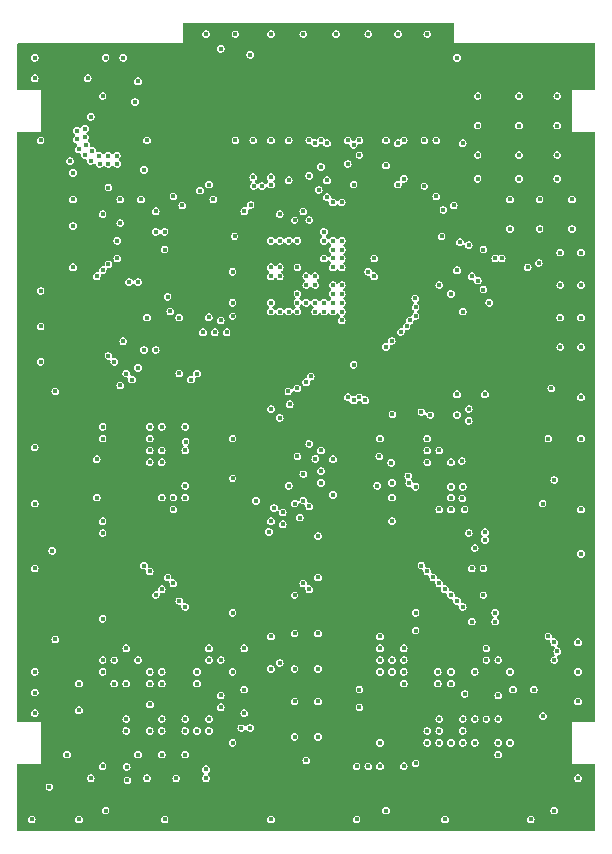
<source format=gbr>
%TF.GenerationSoftware,KiCad,Pcbnew,(6.0.7)*%
%TF.CreationDate,2022-10-03T18:22:00-04:00*%
%TF.ProjectId,IDE-SSD-ZIF,4944452d-5353-4442-9d5a-49462e6b6963,rev?*%
%TF.SameCoordinates,Original*%
%TF.FileFunction,Copper,L3,Inr*%
%TF.FilePolarity,Positive*%
%FSLAX46Y46*%
G04 Gerber Fmt 4.6, Leading zero omitted, Abs format (unit mm)*
G04 Created by KiCad (PCBNEW (6.0.7)) date 2022-10-03 18:22:00*
%MOMM*%
%LPD*%
G01*
G04 APERTURE LIST*
%TA.AperFunction,ViaPad*%
%ADD10C,0.450000*%
%TD*%
G04 APERTURE END LIST*
D10*
%TO.N,GND*%
X129750000Y-96774500D03*
X153750000Y-71250000D03*
X111000000Y-111250000D03*
X126750000Y-114250000D03*
X141250000Y-96500000D03*
X114750000Y-123750000D03*
X128500000Y-116000000D03*
X155500000Y-78500000D03*
X111000000Y-102500000D03*
X118250000Y-71250000D03*
X111500000Y-66250000D03*
X111000000Y-61000000D03*
X157250000Y-88000000D03*
X125500000Y-57250000D03*
X154000000Y-97000000D03*
X118750000Y-115250000D03*
X125750000Y-115250000D03*
X152000000Y-67500000D03*
X115500000Y-61000000D03*
X142250000Y-112250000D03*
X135500000Y-74000000D03*
X151250000Y-71250000D03*
X133250000Y-77000000D03*
X141750000Y-57250000D03*
X111000000Y-59250000D03*
X144250000Y-57250000D03*
X149125500Y-99436694D03*
X133750000Y-72250000D03*
X138500000Y-114250000D03*
X157250000Y-83750000D03*
X122250000Y-79500000D03*
X128000000Y-57250000D03*
X140000000Y-95500000D03*
X155250000Y-65000000D03*
X116250000Y-96500000D03*
X147750000Y-90000000D03*
X128750000Y-114750000D03*
X111500000Y-79000000D03*
X114250000Y-73500000D03*
X157250000Y-75750000D03*
X134000000Y-118750000D03*
X136500000Y-57250000D03*
X120500000Y-66250000D03*
X118500000Y-59250000D03*
X125750000Y-116250000D03*
X155500000Y-81250000D03*
X119750000Y-61250000D03*
X131000000Y-123750000D03*
X149124500Y-87750000D03*
X148500000Y-62500000D03*
X111000000Y-92250000D03*
X152000000Y-69500000D03*
X118500000Y-83250000D03*
X150250000Y-118250000D03*
X114250000Y-77000000D03*
X120000000Y-71250000D03*
X157250000Y-81250000D03*
X125500000Y-120250000D03*
X153250000Y-112750000D03*
X134750000Y-93225500D03*
X134000000Y-77750000D03*
X149000000Y-104750000D03*
X111000000Y-114750000D03*
X128750000Y-112750000D03*
X157000000Y-113750000D03*
X152000000Y-65000000D03*
X140250000Y-109250000D03*
X155250000Y-67500000D03*
X156500000Y-71250000D03*
X116750000Y-99500000D03*
X134000000Y-78500000D03*
X122000000Y-123750000D03*
X148250000Y-100774500D03*
X116750000Y-62500000D03*
X147750000Y-99500000D03*
X138500000Y-112750000D03*
X140250000Y-119250000D03*
X157000000Y-120250000D03*
X157250000Y-97500000D03*
X134250000Y-73000000D03*
X135250000Y-95250000D03*
X111500000Y-82000000D03*
X134750000Y-77750000D03*
X120750000Y-90500000D03*
X135250000Y-94250000D03*
X125500000Y-119500000D03*
X157250000Y-101250000D03*
X131000000Y-57250000D03*
X139250000Y-57250000D03*
X153750000Y-73750000D03*
X147250000Y-117250000D03*
X146750000Y-89500000D03*
X115750000Y-64250000D03*
X155250000Y-109500000D03*
X148500000Y-67500000D03*
X114250000Y-69000000D03*
X141250000Y-111250000D03*
X114250000Y-71250000D03*
X134000000Y-80000000D03*
X131750000Y-110500000D03*
X148500000Y-65000000D03*
X116750000Y-90500000D03*
X141289076Y-89443767D03*
X152000000Y-62500000D03*
X120500000Y-120250000D03*
X138000000Y-85250000D03*
X138250000Y-119250000D03*
X148250000Y-117250000D03*
X119750000Y-118250000D03*
X111000000Y-113000000D03*
X116250000Y-93250000D03*
X148000000Y-102500000D03*
X157000000Y-108750000D03*
X139250000Y-119250000D03*
X151250000Y-73750000D03*
X111000000Y-97000000D03*
X150250000Y-117250000D03*
X120500000Y-81250000D03*
X151500000Y-112750000D03*
X123750000Y-90500000D03*
X155500000Y-83750000D03*
X157250000Y-78500000D03*
X156500000Y-73750000D03*
X123750000Y-118250000D03*
X143750000Y-89250000D03*
X121750000Y-90500000D03*
X131750000Y-72500000D03*
X114750000Y-114500000D03*
X121750000Y-118250000D03*
X133250000Y-80000000D03*
X117000000Y-59250000D03*
X118250000Y-73250000D03*
X145750000Y-123750000D03*
X148000000Y-107000000D03*
X155500000Y-75750000D03*
X155250000Y-69500000D03*
X157250000Y-91500000D03*
X146250000Y-117250000D03*
X155250000Y-62500000D03*
X120250000Y-68750000D03*
X123000000Y-120250000D03*
X153000000Y-123750000D03*
X146750000Y-87750000D03*
X133750000Y-57250000D03*
X157000000Y-111250000D03*
X145250000Y-117250000D03*
X148500000Y-69500000D03*
X149000000Y-102500000D03*
X133000000Y-73000000D03*
X114750000Y-112250000D03*
X111500000Y-85000000D03*
X119500000Y-63000000D03*
X110750000Y-123750000D03*
%TO.N,/FSH_WP#*%
X143250000Y-95574500D03*
X144250000Y-116250000D03*
X127750000Y-106250000D03*
X127750000Y-94851000D03*
X143250000Y-106250000D03*
X120750000Y-116250000D03*
X123750000Y-95500000D03*
X123235188Y-85985188D03*
X144500000Y-89500000D03*
X143250000Y-107750000D03*
X123750000Y-92500000D03*
%TO.N,/HD_DASP#*%
X126750000Y-58500000D03*
X145610188Y-72139812D03*
X146750000Y-59250000D03*
%TO.N,+3V3*%
X113500000Y-60000000D03*
X125750000Y-80500000D03*
X124000000Y-61250000D03*
X112250000Y-62500000D03*
X140250000Y-107324500D03*
X112460000Y-89750000D03*
X112750000Y-95000000D03*
X140250000Y-94500000D03*
X120500000Y-62500000D03*
X148375500Y-99782843D03*
X121750000Y-91500000D03*
X150750000Y-123000000D03*
X123000000Y-123000000D03*
X144250000Y-90500000D03*
X121275000Y-60725000D03*
X120500000Y-61750000D03*
X112250000Y-60500000D03*
X137000000Y-87000000D03*
X135500000Y-77000000D03*
X120500000Y-64000000D03*
X128750000Y-95225500D03*
X151250000Y-115250000D03*
X140250000Y-113250000D03*
X127750000Y-114250000D03*
X121775000Y-61225000D03*
X112925000Y-61325000D03*
X138250000Y-122500000D03*
X120500000Y-64750000D03*
X112750000Y-107000000D03*
X112000000Y-63500000D03*
X122750000Y-116250000D03*
X112750000Y-59750000D03*
X128750000Y-96000000D03*
X132500000Y-79250000D03*
X155250000Y-107000000D03*
X151250000Y-96500000D03*
X112250000Y-64250000D03*
X124750000Y-61250000D03*
X116250000Y-112250000D03*
X156000000Y-60500000D03*
X132250000Y-121000000D03*
X120500000Y-61000000D03*
X122500000Y-61250000D03*
X114750000Y-59250000D03*
X115500000Y-59250000D03*
X112250000Y-61250000D03*
X120500000Y-63250000D03*
X113000000Y-60500000D03*
X148000000Y-104750000D03*
X113250000Y-59250000D03*
X114250000Y-60000000D03*
X115000000Y-60000000D03*
X123250000Y-61250000D03*
X113000000Y-80500000D03*
X112750000Y-104250000D03*
X116750000Y-94500000D03*
X154500000Y-104000000D03*
X116250000Y-106250000D03*
X115750000Y-60000000D03*
X114000000Y-59250000D03*
X146250000Y-116250000D03*
X125500000Y-61250000D03*
%TO.N,/F1_DQS*%
X126750000Y-113250000D03*
X126250000Y-82500000D03*
%TO.N,/F1_DQ4*%
X115750000Y-120250000D03*
X117250000Y-84500000D03*
X116750000Y-111250000D03*
%TO.N,/F1_DQ6*%
X119750000Y-85500000D03*
X119750000Y-110250000D03*
%TO.N,/F1_ALE*%
X124750000Y-86000000D03*
X124750000Y-111250000D03*
%TO.N,/F1_RE#*%
X118250000Y-87000000D03*
X117750000Y-112250000D03*
X118854123Y-120425500D03*
%TO.N,/F0_DQS*%
X133750000Y-94500000D03*
X134375500Y-86235188D03*
X133750000Y-96750000D03*
%TO.N,/F0_WE#*%
X136250000Y-96250000D03*
X136250000Y-93250000D03*
%TO.N,/F2_CLE*%
X140735188Y-83735188D03*
X147399500Y-113125000D03*
%TO.N,/F2_WE#*%
X141235188Y-83235188D03*
X150000000Y-106250000D03*
X149250000Y-115250000D03*
%TO.N,/F1_DQ2*%
X126750000Y-110250000D03*
X126750000Y-81500000D03*
%TO.N,/F1_DQ3*%
X127250000Y-82500000D03*
X127750000Y-111250000D03*
%TO.N,/F1_DQ5*%
X117750000Y-110250000D03*
X116750000Y-119250000D03*
X117750000Y-85000000D03*
%TO.N,/F1_DQ7*%
X118750000Y-86000000D03*
X118750000Y-109250000D03*
X118797655Y-119297655D03*
%TO.N,/F1_WE#*%
X119250000Y-86500000D03*
X118750000Y-112250000D03*
X120764812Y-114014812D03*
%TO.N,/F1_CLE*%
X124250000Y-86500000D03*
X124750000Y-112250000D03*
%TO.N,/F0_DQ3*%
X133250000Y-93000000D03*
X133985188Y-86735188D03*
X133437820Y-98187820D03*
%TO.N,/F0_RE#*%
X132600000Y-88600000D03*
X132500000Y-95500000D03*
%TO.N,/F2_RE#*%
X150000000Y-107000000D03*
X137000000Y-81500000D03*
X150250000Y-115250000D03*
%TO.N,/F2_ALE*%
X141985188Y-82485188D03*
X148250000Y-111250000D03*
%TO.N,/F2_DQ0*%
X142485188Y-81985188D03*
X154025500Y-115000000D03*
X149250000Y-109250000D03*
X155000000Y-108750000D03*
%TO.N,/F1_DQ0*%
X129250000Y-116000000D03*
X125750000Y-109250000D03*
X128750000Y-109250000D03*
X125735188Y-81235188D03*
%TO.N,/F1_DQ1*%
X125750000Y-110250000D03*
X125250000Y-82500000D03*
%TO.N,/F0_DQ7*%
X131000000Y-89000000D03*
X131000000Y-80750000D03*
X131000000Y-98500000D03*
%TO.N,/F0_DQ6*%
X131750000Y-89750000D03*
X131250000Y-97374500D03*
X131750000Y-80750000D03*
%TO.N,/F0_DQ5*%
X132500000Y-80750000D03*
X132000000Y-97750000D03*
X132485188Y-87485188D03*
%TO.N,/F0_DQ4*%
X133000000Y-97000000D03*
X133250000Y-80750000D03*
X133250000Y-87250000D03*
%TO.N,/F0_DQ2*%
X134250000Y-91950497D03*
X134750000Y-80750000D03*
X134250000Y-97250000D03*
%TO.N,/FSH_R{slash}B1#*%
X121750000Y-116250000D03*
X133750000Y-103750000D03*
X133000000Y-113750000D03*
X122750000Y-103750000D03*
X145250000Y-116250000D03*
X122750000Y-97500000D03*
X145250000Y-103750000D03*
X135500000Y-80750000D03*
X146250000Y-97500000D03*
%TO.N,/FSH_R{slash}B3#*%
X135000000Y-108000000D03*
X122250000Y-103250000D03*
X145250000Y-115250000D03*
X136250000Y-80750000D03*
X145250000Y-97500000D03*
X135000000Y-103250000D03*
X121750000Y-115250000D03*
X144750000Y-103250000D03*
X146250000Y-96500000D03*
X121750000Y-96500000D03*
%TO.N,/F3_WE#*%
X147250000Y-80750000D03*
X137000000Y-80750000D03*
%TO.N,/F2_DQ1*%
X143250000Y-81124500D03*
X149250000Y-110250000D03*
%TO.N,/F2_DQ2*%
X150250000Y-110250000D03*
X142750000Y-81500000D03*
%TO.N,/FSH_CE4#*%
X120750000Y-93500000D03*
X144250000Y-93500000D03*
X143750000Y-102250000D03*
X120250000Y-84000000D03*
X120250000Y-102250000D03*
X145125500Y-112250000D03*
X120750000Y-112250000D03*
%TO.N,/FSH_CE3#*%
X123750000Y-115250000D03*
X147250000Y-115250000D03*
X147250000Y-105750000D03*
X123750000Y-105750000D03*
X123750000Y-96500000D03*
X147210924Y-96556233D03*
X123250000Y-81250000D03*
%TO.N,/FSH_CE2#*%
X120750000Y-102750000D03*
X127750000Y-80000000D03*
X120750000Y-111250000D03*
X131000000Y-80000000D03*
X121250000Y-84000000D03*
X144250000Y-92500000D03*
X144250000Y-102750000D03*
X120750000Y-92500000D03*
X145125500Y-111250000D03*
%TO.N,/F0_DQ1*%
X135250000Y-92500000D03*
X134750000Y-80000000D03*
%TO.N,/FSH_R{slash}B2#*%
X121750000Y-92500000D03*
X135500000Y-80000000D03*
X121750000Y-111250000D03*
X145250000Y-92500000D03*
X135000000Y-113750000D03*
X146250000Y-111250000D03*
X134250000Y-104250000D03*
X145750000Y-104250000D03*
X121750000Y-104250000D03*
%TO.N,/FSH_R{slash}B4#*%
X121250000Y-104750000D03*
X146250000Y-93500000D03*
X133000000Y-104750000D03*
X121750000Y-112250000D03*
X146250000Y-112250000D03*
X136250000Y-80000000D03*
X146250000Y-104750000D03*
X133000000Y-108000000D03*
X121750000Y-93500000D03*
%TO.N,/F3_ALE*%
X137000000Y-80000000D03*
X149500000Y-80000000D03*
%TO.N,/F2_DQ3*%
X143235188Y-79624500D03*
X151250000Y-111250000D03*
%TO.N,/F2_DQS*%
X143250000Y-80374500D03*
X150250000Y-113250000D03*
%TO.N,/FSH_CE1#*%
X122750000Y-96500000D03*
X123250000Y-105250000D03*
X122485188Y-80735188D03*
X123750000Y-116250000D03*
X147399500Y-97500000D03*
X146750000Y-105250000D03*
X147250000Y-116250000D03*
%TO.N,/F3_CLE*%
X146250000Y-95574500D03*
X147156235Y-93406235D03*
X136250000Y-79250000D03*
X148999999Y-78878443D03*
%TO.N,/F3_RE#*%
X141202345Y-93547655D03*
X146250000Y-79250000D03*
X142638164Y-94667788D03*
X137000000Y-79250000D03*
%TO.N,/F2_DQ4*%
X142250000Y-119250000D03*
X140250000Y-111250000D03*
X138000000Y-88250000D03*
%TO.N,/F2_DQ5*%
X141250000Y-110250000D03*
X137500000Y-88000000D03*
X142250000Y-111250000D03*
X143250000Y-119000000D03*
%TO.N,Net-(R18-Pad2)*%
X131000000Y-77750000D03*
X119750000Y-78250000D03*
%TO.N,Net-(R16-Pad2)*%
X119000000Y-78250000D03*
X131750000Y-77750000D03*
%TO.N,Net-(C3-Pad1)*%
X135500000Y-76250000D03*
X131750000Y-77000000D03*
%TO.N,/F3_DQ7*%
X148514862Y-78125239D03*
X136250000Y-78500000D03*
%TO.N,/F2_DQ6*%
X142250000Y-110250000D03*
X145250000Y-78500000D03*
X139000000Y-88250000D03*
X137000000Y-78500000D03*
%TO.N,/F3_DQ6*%
X139750000Y-77750000D03*
X148000000Y-77750000D03*
%TO.N,/F2_DQ7*%
X142250000Y-109250000D03*
X138500000Y-88000000D03*
%TO.N,/I2C*%
X114000000Y-68000000D03*
X127750000Y-77374500D03*
X116250000Y-77750000D03*
X131000000Y-77000000D03*
%TO.N,/F3_DQ3*%
X153677868Y-76636898D03*
X136250000Y-77000000D03*
%TO.N,/F3_DQS*%
X137000000Y-77011398D03*
X152735188Y-77014812D03*
%TO.N,/F3_DQ4*%
X142722733Y-95280933D03*
X140184314Y-93000000D03*
%TO.N,/F3_DQ5*%
X146750000Y-77250000D03*
X139250000Y-77374500D03*
%TO.N,/DBG_SCL*%
X117250000Y-76750000D03*
X117250000Y-70250000D03*
%TO.N,/DBG_SDA*%
X116750000Y-72500000D03*
X116750000Y-77250000D03*
%TO.N,/HD_D10*%
X141750000Y-70000000D03*
X136250000Y-76250000D03*
X141750000Y-66500000D03*
X149000000Y-75500000D03*
%TO.N,/F3_DQ0*%
X150549503Y-76250000D03*
X137000000Y-76250000D03*
%TO.N,/F3_DQ1*%
X139750000Y-76250000D03*
X150000000Y-76250000D03*
%TO.N,/DBG_RESET*%
X118000000Y-76250000D03*
X118000000Y-74750000D03*
%TO.N,/HD_D8*%
X145000000Y-66250000D03*
X147000000Y-74875500D03*
X145000000Y-71000000D03*
X136250000Y-75500000D03*
%TO.N,/HD_D2*%
X138000000Y-70000000D03*
X138000000Y-66625500D03*
X137000000Y-75500000D03*
X147750000Y-75125500D03*
%TO.N,/HD_D9*%
X144000000Y-70124500D03*
X144000000Y-66250000D03*
%TO.N,/HD_D12*%
X138500000Y-66250000D03*
X138500000Y-67500000D03*
%TO.N,/HD_D11*%
X131000000Y-74750000D03*
X140750000Y-68374500D03*
X140750000Y-66250000D03*
X127919812Y-74360188D03*
%TO.N,/HD_CS0#*%
X131750000Y-74750000D03*
X122000000Y-74000000D03*
%TO.N,/HD_IOW#*%
X133250000Y-74750000D03*
X129279812Y-71720188D03*
X131000000Y-66250000D03*
X131000000Y-69374500D03*
%TO.N,/HD_RESET#*%
X147250000Y-66500000D03*
X136250000Y-74750000D03*
%TO.N,/HD_A2*%
X135047654Y-70452346D03*
X137000000Y-74750000D03*
X145449212Y-74364018D03*
X122750000Y-71000000D03*
%TO.N,/HD_PDIAG#*%
X146476728Y-71756351D03*
X129250000Y-59000000D03*
%TO.N,/HD_D1*%
X135750000Y-66500000D03*
X135750000Y-69624500D03*
%TO.N,/HD_D13*%
X137500000Y-68250000D03*
X137500000Y-66250000D03*
%TO.N,/HD_D5*%
X142250000Y-66250000D03*
X142250000Y-69500000D03*
%TO.N,/HD_CS1#*%
X128750000Y-72250000D03*
X121250000Y-72250000D03*
%TO.N,/HD_IOR#*%
X129500000Y-69374500D03*
X129500000Y-66250000D03*
%TO.N,/HD_INTRQ*%
X129529812Y-70124500D03*
X125750000Y-70000000D03*
%TO.N,/HD_DMARQ*%
X132500000Y-66250000D03*
X132500000Y-69625500D03*
%TO.N,/HD_DMACK#*%
X126125500Y-71250000D03*
X135750000Y-71074500D03*
%TO.N,/HD_D14*%
X135250000Y-66250000D03*
X135250000Y-68500000D03*
%TO.N,/HD_D15*%
X134250000Y-66250000D03*
X134250000Y-69250000D03*
%TO.N,/HD_IORDY*%
X128000000Y-66250000D03*
X130250000Y-70124500D03*
%TO.N,/HD_A1*%
X125000000Y-70500000D03*
X131000000Y-70000000D03*
%TO.N,/HD_A0*%
X136250000Y-71500000D03*
X123500000Y-71750000D03*
%TO.N,/HD_D0*%
X134750000Y-66500000D03*
X137000000Y-71500000D03*
%TO.N,+VCCFQ*%
X133000000Y-111000000D03*
X147750000Y-89000000D03*
X151250000Y-117250000D03*
X127750000Y-91500000D03*
X120750000Y-91500000D03*
X144250000Y-117250000D03*
X144250000Y-91500000D03*
X132000000Y-98750000D03*
X114575000Y-66175000D03*
X116500000Y-68250000D03*
X115250000Y-66000000D03*
X117250000Y-68250000D03*
X112250000Y-121000000D03*
X115875000Y-67125000D03*
X115750000Y-68000000D03*
X154500000Y-91500000D03*
X117956445Y-67543555D03*
X133250000Y-79250000D03*
X148250000Y-115250000D03*
X123778394Y-91774500D03*
X140250000Y-91500000D03*
X127750000Y-81125500D03*
X112750000Y-108500000D03*
X115250000Y-65250000D03*
X155000000Y-95000000D03*
X140750000Y-123000000D03*
X154500000Y-108250000D03*
X140250000Y-117250000D03*
X154750000Y-87250000D03*
X112750000Y-87500000D03*
X116456445Y-67543555D03*
X138250000Y-123750000D03*
X133000000Y-116750000D03*
X115250000Y-67500000D03*
X149125500Y-100071430D03*
X131000000Y-111000000D03*
X140250000Y-108250000D03*
X117000000Y-123000000D03*
X118000000Y-68250000D03*
X117206445Y-67543555D03*
X127750000Y-117250000D03*
X130847489Y-99400000D03*
X140250000Y-110250000D03*
X131000000Y-108250000D03*
X135000000Y-99750000D03*
X147250000Y-95574500D03*
X115375000Y-66625000D03*
X116750000Y-98500000D03*
X118750000Y-116250000D03*
X135000000Y-116750000D03*
X155000000Y-123000000D03*
X155000000Y-110250000D03*
X134750000Y-78500000D03*
X113750000Y-118250000D03*
X141264812Y-98485188D03*
X124750000Y-116250000D03*
X141250000Y-95250000D03*
X135000000Y-111000000D03*
X114750000Y-67000000D03*
X116750000Y-106750000D03*
X116750000Y-110250000D03*
X114575000Y-65425000D03*
X112500000Y-101000000D03*
X116750000Y-91500000D03*
%TO.N,Net-(R26-Pad2)*%
X121250000Y-74000000D03*
X132500000Y-74750000D03*
%TO.N,Net-(R27-Pad2)*%
X135500000Y-74750000D03*
X122000000Y-75500000D03*
%TD*%
%TA.AperFunction,Conductor*%
%TO.N,+3V3*%
G36*
X146416621Y-56295502D02*
G01*
X146463114Y-56349158D01*
X146474500Y-56401500D01*
X146474500Y-57994928D01*
X146474447Y-57994928D01*
X146474462Y-57995020D01*
X146472399Y-58000000D01*
X146474500Y-58005072D01*
X146480483Y-58019517D01*
X146500000Y-58027601D01*
X146505072Y-58025500D01*
X146521452Y-58025500D01*
X146522368Y-58025549D01*
X146522710Y-58025500D01*
X158348500Y-58025500D01*
X158416621Y-58045502D01*
X158463114Y-58099158D01*
X158474500Y-58151500D01*
X158474500Y-61848500D01*
X158454498Y-61916621D01*
X158400842Y-61963114D01*
X158348500Y-61974500D01*
X156505072Y-61974500D01*
X156505072Y-61974447D01*
X156504980Y-61974462D01*
X156500000Y-61972399D01*
X156494928Y-61974500D01*
X156480483Y-61980483D01*
X156472399Y-62000000D01*
X156474500Y-62005072D01*
X156474500Y-62021452D01*
X156474451Y-62022368D01*
X156474500Y-62022710D01*
X156474500Y-65494928D01*
X156474447Y-65494928D01*
X156474462Y-65495020D01*
X156472399Y-65500000D01*
X156474500Y-65505072D01*
X156480483Y-65519517D01*
X156500000Y-65527601D01*
X156505072Y-65525500D01*
X156521452Y-65525500D01*
X156522368Y-65525549D01*
X156522710Y-65525500D01*
X158348500Y-65525500D01*
X158416621Y-65545502D01*
X158463114Y-65599158D01*
X158474500Y-65651500D01*
X158474500Y-115348500D01*
X158454498Y-115416621D01*
X158400842Y-115463114D01*
X158348500Y-115474500D01*
X156505072Y-115474500D01*
X156505072Y-115474447D01*
X156504980Y-115474462D01*
X156500000Y-115472399D01*
X156494928Y-115474500D01*
X156480483Y-115480483D01*
X156472399Y-115500000D01*
X156474500Y-115505072D01*
X156474500Y-115521452D01*
X156474451Y-115522368D01*
X156474500Y-115522710D01*
X156474500Y-118994928D01*
X156474447Y-118994928D01*
X156474462Y-118995020D01*
X156472399Y-119000000D01*
X156474500Y-119005072D01*
X156480483Y-119019517D01*
X156500000Y-119027601D01*
X156505072Y-119025500D01*
X156521452Y-119025500D01*
X156522368Y-119025549D01*
X156522710Y-119025500D01*
X158348500Y-119025500D01*
X158416621Y-119045502D01*
X158463114Y-119099158D01*
X158474500Y-119151500D01*
X158474500Y-124598500D01*
X158454498Y-124666621D01*
X158400842Y-124713114D01*
X158348500Y-124724500D01*
X109651500Y-124724500D01*
X109583379Y-124704498D01*
X109536886Y-124650842D01*
X109525500Y-124598500D01*
X109525500Y-123750000D01*
X110419479Y-123750000D01*
X110439412Y-123863045D01*
X110496806Y-123962455D01*
X110584739Y-124036240D01*
X110692606Y-124075500D01*
X110807394Y-124075500D01*
X110915261Y-124036240D01*
X111003194Y-123962455D01*
X111060588Y-123863045D01*
X111080521Y-123750000D01*
X114419479Y-123750000D01*
X114439412Y-123863045D01*
X114496806Y-123962455D01*
X114584739Y-124036240D01*
X114692606Y-124075500D01*
X114807394Y-124075500D01*
X114915261Y-124036240D01*
X115003194Y-123962455D01*
X115060588Y-123863045D01*
X115080521Y-123750000D01*
X121669479Y-123750000D01*
X121689412Y-123863045D01*
X121746806Y-123962455D01*
X121834739Y-124036240D01*
X121942606Y-124075500D01*
X122057394Y-124075500D01*
X122165261Y-124036240D01*
X122253194Y-123962455D01*
X122310588Y-123863045D01*
X122330521Y-123750000D01*
X130669479Y-123750000D01*
X130689412Y-123863045D01*
X130746806Y-123962455D01*
X130834739Y-124036240D01*
X130942606Y-124075500D01*
X131057394Y-124075500D01*
X131165261Y-124036240D01*
X131253194Y-123962455D01*
X131310588Y-123863045D01*
X131330521Y-123750000D01*
X137919479Y-123750000D01*
X137939412Y-123863045D01*
X137996806Y-123962455D01*
X138084739Y-124036240D01*
X138192606Y-124075500D01*
X138307394Y-124075500D01*
X138415261Y-124036240D01*
X138503194Y-123962455D01*
X138560588Y-123863045D01*
X138580521Y-123750000D01*
X145419479Y-123750000D01*
X145439412Y-123863045D01*
X145496806Y-123962455D01*
X145584739Y-124036240D01*
X145692606Y-124075500D01*
X145807394Y-124075500D01*
X145915261Y-124036240D01*
X146003194Y-123962455D01*
X146060588Y-123863045D01*
X146080521Y-123750000D01*
X152669479Y-123750000D01*
X152689412Y-123863045D01*
X152746806Y-123962455D01*
X152834739Y-124036240D01*
X152942606Y-124075500D01*
X153057394Y-124075500D01*
X153165261Y-124036240D01*
X153253194Y-123962455D01*
X153310588Y-123863045D01*
X153330521Y-123750000D01*
X153310588Y-123636955D01*
X153253194Y-123537545D01*
X153244750Y-123530459D01*
X153173707Y-123470847D01*
X153165261Y-123463760D01*
X153057394Y-123424500D01*
X152942606Y-123424500D01*
X152932246Y-123428271D01*
X152932245Y-123428271D01*
X152845100Y-123459989D01*
X152845099Y-123459990D01*
X152834740Y-123463760D01*
X152746806Y-123537545D01*
X152689412Y-123636955D01*
X152669479Y-123750000D01*
X146080521Y-123750000D01*
X146060588Y-123636955D01*
X146003194Y-123537545D01*
X145994750Y-123530459D01*
X145923707Y-123470847D01*
X145915261Y-123463760D01*
X145807394Y-123424500D01*
X145692606Y-123424500D01*
X145682246Y-123428271D01*
X145682245Y-123428271D01*
X145595100Y-123459989D01*
X145595099Y-123459990D01*
X145584740Y-123463760D01*
X145496806Y-123537545D01*
X145439412Y-123636955D01*
X145419479Y-123750000D01*
X138580521Y-123750000D01*
X138560588Y-123636955D01*
X138503194Y-123537545D01*
X138494750Y-123530459D01*
X138423707Y-123470847D01*
X138415261Y-123463760D01*
X138307394Y-123424500D01*
X138192606Y-123424500D01*
X138182246Y-123428271D01*
X138182245Y-123428271D01*
X138095100Y-123459989D01*
X138095099Y-123459990D01*
X138084740Y-123463760D01*
X137996806Y-123537545D01*
X137939412Y-123636955D01*
X137919479Y-123750000D01*
X131330521Y-123750000D01*
X131310588Y-123636955D01*
X131253194Y-123537545D01*
X131244750Y-123530459D01*
X131173707Y-123470847D01*
X131165261Y-123463760D01*
X131057394Y-123424500D01*
X130942606Y-123424500D01*
X130932246Y-123428271D01*
X130932245Y-123428271D01*
X130845100Y-123459989D01*
X130845099Y-123459990D01*
X130834740Y-123463760D01*
X130746806Y-123537545D01*
X130689412Y-123636955D01*
X130669479Y-123750000D01*
X122330521Y-123750000D01*
X122310588Y-123636955D01*
X122253194Y-123537545D01*
X122244750Y-123530459D01*
X122173707Y-123470847D01*
X122165261Y-123463760D01*
X122057394Y-123424500D01*
X121942606Y-123424500D01*
X121932246Y-123428271D01*
X121932245Y-123428271D01*
X121845100Y-123459989D01*
X121845099Y-123459990D01*
X121834740Y-123463760D01*
X121746806Y-123537545D01*
X121689412Y-123636955D01*
X121669479Y-123750000D01*
X115080521Y-123750000D01*
X115060588Y-123636955D01*
X115003194Y-123537545D01*
X114994750Y-123530459D01*
X114923707Y-123470847D01*
X114915261Y-123463760D01*
X114807394Y-123424500D01*
X114692606Y-123424500D01*
X114682246Y-123428271D01*
X114682245Y-123428271D01*
X114595100Y-123459989D01*
X114595099Y-123459990D01*
X114584740Y-123463760D01*
X114496806Y-123537545D01*
X114439412Y-123636955D01*
X114419479Y-123750000D01*
X111080521Y-123750000D01*
X111060588Y-123636955D01*
X111003194Y-123537545D01*
X110994750Y-123530459D01*
X110923707Y-123470847D01*
X110915261Y-123463760D01*
X110807394Y-123424500D01*
X110692606Y-123424500D01*
X110682246Y-123428271D01*
X110682245Y-123428271D01*
X110595100Y-123459989D01*
X110595099Y-123459990D01*
X110584740Y-123463760D01*
X110496806Y-123537545D01*
X110439412Y-123636955D01*
X110419479Y-123750000D01*
X109525500Y-123750000D01*
X109525500Y-123000000D01*
X116669479Y-123000000D01*
X116689412Y-123113045D01*
X116746806Y-123212455D01*
X116834739Y-123286240D01*
X116942606Y-123325500D01*
X117057394Y-123325500D01*
X117165261Y-123286240D01*
X117253194Y-123212455D01*
X117310588Y-123113045D01*
X117330521Y-123000000D01*
X140419479Y-123000000D01*
X140439412Y-123113045D01*
X140496806Y-123212455D01*
X140584739Y-123286240D01*
X140692606Y-123325500D01*
X140807394Y-123325500D01*
X140915261Y-123286240D01*
X141003194Y-123212455D01*
X141060588Y-123113045D01*
X141080521Y-123000000D01*
X154669479Y-123000000D01*
X154689412Y-123113045D01*
X154746806Y-123212455D01*
X154834739Y-123286240D01*
X154942606Y-123325500D01*
X155057394Y-123325500D01*
X155165261Y-123286240D01*
X155253194Y-123212455D01*
X155310588Y-123113045D01*
X155330521Y-123000000D01*
X155310588Y-122886955D01*
X155253194Y-122787545D01*
X155244750Y-122780459D01*
X155173707Y-122720847D01*
X155165261Y-122713760D01*
X155057394Y-122674500D01*
X154942606Y-122674500D01*
X154932246Y-122678271D01*
X154932245Y-122678271D01*
X154845100Y-122709989D01*
X154845099Y-122709990D01*
X154834740Y-122713760D01*
X154746806Y-122787545D01*
X154689412Y-122886955D01*
X154669479Y-123000000D01*
X141080521Y-123000000D01*
X141060588Y-122886955D01*
X141003194Y-122787545D01*
X140994750Y-122780459D01*
X140923707Y-122720847D01*
X140915261Y-122713760D01*
X140807394Y-122674500D01*
X140692606Y-122674500D01*
X140682246Y-122678271D01*
X140682245Y-122678271D01*
X140595100Y-122709989D01*
X140595099Y-122709990D01*
X140584740Y-122713760D01*
X140496806Y-122787545D01*
X140439412Y-122886955D01*
X140419479Y-123000000D01*
X117330521Y-123000000D01*
X117310588Y-122886955D01*
X117253194Y-122787545D01*
X117244750Y-122780459D01*
X117173707Y-122720847D01*
X117165261Y-122713760D01*
X117057394Y-122674500D01*
X116942606Y-122674500D01*
X116932246Y-122678271D01*
X116932245Y-122678271D01*
X116845100Y-122709989D01*
X116845099Y-122709990D01*
X116834740Y-122713760D01*
X116746806Y-122787545D01*
X116689412Y-122886955D01*
X116669479Y-123000000D01*
X109525500Y-123000000D01*
X109525500Y-121000000D01*
X111919479Y-121000000D01*
X111939412Y-121113045D01*
X111996806Y-121212455D01*
X112084739Y-121286240D01*
X112192606Y-121325500D01*
X112307394Y-121325500D01*
X112415261Y-121286240D01*
X112503194Y-121212455D01*
X112560588Y-121113045D01*
X112580521Y-121000000D01*
X112560588Y-120886955D01*
X112503194Y-120787545D01*
X112494750Y-120780459D01*
X112423707Y-120720847D01*
X112415261Y-120713760D01*
X112307394Y-120674500D01*
X112192606Y-120674500D01*
X112182246Y-120678271D01*
X112182245Y-120678271D01*
X112095100Y-120709989D01*
X112095099Y-120709990D01*
X112084740Y-120713760D01*
X111996806Y-120787545D01*
X111939412Y-120886955D01*
X111919479Y-121000000D01*
X109525500Y-121000000D01*
X109525500Y-120250000D01*
X115419479Y-120250000D01*
X115439412Y-120363045D01*
X115496806Y-120462455D01*
X115584739Y-120536240D01*
X115692606Y-120575500D01*
X115807394Y-120575500D01*
X115915261Y-120536240D01*
X116003194Y-120462455D01*
X116024530Y-120425500D01*
X118523602Y-120425500D01*
X118543535Y-120538545D01*
X118600929Y-120637955D01*
X118609370Y-120645038D01*
X118609371Y-120645039D01*
X118680416Y-120704653D01*
X118688862Y-120711740D01*
X118796729Y-120751000D01*
X118911517Y-120751000D01*
X119019384Y-120711740D01*
X119027830Y-120704653D01*
X119098875Y-120645039D01*
X119098876Y-120645038D01*
X119107317Y-120637955D01*
X119164711Y-120538545D01*
X119184644Y-120425500D01*
X119164711Y-120312455D01*
X119128653Y-120250000D01*
X120169479Y-120250000D01*
X120189412Y-120363045D01*
X120246806Y-120462455D01*
X120334739Y-120536240D01*
X120442606Y-120575500D01*
X120557394Y-120575500D01*
X120665261Y-120536240D01*
X120753194Y-120462455D01*
X120810588Y-120363045D01*
X120830521Y-120250000D01*
X122669479Y-120250000D01*
X122689412Y-120363045D01*
X122746806Y-120462455D01*
X122834739Y-120536240D01*
X122942606Y-120575500D01*
X123057394Y-120575500D01*
X123165261Y-120536240D01*
X123253194Y-120462455D01*
X123310588Y-120363045D01*
X123330521Y-120250000D01*
X125169479Y-120250000D01*
X125189412Y-120363045D01*
X125246806Y-120462455D01*
X125334739Y-120536240D01*
X125442606Y-120575500D01*
X125557394Y-120575500D01*
X125665261Y-120536240D01*
X125753194Y-120462455D01*
X125810588Y-120363045D01*
X125830521Y-120250000D01*
X156669479Y-120250000D01*
X156689412Y-120363045D01*
X156746806Y-120462455D01*
X156834739Y-120536240D01*
X156942606Y-120575500D01*
X157057394Y-120575500D01*
X157165261Y-120536240D01*
X157253194Y-120462455D01*
X157310588Y-120363045D01*
X157330521Y-120250000D01*
X157310588Y-120136955D01*
X157253194Y-120037545D01*
X157244750Y-120030459D01*
X157173707Y-119970847D01*
X157165261Y-119963760D01*
X157057394Y-119924500D01*
X156942606Y-119924500D01*
X156932246Y-119928271D01*
X156932245Y-119928271D01*
X156845100Y-119959989D01*
X156845099Y-119959990D01*
X156834740Y-119963760D01*
X156826296Y-119970846D01*
X156826295Y-119970846D01*
X156790773Y-120000653D01*
X156746806Y-120037545D01*
X156689412Y-120136955D01*
X156669479Y-120250000D01*
X125830521Y-120250000D01*
X125810588Y-120136955D01*
X125753194Y-120037545D01*
X125744755Y-120030463D01*
X125744750Y-120030458D01*
X125674511Y-119971521D01*
X125635184Y-119912412D01*
X125634058Y-119841424D01*
X125674511Y-119778479D01*
X125744750Y-119719542D01*
X125744755Y-119719537D01*
X125753194Y-119712455D01*
X125810588Y-119613045D01*
X125830521Y-119500000D01*
X125810588Y-119386955D01*
X125753194Y-119287545D01*
X125744750Y-119280459D01*
X125708450Y-119250000D01*
X137919479Y-119250000D01*
X137939412Y-119363045D01*
X137996806Y-119462455D01*
X138005247Y-119469538D01*
X138005248Y-119469539D01*
X138062041Y-119517194D01*
X138084739Y-119536240D01*
X138192606Y-119575500D01*
X138307394Y-119575500D01*
X138415261Y-119536240D01*
X138437959Y-119517194D01*
X138494752Y-119469539D01*
X138494753Y-119469538D01*
X138503194Y-119462455D01*
X138560588Y-119363045D01*
X138580521Y-119250000D01*
X138919479Y-119250000D01*
X138939412Y-119363045D01*
X138996806Y-119462455D01*
X139005247Y-119469538D01*
X139005248Y-119469539D01*
X139062041Y-119517194D01*
X139084739Y-119536240D01*
X139192606Y-119575500D01*
X139307394Y-119575500D01*
X139415261Y-119536240D01*
X139437959Y-119517194D01*
X139494752Y-119469539D01*
X139494753Y-119469538D01*
X139503194Y-119462455D01*
X139560588Y-119363045D01*
X139580521Y-119250000D01*
X139919479Y-119250000D01*
X139939412Y-119363045D01*
X139996806Y-119462455D01*
X140005247Y-119469538D01*
X140005248Y-119469539D01*
X140062041Y-119517194D01*
X140084739Y-119536240D01*
X140192606Y-119575500D01*
X140307394Y-119575500D01*
X140415261Y-119536240D01*
X140437959Y-119517194D01*
X140494752Y-119469539D01*
X140494753Y-119469538D01*
X140503194Y-119462455D01*
X140560588Y-119363045D01*
X140580521Y-119250000D01*
X141919479Y-119250000D01*
X141939412Y-119363045D01*
X141996806Y-119462455D01*
X142005247Y-119469538D01*
X142005248Y-119469539D01*
X142062041Y-119517194D01*
X142084739Y-119536240D01*
X142192606Y-119575500D01*
X142307394Y-119575500D01*
X142415261Y-119536240D01*
X142437959Y-119517194D01*
X142494752Y-119469539D01*
X142494753Y-119469538D01*
X142503194Y-119462455D01*
X142560588Y-119363045D01*
X142580521Y-119250000D01*
X142560588Y-119136955D01*
X142503194Y-119037545D01*
X142494750Y-119030459D01*
X142458450Y-119000000D01*
X142919479Y-119000000D01*
X142939412Y-119113045D01*
X142996806Y-119212455D01*
X143005247Y-119219538D01*
X143005248Y-119219539D01*
X143076293Y-119279153D01*
X143084739Y-119286240D01*
X143192606Y-119325500D01*
X143307394Y-119325500D01*
X143415261Y-119286240D01*
X143423707Y-119279153D01*
X143494752Y-119219539D01*
X143494753Y-119219538D01*
X143503194Y-119212455D01*
X143560588Y-119113045D01*
X143580521Y-119000000D01*
X143560588Y-118886955D01*
X143503194Y-118787545D01*
X143494750Y-118780459D01*
X143423707Y-118720847D01*
X143415261Y-118713760D01*
X143307394Y-118674500D01*
X143192606Y-118674500D01*
X143182246Y-118678271D01*
X143182245Y-118678271D01*
X143095100Y-118709989D01*
X143095099Y-118709990D01*
X143084740Y-118713760D01*
X142996806Y-118787545D01*
X142939412Y-118886955D01*
X142919479Y-119000000D01*
X142458450Y-119000000D01*
X142423707Y-118970847D01*
X142415261Y-118963760D01*
X142307394Y-118924500D01*
X142192606Y-118924500D01*
X142182246Y-118928271D01*
X142182245Y-118928271D01*
X142095100Y-118959989D01*
X142095099Y-118959990D01*
X142084740Y-118963760D01*
X141996806Y-119037545D01*
X141939412Y-119136955D01*
X141919479Y-119250000D01*
X140580521Y-119250000D01*
X140560588Y-119136955D01*
X140503194Y-119037545D01*
X140494750Y-119030459D01*
X140423707Y-118970847D01*
X140415261Y-118963760D01*
X140307394Y-118924500D01*
X140192606Y-118924500D01*
X140182246Y-118928271D01*
X140182245Y-118928271D01*
X140095100Y-118959989D01*
X140095099Y-118959990D01*
X140084740Y-118963760D01*
X139996806Y-119037545D01*
X139939412Y-119136955D01*
X139919479Y-119250000D01*
X139580521Y-119250000D01*
X139560588Y-119136955D01*
X139503194Y-119037545D01*
X139494750Y-119030459D01*
X139423707Y-118970847D01*
X139415261Y-118963760D01*
X139307394Y-118924500D01*
X139192606Y-118924500D01*
X139182246Y-118928271D01*
X139182245Y-118928271D01*
X139095100Y-118959989D01*
X139095099Y-118959990D01*
X139084740Y-118963760D01*
X138996806Y-119037545D01*
X138939412Y-119136955D01*
X138919479Y-119250000D01*
X138580521Y-119250000D01*
X138560588Y-119136955D01*
X138503194Y-119037545D01*
X138494750Y-119030459D01*
X138423707Y-118970847D01*
X138415261Y-118963760D01*
X138307394Y-118924500D01*
X138192606Y-118924500D01*
X138182246Y-118928271D01*
X138182245Y-118928271D01*
X138095100Y-118959989D01*
X138095099Y-118959990D01*
X138084740Y-118963760D01*
X137996806Y-119037545D01*
X137939412Y-119136955D01*
X137919479Y-119250000D01*
X125708450Y-119250000D01*
X125673707Y-119220847D01*
X125665261Y-119213760D01*
X125557394Y-119174500D01*
X125442606Y-119174500D01*
X125432246Y-119178271D01*
X125432245Y-119178271D01*
X125345100Y-119209989D01*
X125345099Y-119209990D01*
X125334740Y-119213760D01*
X125246806Y-119287545D01*
X125189412Y-119386955D01*
X125169479Y-119500000D01*
X125189412Y-119613045D01*
X125246806Y-119712455D01*
X125255245Y-119719537D01*
X125255250Y-119719542D01*
X125325489Y-119778479D01*
X125364816Y-119837588D01*
X125365942Y-119908576D01*
X125325489Y-119971522D01*
X125273025Y-120015545D01*
X125246806Y-120037545D01*
X125189412Y-120136955D01*
X125169479Y-120250000D01*
X123330521Y-120250000D01*
X123310588Y-120136955D01*
X123253194Y-120037545D01*
X123244750Y-120030459D01*
X123173707Y-119970847D01*
X123165261Y-119963760D01*
X123057394Y-119924500D01*
X122942606Y-119924500D01*
X122932246Y-119928271D01*
X122932245Y-119928271D01*
X122845100Y-119959989D01*
X122845099Y-119959990D01*
X122834740Y-119963760D01*
X122826296Y-119970846D01*
X122826295Y-119970846D01*
X122790773Y-120000652D01*
X122746806Y-120037545D01*
X122689412Y-120136955D01*
X122669479Y-120250000D01*
X120830521Y-120250000D01*
X120810588Y-120136955D01*
X120753194Y-120037545D01*
X120744750Y-120030459D01*
X120673707Y-119970847D01*
X120665261Y-119963760D01*
X120557394Y-119924500D01*
X120442606Y-119924500D01*
X120432246Y-119928271D01*
X120432245Y-119928271D01*
X120345100Y-119959989D01*
X120345099Y-119959990D01*
X120334740Y-119963760D01*
X120326296Y-119970846D01*
X120326295Y-119970846D01*
X120290773Y-120000652D01*
X120246806Y-120037545D01*
X120189412Y-120136955D01*
X120169479Y-120250000D01*
X119128653Y-120250000D01*
X119107317Y-120213045D01*
X119098873Y-120205959D01*
X119027830Y-120146347D01*
X119019384Y-120139260D01*
X118911517Y-120100000D01*
X118796729Y-120100000D01*
X118786369Y-120103771D01*
X118786368Y-120103771D01*
X118699223Y-120135489D01*
X118699222Y-120135490D01*
X118688863Y-120139260D01*
X118600929Y-120213045D01*
X118543535Y-120312455D01*
X118523602Y-120425500D01*
X116024530Y-120425500D01*
X116060588Y-120363045D01*
X116080521Y-120250000D01*
X116060588Y-120136955D01*
X116003194Y-120037545D01*
X115994750Y-120030459D01*
X115923707Y-119970847D01*
X115915261Y-119963760D01*
X115807394Y-119924500D01*
X115692606Y-119924500D01*
X115682246Y-119928271D01*
X115682245Y-119928271D01*
X115595100Y-119959989D01*
X115595099Y-119959990D01*
X115584740Y-119963760D01*
X115576296Y-119970846D01*
X115576295Y-119970846D01*
X115540773Y-120000652D01*
X115496806Y-120037545D01*
X115439412Y-120136955D01*
X115419479Y-120250000D01*
X109525500Y-120250000D01*
X109525500Y-119250000D01*
X116419479Y-119250000D01*
X116439412Y-119363045D01*
X116496806Y-119462455D01*
X116505247Y-119469538D01*
X116505248Y-119469539D01*
X116562041Y-119517194D01*
X116584739Y-119536240D01*
X116692606Y-119575500D01*
X116807394Y-119575500D01*
X116915261Y-119536240D01*
X116937959Y-119517194D01*
X116994752Y-119469539D01*
X116994753Y-119469538D01*
X117003194Y-119462455D01*
X117060588Y-119363045D01*
X117072118Y-119297655D01*
X118467134Y-119297655D01*
X118487067Y-119410700D01*
X118544461Y-119510110D01*
X118632394Y-119583895D01*
X118740261Y-119623155D01*
X118855049Y-119623155D01*
X118962916Y-119583895D01*
X119050849Y-119510110D01*
X119108243Y-119410700D01*
X119128176Y-119297655D01*
X119108243Y-119184610D01*
X119050849Y-119085200D01*
X119042405Y-119078114D01*
X118971362Y-119018502D01*
X118962916Y-119011415D01*
X118855049Y-118972155D01*
X118740261Y-118972155D01*
X118729901Y-118975926D01*
X118729900Y-118975926D01*
X118642755Y-119007644D01*
X118642754Y-119007645D01*
X118632395Y-119011415D01*
X118623951Y-119018501D01*
X118623950Y-119018501D01*
X118602040Y-119036886D01*
X118544461Y-119085200D01*
X118487067Y-119184610D01*
X118467134Y-119297655D01*
X117072118Y-119297655D01*
X117080521Y-119250000D01*
X117060588Y-119136955D01*
X117003194Y-119037545D01*
X116994750Y-119030459D01*
X116923707Y-118970847D01*
X116915261Y-118963760D01*
X116807394Y-118924500D01*
X116692606Y-118924500D01*
X116682246Y-118928271D01*
X116682245Y-118928271D01*
X116595100Y-118959989D01*
X116595099Y-118959990D01*
X116584740Y-118963760D01*
X116496806Y-119037545D01*
X116439412Y-119136955D01*
X116419479Y-119250000D01*
X109525500Y-119250000D01*
X109525500Y-119151500D01*
X109545502Y-119083379D01*
X109599158Y-119036886D01*
X109651500Y-119025500D01*
X111494928Y-119025500D01*
X111494928Y-119025553D01*
X111495020Y-119025538D01*
X111500000Y-119027601D01*
X111505072Y-119025500D01*
X111519517Y-119019517D01*
X111527601Y-119000000D01*
X111525500Y-118994928D01*
X111525500Y-118978548D01*
X111525549Y-118977632D01*
X111525500Y-118977290D01*
X111525500Y-118750000D01*
X133669479Y-118750000D01*
X133689412Y-118863045D01*
X133746806Y-118962455D01*
X133755247Y-118969538D01*
X133755248Y-118969539D01*
X133826293Y-119029153D01*
X133834739Y-119036240D01*
X133942606Y-119075500D01*
X134057394Y-119075500D01*
X134165261Y-119036240D01*
X134173707Y-119029153D01*
X134244752Y-118969539D01*
X134244753Y-118969538D01*
X134253194Y-118962455D01*
X134310588Y-118863045D01*
X134330521Y-118750000D01*
X134310588Y-118636955D01*
X134253194Y-118537545D01*
X134244750Y-118530459D01*
X134173707Y-118470847D01*
X134165261Y-118463760D01*
X134057394Y-118424500D01*
X133942606Y-118424500D01*
X133932246Y-118428271D01*
X133932245Y-118428271D01*
X133845100Y-118459989D01*
X133845099Y-118459990D01*
X133834740Y-118463760D01*
X133746806Y-118537545D01*
X133689412Y-118636955D01*
X133669479Y-118750000D01*
X111525500Y-118750000D01*
X111525500Y-118250000D01*
X113419479Y-118250000D01*
X113439412Y-118363045D01*
X113496806Y-118462455D01*
X113584739Y-118536240D01*
X113692606Y-118575500D01*
X113807394Y-118575500D01*
X113915261Y-118536240D01*
X114003194Y-118462455D01*
X114060588Y-118363045D01*
X114080521Y-118250000D01*
X119419479Y-118250000D01*
X119439412Y-118363045D01*
X119496806Y-118462455D01*
X119584739Y-118536240D01*
X119692606Y-118575500D01*
X119807394Y-118575500D01*
X119915261Y-118536240D01*
X120003194Y-118462455D01*
X120060588Y-118363045D01*
X120080521Y-118250000D01*
X121419479Y-118250000D01*
X121439412Y-118363045D01*
X121496806Y-118462455D01*
X121584739Y-118536240D01*
X121692606Y-118575500D01*
X121807394Y-118575500D01*
X121915261Y-118536240D01*
X122003194Y-118462455D01*
X122060588Y-118363045D01*
X122080521Y-118250000D01*
X123419479Y-118250000D01*
X123439412Y-118363045D01*
X123496806Y-118462455D01*
X123584739Y-118536240D01*
X123692606Y-118575500D01*
X123807394Y-118575500D01*
X123915261Y-118536240D01*
X124003194Y-118462455D01*
X124060588Y-118363045D01*
X124080521Y-118250000D01*
X149919479Y-118250000D01*
X149939412Y-118363045D01*
X149996806Y-118462455D01*
X150084739Y-118536240D01*
X150192606Y-118575500D01*
X150307394Y-118575500D01*
X150415261Y-118536240D01*
X150503194Y-118462455D01*
X150560588Y-118363045D01*
X150580521Y-118250000D01*
X150560588Y-118136955D01*
X150503194Y-118037545D01*
X150494750Y-118030459D01*
X150423707Y-117970847D01*
X150415261Y-117963760D01*
X150307394Y-117924500D01*
X150192606Y-117924500D01*
X150182246Y-117928271D01*
X150182245Y-117928271D01*
X150095100Y-117959989D01*
X150095099Y-117959990D01*
X150084740Y-117963760D01*
X149996806Y-118037545D01*
X149939412Y-118136955D01*
X149919479Y-118250000D01*
X124080521Y-118250000D01*
X124060588Y-118136955D01*
X124003194Y-118037545D01*
X123994750Y-118030459D01*
X123923707Y-117970847D01*
X123915261Y-117963760D01*
X123807394Y-117924500D01*
X123692606Y-117924500D01*
X123682246Y-117928271D01*
X123682245Y-117928271D01*
X123595100Y-117959989D01*
X123595099Y-117959990D01*
X123584740Y-117963760D01*
X123496806Y-118037545D01*
X123439412Y-118136955D01*
X123419479Y-118250000D01*
X122080521Y-118250000D01*
X122060588Y-118136955D01*
X122003194Y-118037545D01*
X121994750Y-118030459D01*
X121923707Y-117970847D01*
X121915261Y-117963760D01*
X121807394Y-117924500D01*
X121692606Y-117924500D01*
X121682246Y-117928271D01*
X121682245Y-117928271D01*
X121595100Y-117959989D01*
X121595099Y-117959990D01*
X121584740Y-117963760D01*
X121496806Y-118037545D01*
X121439412Y-118136955D01*
X121419479Y-118250000D01*
X120080521Y-118250000D01*
X120060588Y-118136955D01*
X120003194Y-118037545D01*
X119994750Y-118030459D01*
X119923707Y-117970847D01*
X119915261Y-117963760D01*
X119807394Y-117924500D01*
X119692606Y-117924500D01*
X119682246Y-117928271D01*
X119682245Y-117928271D01*
X119595100Y-117959989D01*
X119595099Y-117959990D01*
X119584740Y-117963760D01*
X119496806Y-118037545D01*
X119439412Y-118136955D01*
X119419479Y-118250000D01*
X114080521Y-118250000D01*
X114060588Y-118136955D01*
X114003194Y-118037545D01*
X113994750Y-118030459D01*
X113923707Y-117970847D01*
X113915261Y-117963760D01*
X113807394Y-117924500D01*
X113692606Y-117924500D01*
X113682246Y-117928271D01*
X113682245Y-117928271D01*
X113595100Y-117959989D01*
X113595099Y-117959990D01*
X113584740Y-117963760D01*
X113496806Y-118037545D01*
X113439412Y-118136955D01*
X113419479Y-118250000D01*
X111525500Y-118250000D01*
X111525500Y-117250000D01*
X127419479Y-117250000D01*
X127439412Y-117363045D01*
X127496806Y-117462455D01*
X127584739Y-117536240D01*
X127692606Y-117575500D01*
X127807394Y-117575500D01*
X127915261Y-117536240D01*
X128003194Y-117462455D01*
X128060588Y-117363045D01*
X128080521Y-117250000D01*
X139919479Y-117250000D01*
X139939412Y-117363045D01*
X139996806Y-117462455D01*
X140084739Y-117536240D01*
X140192606Y-117575500D01*
X140307394Y-117575500D01*
X140415261Y-117536240D01*
X140503194Y-117462455D01*
X140560588Y-117363045D01*
X140580521Y-117250000D01*
X143919479Y-117250000D01*
X143939412Y-117363045D01*
X143996806Y-117462455D01*
X144084739Y-117536240D01*
X144192606Y-117575500D01*
X144307394Y-117575500D01*
X144415261Y-117536240D01*
X144503194Y-117462455D01*
X144560588Y-117363045D01*
X144580521Y-117250000D01*
X144919479Y-117250000D01*
X144939412Y-117363045D01*
X144996806Y-117462455D01*
X145084739Y-117536240D01*
X145192606Y-117575500D01*
X145307394Y-117575500D01*
X145415261Y-117536240D01*
X145503194Y-117462455D01*
X145560588Y-117363045D01*
X145580521Y-117250000D01*
X145919479Y-117250000D01*
X145939412Y-117363045D01*
X145996806Y-117462455D01*
X146084739Y-117536240D01*
X146192606Y-117575500D01*
X146307394Y-117575500D01*
X146415261Y-117536240D01*
X146503194Y-117462455D01*
X146560588Y-117363045D01*
X146580521Y-117250000D01*
X146919479Y-117250000D01*
X146939412Y-117363045D01*
X146996806Y-117462455D01*
X147084739Y-117536240D01*
X147192606Y-117575500D01*
X147307394Y-117575500D01*
X147415261Y-117536240D01*
X147503194Y-117462455D01*
X147560588Y-117363045D01*
X147580521Y-117250000D01*
X147919479Y-117250000D01*
X147939412Y-117363045D01*
X147996806Y-117462455D01*
X148084739Y-117536240D01*
X148192606Y-117575500D01*
X148307394Y-117575500D01*
X148415261Y-117536240D01*
X148503194Y-117462455D01*
X148560588Y-117363045D01*
X148580521Y-117250000D01*
X149919479Y-117250000D01*
X149939412Y-117363045D01*
X149996806Y-117462455D01*
X150084739Y-117536240D01*
X150192606Y-117575500D01*
X150307394Y-117575500D01*
X150415261Y-117536240D01*
X150503194Y-117462455D01*
X150560588Y-117363045D01*
X150580521Y-117250000D01*
X150919479Y-117250000D01*
X150939412Y-117363045D01*
X150996806Y-117462455D01*
X151084739Y-117536240D01*
X151192606Y-117575500D01*
X151307394Y-117575500D01*
X151415261Y-117536240D01*
X151503194Y-117462455D01*
X151560588Y-117363045D01*
X151580521Y-117250000D01*
X151560588Y-117136955D01*
X151503194Y-117037545D01*
X151494750Y-117030459D01*
X151423707Y-116970847D01*
X151415261Y-116963760D01*
X151307394Y-116924500D01*
X151192606Y-116924500D01*
X151182246Y-116928271D01*
X151182245Y-116928271D01*
X151095100Y-116959989D01*
X151095099Y-116959990D01*
X151084740Y-116963760D01*
X150996806Y-117037545D01*
X150939412Y-117136955D01*
X150919479Y-117250000D01*
X150580521Y-117250000D01*
X150560588Y-117136955D01*
X150503194Y-117037545D01*
X150494750Y-117030459D01*
X150423707Y-116970847D01*
X150415261Y-116963760D01*
X150307394Y-116924500D01*
X150192606Y-116924500D01*
X150182246Y-116928271D01*
X150182245Y-116928271D01*
X150095100Y-116959989D01*
X150095099Y-116959990D01*
X150084740Y-116963760D01*
X149996806Y-117037545D01*
X149939412Y-117136955D01*
X149919479Y-117250000D01*
X148580521Y-117250000D01*
X148560588Y-117136955D01*
X148503194Y-117037545D01*
X148494750Y-117030459D01*
X148423707Y-116970847D01*
X148415261Y-116963760D01*
X148307394Y-116924500D01*
X148192606Y-116924500D01*
X148182246Y-116928271D01*
X148182245Y-116928271D01*
X148095100Y-116959989D01*
X148095099Y-116959990D01*
X148084740Y-116963760D01*
X147996806Y-117037545D01*
X147939412Y-117136955D01*
X147919479Y-117250000D01*
X147580521Y-117250000D01*
X147560588Y-117136955D01*
X147503194Y-117037545D01*
X147494750Y-117030459D01*
X147423707Y-116970847D01*
X147415261Y-116963760D01*
X147307394Y-116924500D01*
X147192606Y-116924500D01*
X147182246Y-116928271D01*
X147182245Y-116928271D01*
X147095100Y-116959989D01*
X147095099Y-116959990D01*
X147084740Y-116963760D01*
X146996806Y-117037545D01*
X146939412Y-117136955D01*
X146919479Y-117250000D01*
X146580521Y-117250000D01*
X146560588Y-117136955D01*
X146503194Y-117037545D01*
X146494750Y-117030459D01*
X146423707Y-116970847D01*
X146415261Y-116963760D01*
X146307394Y-116924500D01*
X146192606Y-116924500D01*
X146182246Y-116928271D01*
X146182245Y-116928271D01*
X146095100Y-116959989D01*
X146095099Y-116959990D01*
X146084740Y-116963760D01*
X145996806Y-117037545D01*
X145939412Y-117136955D01*
X145919479Y-117250000D01*
X145580521Y-117250000D01*
X145560588Y-117136955D01*
X145503194Y-117037545D01*
X145494750Y-117030459D01*
X145423707Y-116970847D01*
X145415261Y-116963760D01*
X145307394Y-116924500D01*
X145192606Y-116924500D01*
X145182246Y-116928271D01*
X145182245Y-116928271D01*
X145095100Y-116959989D01*
X145095099Y-116959990D01*
X145084740Y-116963760D01*
X144996806Y-117037545D01*
X144939412Y-117136955D01*
X144919479Y-117250000D01*
X144580521Y-117250000D01*
X144560588Y-117136955D01*
X144503194Y-117037545D01*
X144494750Y-117030459D01*
X144423707Y-116970847D01*
X144415261Y-116963760D01*
X144307394Y-116924500D01*
X144192606Y-116924500D01*
X144182246Y-116928271D01*
X144182245Y-116928271D01*
X144095100Y-116959989D01*
X144095099Y-116959990D01*
X144084740Y-116963760D01*
X143996806Y-117037545D01*
X143939412Y-117136955D01*
X143919479Y-117250000D01*
X140580521Y-117250000D01*
X140560588Y-117136955D01*
X140503194Y-117037545D01*
X140494750Y-117030459D01*
X140423707Y-116970847D01*
X140415261Y-116963760D01*
X140307394Y-116924500D01*
X140192606Y-116924500D01*
X140182246Y-116928271D01*
X140182245Y-116928271D01*
X140095100Y-116959989D01*
X140095099Y-116959990D01*
X140084740Y-116963760D01*
X139996806Y-117037545D01*
X139939412Y-117136955D01*
X139919479Y-117250000D01*
X128080521Y-117250000D01*
X128060588Y-117136955D01*
X128003194Y-117037545D01*
X127994750Y-117030459D01*
X127923707Y-116970847D01*
X127915261Y-116963760D01*
X127807394Y-116924500D01*
X127692606Y-116924500D01*
X127682246Y-116928271D01*
X127682245Y-116928271D01*
X127595100Y-116959989D01*
X127595099Y-116959990D01*
X127584740Y-116963760D01*
X127496806Y-117037545D01*
X127439412Y-117136955D01*
X127419479Y-117250000D01*
X111525500Y-117250000D01*
X111525500Y-116750000D01*
X132669479Y-116750000D01*
X132689412Y-116863045D01*
X132746806Y-116962455D01*
X132834739Y-117036240D01*
X132942606Y-117075500D01*
X133057394Y-117075500D01*
X133165261Y-117036240D01*
X133253194Y-116962455D01*
X133310588Y-116863045D01*
X133330521Y-116750000D01*
X134669479Y-116750000D01*
X134689412Y-116863045D01*
X134746806Y-116962455D01*
X134834739Y-117036240D01*
X134942606Y-117075500D01*
X135057394Y-117075500D01*
X135165261Y-117036240D01*
X135253194Y-116962455D01*
X135310588Y-116863045D01*
X135330521Y-116750000D01*
X135310588Y-116636955D01*
X135253194Y-116537545D01*
X135244750Y-116530459D01*
X135173707Y-116470847D01*
X135165261Y-116463760D01*
X135057394Y-116424500D01*
X134942606Y-116424500D01*
X134932246Y-116428271D01*
X134932245Y-116428271D01*
X134845100Y-116459989D01*
X134845099Y-116459990D01*
X134834740Y-116463760D01*
X134746806Y-116537545D01*
X134689412Y-116636955D01*
X134669479Y-116750000D01*
X133330521Y-116750000D01*
X133310588Y-116636955D01*
X133253194Y-116537545D01*
X133244750Y-116530459D01*
X133173707Y-116470847D01*
X133165261Y-116463760D01*
X133057394Y-116424500D01*
X132942606Y-116424500D01*
X132932246Y-116428271D01*
X132932245Y-116428271D01*
X132845100Y-116459989D01*
X132845099Y-116459990D01*
X132834740Y-116463760D01*
X132746806Y-116537545D01*
X132689412Y-116636955D01*
X132669479Y-116750000D01*
X111525500Y-116750000D01*
X111525500Y-116250000D01*
X118419479Y-116250000D01*
X118439412Y-116363045D01*
X118496806Y-116462455D01*
X118584739Y-116536240D01*
X118692606Y-116575500D01*
X118807394Y-116575500D01*
X118915261Y-116536240D01*
X119003194Y-116462455D01*
X119060588Y-116363045D01*
X119080521Y-116250000D01*
X120419479Y-116250000D01*
X120439412Y-116363045D01*
X120496806Y-116462455D01*
X120584739Y-116536240D01*
X120692606Y-116575500D01*
X120807394Y-116575500D01*
X120915261Y-116536240D01*
X121003194Y-116462455D01*
X121060588Y-116363045D01*
X121080521Y-116250000D01*
X121419479Y-116250000D01*
X121439412Y-116363045D01*
X121496806Y-116462455D01*
X121584739Y-116536240D01*
X121692606Y-116575500D01*
X121807394Y-116575500D01*
X121915261Y-116536240D01*
X122003194Y-116462455D01*
X122060588Y-116363045D01*
X122080521Y-116250000D01*
X123419479Y-116250000D01*
X123439412Y-116363045D01*
X123496806Y-116462455D01*
X123584739Y-116536240D01*
X123692606Y-116575500D01*
X123807394Y-116575500D01*
X123915261Y-116536240D01*
X124003194Y-116462455D01*
X124060588Y-116363045D01*
X124080521Y-116250000D01*
X124419479Y-116250000D01*
X124439412Y-116363045D01*
X124496806Y-116462455D01*
X124584739Y-116536240D01*
X124692606Y-116575500D01*
X124807394Y-116575500D01*
X124915261Y-116536240D01*
X125003194Y-116462455D01*
X125060588Y-116363045D01*
X125080521Y-116250000D01*
X125419479Y-116250000D01*
X125439412Y-116363045D01*
X125496806Y-116462455D01*
X125584739Y-116536240D01*
X125692606Y-116575500D01*
X125807394Y-116575500D01*
X125915261Y-116536240D01*
X126003194Y-116462455D01*
X126060588Y-116363045D01*
X126080521Y-116250000D01*
X126060588Y-116136955D01*
X126003194Y-116037545D01*
X125994750Y-116030459D01*
X125958450Y-116000000D01*
X128169479Y-116000000D01*
X128189412Y-116113045D01*
X128246806Y-116212455D01*
X128255247Y-116219538D01*
X128255248Y-116219539D01*
X128326293Y-116279153D01*
X128334739Y-116286240D01*
X128442606Y-116325500D01*
X128557394Y-116325500D01*
X128665261Y-116286240D01*
X128673707Y-116279153D01*
X128744752Y-116219539D01*
X128744753Y-116219538D01*
X128753194Y-116212455D01*
X128765881Y-116190480D01*
X128817262Y-116141487D01*
X128886976Y-116128050D01*
X128952887Y-116154437D01*
X128984118Y-116190479D01*
X128996806Y-116212455D01*
X129005247Y-116219538D01*
X129005248Y-116219539D01*
X129076293Y-116279153D01*
X129084739Y-116286240D01*
X129192606Y-116325500D01*
X129307394Y-116325500D01*
X129415261Y-116286240D01*
X129423707Y-116279153D01*
X129458450Y-116250000D01*
X143919479Y-116250000D01*
X143939412Y-116363045D01*
X143996806Y-116462455D01*
X144084739Y-116536240D01*
X144192606Y-116575500D01*
X144307394Y-116575500D01*
X144415261Y-116536240D01*
X144503194Y-116462455D01*
X144560588Y-116363045D01*
X144580521Y-116250000D01*
X144919479Y-116250000D01*
X144939412Y-116363045D01*
X144996806Y-116462455D01*
X145084739Y-116536240D01*
X145192606Y-116575500D01*
X145307394Y-116575500D01*
X145415261Y-116536240D01*
X145503194Y-116462455D01*
X145560588Y-116363045D01*
X145580521Y-116250000D01*
X146919479Y-116250000D01*
X146939412Y-116363045D01*
X146996806Y-116462455D01*
X147084739Y-116536240D01*
X147192606Y-116575500D01*
X147307394Y-116575500D01*
X147415261Y-116536240D01*
X147503194Y-116462455D01*
X147560588Y-116363045D01*
X147580521Y-116250000D01*
X147560588Y-116136955D01*
X147503194Y-116037545D01*
X147494750Y-116030459D01*
X147423707Y-115970847D01*
X147415261Y-115963760D01*
X147307394Y-115924500D01*
X147192606Y-115924500D01*
X147182246Y-115928271D01*
X147182245Y-115928271D01*
X147095100Y-115959989D01*
X147095099Y-115959990D01*
X147084740Y-115963760D01*
X146996806Y-116037545D01*
X146939412Y-116136955D01*
X146919479Y-116250000D01*
X145580521Y-116250000D01*
X145560588Y-116136955D01*
X145503194Y-116037545D01*
X145494750Y-116030459D01*
X145423707Y-115970847D01*
X145415261Y-115963760D01*
X145307394Y-115924500D01*
X145192606Y-115924500D01*
X145182246Y-115928271D01*
X145182245Y-115928271D01*
X145095100Y-115959989D01*
X145095099Y-115959990D01*
X145084740Y-115963760D01*
X144996806Y-116037545D01*
X144939412Y-116136955D01*
X144919479Y-116250000D01*
X144580521Y-116250000D01*
X144560588Y-116136955D01*
X144503194Y-116037545D01*
X144494750Y-116030459D01*
X144423707Y-115970847D01*
X144415261Y-115963760D01*
X144307394Y-115924500D01*
X144192606Y-115924500D01*
X144182246Y-115928271D01*
X144182245Y-115928271D01*
X144095100Y-115959989D01*
X144095099Y-115959990D01*
X144084740Y-115963760D01*
X143996806Y-116037545D01*
X143939412Y-116136955D01*
X143919479Y-116250000D01*
X129458450Y-116250000D01*
X129494752Y-116219539D01*
X129494753Y-116219538D01*
X129503194Y-116212455D01*
X129560588Y-116113045D01*
X129580521Y-116000000D01*
X129560588Y-115886955D01*
X129503194Y-115787545D01*
X129494750Y-115780459D01*
X129423707Y-115720847D01*
X129415261Y-115713760D01*
X129307394Y-115674500D01*
X129192606Y-115674500D01*
X129182246Y-115678271D01*
X129182245Y-115678271D01*
X129095100Y-115709989D01*
X129095099Y-115709990D01*
X129084740Y-115713760D01*
X128996806Y-115787545D01*
X128984119Y-115809520D01*
X128932738Y-115858513D01*
X128863024Y-115871950D01*
X128797113Y-115845563D01*
X128765882Y-115809521D01*
X128753194Y-115787545D01*
X128744750Y-115780459D01*
X128673707Y-115720847D01*
X128665261Y-115713760D01*
X128557394Y-115674500D01*
X128442606Y-115674500D01*
X128432246Y-115678271D01*
X128432245Y-115678271D01*
X128345100Y-115709989D01*
X128345099Y-115709990D01*
X128334740Y-115713760D01*
X128246806Y-115787545D01*
X128189412Y-115886955D01*
X128169479Y-116000000D01*
X125958450Y-116000000D01*
X125923707Y-115970847D01*
X125915261Y-115963760D01*
X125807394Y-115924500D01*
X125692606Y-115924500D01*
X125682246Y-115928271D01*
X125682245Y-115928271D01*
X125595100Y-115959989D01*
X125595099Y-115959990D01*
X125584740Y-115963760D01*
X125496806Y-116037545D01*
X125439412Y-116136955D01*
X125419479Y-116250000D01*
X125080521Y-116250000D01*
X125060588Y-116136955D01*
X125003194Y-116037545D01*
X124994750Y-116030459D01*
X124923707Y-115970847D01*
X124915261Y-115963760D01*
X124807394Y-115924500D01*
X124692606Y-115924500D01*
X124682246Y-115928271D01*
X124682245Y-115928271D01*
X124595100Y-115959989D01*
X124595099Y-115959990D01*
X124584740Y-115963760D01*
X124496806Y-116037545D01*
X124439412Y-116136955D01*
X124419479Y-116250000D01*
X124080521Y-116250000D01*
X124060588Y-116136955D01*
X124003194Y-116037545D01*
X123994750Y-116030459D01*
X123923707Y-115970847D01*
X123915261Y-115963760D01*
X123807394Y-115924500D01*
X123692606Y-115924500D01*
X123682246Y-115928271D01*
X123682245Y-115928271D01*
X123595100Y-115959989D01*
X123595099Y-115959990D01*
X123584740Y-115963760D01*
X123496806Y-116037545D01*
X123439412Y-116136955D01*
X123419479Y-116250000D01*
X122080521Y-116250000D01*
X122060588Y-116136955D01*
X122003194Y-116037545D01*
X121994750Y-116030459D01*
X121923707Y-115970847D01*
X121915261Y-115963760D01*
X121807394Y-115924500D01*
X121692606Y-115924500D01*
X121682246Y-115928271D01*
X121682245Y-115928271D01*
X121595100Y-115959989D01*
X121595099Y-115959990D01*
X121584740Y-115963760D01*
X121496806Y-116037545D01*
X121439412Y-116136955D01*
X121419479Y-116250000D01*
X121080521Y-116250000D01*
X121060588Y-116136955D01*
X121003194Y-116037545D01*
X120994750Y-116030459D01*
X120923707Y-115970847D01*
X120915261Y-115963760D01*
X120807394Y-115924500D01*
X120692606Y-115924500D01*
X120682246Y-115928271D01*
X120682245Y-115928271D01*
X120595100Y-115959989D01*
X120595099Y-115959990D01*
X120584740Y-115963760D01*
X120496806Y-116037545D01*
X120439412Y-116136955D01*
X120419479Y-116250000D01*
X119080521Y-116250000D01*
X119060588Y-116136955D01*
X119003194Y-116037545D01*
X118994750Y-116030459D01*
X118923707Y-115970847D01*
X118915261Y-115963760D01*
X118807394Y-115924500D01*
X118692606Y-115924500D01*
X118682246Y-115928271D01*
X118682245Y-115928271D01*
X118595100Y-115959989D01*
X118595099Y-115959990D01*
X118584740Y-115963760D01*
X118496806Y-116037545D01*
X118439412Y-116136955D01*
X118419479Y-116250000D01*
X111525500Y-116250000D01*
X111525500Y-115505072D01*
X111525553Y-115505072D01*
X111525538Y-115504980D01*
X111527601Y-115500000D01*
X111519517Y-115480483D01*
X111505072Y-115474500D01*
X111500000Y-115472399D01*
X111494928Y-115474500D01*
X111478552Y-115474500D01*
X111477636Y-115474451D01*
X111477294Y-115474500D01*
X109651500Y-115474500D01*
X109583379Y-115454498D01*
X109536886Y-115400842D01*
X109525500Y-115348500D01*
X109525500Y-115250000D01*
X118419479Y-115250000D01*
X118439412Y-115363045D01*
X118496806Y-115462455D01*
X118505247Y-115469538D01*
X118505248Y-115469539D01*
X118576293Y-115529153D01*
X118584739Y-115536240D01*
X118692606Y-115575500D01*
X118807394Y-115575500D01*
X118915261Y-115536240D01*
X118923707Y-115529153D01*
X118994752Y-115469539D01*
X118994753Y-115469538D01*
X119003194Y-115462455D01*
X119060588Y-115363045D01*
X119080521Y-115250000D01*
X121419479Y-115250000D01*
X121439412Y-115363045D01*
X121496806Y-115462455D01*
X121505247Y-115469538D01*
X121505248Y-115469539D01*
X121576293Y-115529153D01*
X121584739Y-115536240D01*
X121692606Y-115575500D01*
X121807394Y-115575500D01*
X121915261Y-115536240D01*
X121923707Y-115529153D01*
X121994752Y-115469539D01*
X121994753Y-115469538D01*
X122003194Y-115462455D01*
X122060588Y-115363045D01*
X122080521Y-115250000D01*
X123419479Y-115250000D01*
X123439412Y-115363045D01*
X123496806Y-115462455D01*
X123505247Y-115469538D01*
X123505248Y-115469539D01*
X123576293Y-115529153D01*
X123584739Y-115536240D01*
X123692606Y-115575500D01*
X123807394Y-115575500D01*
X123915261Y-115536240D01*
X123923707Y-115529153D01*
X123994752Y-115469539D01*
X123994753Y-115469538D01*
X124003194Y-115462455D01*
X124060588Y-115363045D01*
X124080521Y-115250000D01*
X125419479Y-115250000D01*
X125439412Y-115363045D01*
X125496806Y-115462455D01*
X125505247Y-115469538D01*
X125505248Y-115469539D01*
X125576293Y-115529153D01*
X125584739Y-115536240D01*
X125692606Y-115575500D01*
X125807394Y-115575500D01*
X125915261Y-115536240D01*
X125923707Y-115529153D01*
X125994752Y-115469539D01*
X125994753Y-115469538D01*
X126003194Y-115462455D01*
X126060588Y-115363045D01*
X126080521Y-115250000D01*
X144919479Y-115250000D01*
X144939412Y-115363045D01*
X144996806Y-115462455D01*
X145005247Y-115469538D01*
X145005248Y-115469539D01*
X145076293Y-115529153D01*
X145084739Y-115536240D01*
X145192606Y-115575500D01*
X145307394Y-115575500D01*
X145415261Y-115536240D01*
X145423707Y-115529153D01*
X145494752Y-115469539D01*
X145494753Y-115469538D01*
X145503194Y-115462455D01*
X145560588Y-115363045D01*
X145580521Y-115250000D01*
X146919479Y-115250000D01*
X146939412Y-115363045D01*
X146996806Y-115462455D01*
X147005247Y-115469538D01*
X147005248Y-115469539D01*
X147076293Y-115529153D01*
X147084739Y-115536240D01*
X147192606Y-115575500D01*
X147307394Y-115575500D01*
X147415261Y-115536240D01*
X147423707Y-115529153D01*
X147494752Y-115469539D01*
X147494753Y-115469538D01*
X147503194Y-115462455D01*
X147560588Y-115363045D01*
X147580521Y-115250000D01*
X147919479Y-115250000D01*
X147939412Y-115363045D01*
X147996806Y-115462455D01*
X148005247Y-115469538D01*
X148005248Y-115469539D01*
X148076293Y-115529153D01*
X148084739Y-115536240D01*
X148192606Y-115575500D01*
X148307394Y-115575500D01*
X148415261Y-115536240D01*
X148423707Y-115529153D01*
X148494752Y-115469539D01*
X148494753Y-115469538D01*
X148503194Y-115462455D01*
X148560588Y-115363045D01*
X148580521Y-115250000D01*
X148919479Y-115250000D01*
X148939412Y-115363045D01*
X148996806Y-115462455D01*
X149005247Y-115469538D01*
X149005248Y-115469539D01*
X149076293Y-115529153D01*
X149084739Y-115536240D01*
X149192606Y-115575500D01*
X149307394Y-115575500D01*
X149415261Y-115536240D01*
X149423707Y-115529153D01*
X149494752Y-115469539D01*
X149494753Y-115469538D01*
X149503194Y-115462455D01*
X149560588Y-115363045D01*
X149580521Y-115250000D01*
X149919479Y-115250000D01*
X149939412Y-115363045D01*
X149996806Y-115462455D01*
X150005247Y-115469538D01*
X150005248Y-115469539D01*
X150076293Y-115529153D01*
X150084739Y-115536240D01*
X150192606Y-115575500D01*
X150307394Y-115575500D01*
X150415261Y-115536240D01*
X150423707Y-115529153D01*
X150494752Y-115469539D01*
X150494753Y-115469538D01*
X150503194Y-115462455D01*
X150560588Y-115363045D01*
X150580521Y-115250000D01*
X150560588Y-115136955D01*
X150503194Y-115037545D01*
X150494750Y-115030459D01*
X150458450Y-115000000D01*
X153694979Y-115000000D01*
X153714912Y-115113045D01*
X153772306Y-115212455D01*
X153780747Y-115219538D01*
X153780748Y-115219539D01*
X153851793Y-115279153D01*
X153860239Y-115286240D01*
X153968106Y-115325500D01*
X154082894Y-115325500D01*
X154190761Y-115286240D01*
X154199207Y-115279153D01*
X154270252Y-115219539D01*
X154270253Y-115219538D01*
X154278694Y-115212455D01*
X154336088Y-115113045D01*
X154356021Y-115000000D01*
X154336088Y-114886955D01*
X154278694Y-114787545D01*
X154270250Y-114780459D01*
X154199207Y-114720847D01*
X154190761Y-114713760D01*
X154082894Y-114674500D01*
X153968106Y-114674500D01*
X153957746Y-114678271D01*
X153957745Y-114678271D01*
X153870600Y-114709989D01*
X153870599Y-114709990D01*
X153860240Y-114713760D01*
X153772306Y-114787545D01*
X153714912Y-114886955D01*
X153694979Y-115000000D01*
X150458450Y-115000000D01*
X150423707Y-114970847D01*
X150415261Y-114963760D01*
X150307394Y-114924500D01*
X150192606Y-114924500D01*
X150182246Y-114928271D01*
X150182245Y-114928271D01*
X150095100Y-114959989D01*
X150095099Y-114959990D01*
X150084740Y-114963760D01*
X149996806Y-115037545D01*
X149939412Y-115136955D01*
X149919479Y-115250000D01*
X149580521Y-115250000D01*
X149560588Y-115136955D01*
X149503194Y-115037545D01*
X149494750Y-115030459D01*
X149423707Y-114970847D01*
X149415261Y-114963760D01*
X149307394Y-114924500D01*
X149192606Y-114924500D01*
X149182246Y-114928271D01*
X149182245Y-114928271D01*
X149095100Y-114959989D01*
X149095099Y-114959990D01*
X149084740Y-114963760D01*
X148996806Y-115037545D01*
X148939412Y-115136955D01*
X148919479Y-115250000D01*
X148580521Y-115250000D01*
X148560588Y-115136955D01*
X148503194Y-115037545D01*
X148494750Y-115030459D01*
X148423707Y-114970847D01*
X148415261Y-114963760D01*
X148307394Y-114924500D01*
X148192606Y-114924500D01*
X148182246Y-114928271D01*
X148182245Y-114928271D01*
X148095100Y-114959989D01*
X148095099Y-114959990D01*
X148084740Y-114963760D01*
X147996806Y-115037545D01*
X147939412Y-115136955D01*
X147919479Y-115250000D01*
X147580521Y-115250000D01*
X147560588Y-115136955D01*
X147503194Y-115037545D01*
X147494750Y-115030459D01*
X147423707Y-114970847D01*
X147415261Y-114963760D01*
X147307394Y-114924500D01*
X147192606Y-114924500D01*
X147182246Y-114928271D01*
X147182245Y-114928271D01*
X147095100Y-114959989D01*
X147095099Y-114959990D01*
X147084740Y-114963760D01*
X146996806Y-115037545D01*
X146939412Y-115136955D01*
X146919479Y-115250000D01*
X145580521Y-115250000D01*
X145560588Y-115136955D01*
X145503194Y-115037545D01*
X145494750Y-115030459D01*
X145423707Y-114970847D01*
X145415261Y-114963760D01*
X145307394Y-114924500D01*
X145192606Y-114924500D01*
X145182246Y-114928271D01*
X145182245Y-114928271D01*
X145095100Y-114959989D01*
X145095099Y-114959990D01*
X145084740Y-114963760D01*
X144996806Y-115037545D01*
X144939412Y-115136955D01*
X144919479Y-115250000D01*
X126080521Y-115250000D01*
X126060588Y-115136955D01*
X126003194Y-115037545D01*
X125994750Y-115030459D01*
X125923707Y-114970847D01*
X125915261Y-114963760D01*
X125807394Y-114924500D01*
X125692606Y-114924500D01*
X125682246Y-114928271D01*
X125682245Y-114928271D01*
X125595100Y-114959989D01*
X125595099Y-114959990D01*
X125584740Y-114963760D01*
X125496806Y-115037545D01*
X125439412Y-115136955D01*
X125419479Y-115250000D01*
X124080521Y-115250000D01*
X124060588Y-115136955D01*
X124003194Y-115037545D01*
X123994750Y-115030459D01*
X123923707Y-114970847D01*
X123915261Y-114963760D01*
X123807394Y-114924500D01*
X123692606Y-114924500D01*
X123682246Y-114928271D01*
X123682245Y-114928271D01*
X123595100Y-114959989D01*
X123595099Y-114959990D01*
X123584740Y-114963760D01*
X123496806Y-115037545D01*
X123439412Y-115136955D01*
X123419479Y-115250000D01*
X122080521Y-115250000D01*
X122060588Y-115136955D01*
X122003194Y-115037545D01*
X121994750Y-115030459D01*
X121923707Y-114970847D01*
X121915261Y-114963760D01*
X121807394Y-114924500D01*
X121692606Y-114924500D01*
X121682246Y-114928271D01*
X121682245Y-114928271D01*
X121595100Y-114959989D01*
X121595099Y-114959990D01*
X121584740Y-114963760D01*
X121496806Y-115037545D01*
X121439412Y-115136955D01*
X121419479Y-115250000D01*
X119080521Y-115250000D01*
X119060588Y-115136955D01*
X119003194Y-115037545D01*
X118994750Y-115030459D01*
X118923707Y-114970847D01*
X118915261Y-114963760D01*
X118807394Y-114924500D01*
X118692606Y-114924500D01*
X118682246Y-114928271D01*
X118682245Y-114928271D01*
X118595100Y-114959989D01*
X118595099Y-114959990D01*
X118584740Y-114963760D01*
X118496806Y-115037545D01*
X118439412Y-115136955D01*
X118419479Y-115250000D01*
X109525500Y-115250000D01*
X109525500Y-114750000D01*
X110669479Y-114750000D01*
X110689412Y-114863045D01*
X110746806Y-114962455D01*
X110755247Y-114969538D01*
X110755248Y-114969539D01*
X110826293Y-115029153D01*
X110834739Y-115036240D01*
X110942606Y-115075500D01*
X111057394Y-115075500D01*
X111165261Y-115036240D01*
X111173707Y-115029153D01*
X111244752Y-114969539D01*
X111244753Y-114969538D01*
X111253194Y-114962455D01*
X111310588Y-114863045D01*
X111330521Y-114750000D01*
X111310588Y-114636955D01*
X111253194Y-114537545D01*
X111244750Y-114530459D01*
X111208450Y-114500000D01*
X114419479Y-114500000D01*
X114439412Y-114613045D01*
X114496806Y-114712455D01*
X114505247Y-114719538D01*
X114505248Y-114719539D01*
X114576293Y-114779153D01*
X114584739Y-114786240D01*
X114692606Y-114825500D01*
X114807394Y-114825500D01*
X114915261Y-114786240D01*
X114923707Y-114779153D01*
X114958450Y-114750000D01*
X128419479Y-114750000D01*
X128439412Y-114863045D01*
X128496806Y-114962455D01*
X128505247Y-114969538D01*
X128505248Y-114969539D01*
X128576293Y-115029153D01*
X128584739Y-115036240D01*
X128692606Y-115075500D01*
X128807394Y-115075500D01*
X128915261Y-115036240D01*
X128923707Y-115029153D01*
X128994752Y-114969539D01*
X128994753Y-114969538D01*
X129003194Y-114962455D01*
X129060588Y-114863045D01*
X129080521Y-114750000D01*
X129060588Y-114636955D01*
X129003194Y-114537545D01*
X128994750Y-114530459D01*
X128923707Y-114470847D01*
X128915261Y-114463760D01*
X128807394Y-114424500D01*
X128692606Y-114424500D01*
X128682246Y-114428271D01*
X128682245Y-114428271D01*
X128595100Y-114459989D01*
X128595099Y-114459990D01*
X128584740Y-114463760D01*
X128496806Y-114537545D01*
X128439412Y-114636955D01*
X128419479Y-114750000D01*
X114958450Y-114750000D01*
X114994752Y-114719539D01*
X114994753Y-114719538D01*
X115003194Y-114712455D01*
X115060588Y-114613045D01*
X115080521Y-114500000D01*
X115060588Y-114386955D01*
X115003194Y-114287545D01*
X114994750Y-114280459D01*
X114923707Y-114220847D01*
X114915261Y-114213760D01*
X114807394Y-114174500D01*
X114692606Y-114174500D01*
X114682246Y-114178271D01*
X114682245Y-114178271D01*
X114595100Y-114209989D01*
X114595099Y-114209990D01*
X114584740Y-114213760D01*
X114496806Y-114287545D01*
X114439412Y-114386955D01*
X114419479Y-114500000D01*
X111208450Y-114500000D01*
X111173707Y-114470847D01*
X111165261Y-114463760D01*
X111057394Y-114424500D01*
X110942606Y-114424500D01*
X110932246Y-114428271D01*
X110932245Y-114428271D01*
X110845100Y-114459989D01*
X110845099Y-114459990D01*
X110834740Y-114463760D01*
X110746806Y-114537545D01*
X110689412Y-114636955D01*
X110669479Y-114750000D01*
X109525500Y-114750000D01*
X109525500Y-114014812D01*
X120434291Y-114014812D01*
X120454224Y-114127857D01*
X120511618Y-114227267D01*
X120520059Y-114234350D01*
X120520060Y-114234351D01*
X120538710Y-114250000D01*
X120599551Y-114301052D01*
X120707418Y-114340312D01*
X120822206Y-114340312D01*
X120930073Y-114301052D01*
X120990914Y-114250000D01*
X126419479Y-114250000D01*
X126439412Y-114363045D01*
X126496806Y-114462455D01*
X126505247Y-114469538D01*
X126505248Y-114469539D01*
X126576293Y-114529153D01*
X126584739Y-114536240D01*
X126692606Y-114575500D01*
X126807394Y-114575500D01*
X126915261Y-114536240D01*
X126923707Y-114529153D01*
X126994752Y-114469539D01*
X126994753Y-114469538D01*
X127003194Y-114462455D01*
X127060588Y-114363045D01*
X127080521Y-114250000D01*
X138169479Y-114250000D01*
X138189412Y-114363045D01*
X138246806Y-114462455D01*
X138255247Y-114469538D01*
X138255248Y-114469539D01*
X138326293Y-114529153D01*
X138334739Y-114536240D01*
X138442606Y-114575500D01*
X138557394Y-114575500D01*
X138665261Y-114536240D01*
X138673707Y-114529153D01*
X138744752Y-114469539D01*
X138744753Y-114469538D01*
X138753194Y-114462455D01*
X138810588Y-114363045D01*
X138830521Y-114250000D01*
X138810588Y-114136955D01*
X138753194Y-114037545D01*
X138744750Y-114030459D01*
X138673707Y-113970847D01*
X138665261Y-113963760D01*
X138557394Y-113924500D01*
X138442606Y-113924500D01*
X138432246Y-113928271D01*
X138432245Y-113928271D01*
X138345100Y-113959989D01*
X138345099Y-113959990D01*
X138334740Y-113963760D01*
X138246806Y-114037545D01*
X138189412Y-114136955D01*
X138169479Y-114250000D01*
X127080521Y-114250000D01*
X127060588Y-114136955D01*
X127003194Y-114037545D01*
X126994750Y-114030459D01*
X126923707Y-113970847D01*
X126915261Y-113963760D01*
X126807394Y-113924500D01*
X126692606Y-113924500D01*
X126682246Y-113928271D01*
X126682245Y-113928271D01*
X126595100Y-113959989D01*
X126595099Y-113959990D01*
X126584740Y-113963760D01*
X126496806Y-114037545D01*
X126439412Y-114136955D01*
X126419479Y-114250000D01*
X120990914Y-114250000D01*
X121009564Y-114234351D01*
X121009565Y-114234350D01*
X121018006Y-114227267D01*
X121075400Y-114127857D01*
X121095333Y-114014812D01*
X121075400Y-113901767D01*
X121018006Y-113802357D01*
X121009562Y-113795271D01*
X120955610Y-113750000D01*
X132669479Y-113750000D01*
X132689412Y-113863045D01*
X132746806Y-113962455D01*
X132834739Y-114036240D01*
X132942606Y-114075500D01*
X133057394Y-114075500D01*
X133165261Y-114036240D01*
X133253194Y-113962455D01*
X133310588Y-113863045D01*
X133330521Y-113750000D01*
X134669479Y-113750000D01*
X134689412Y-113863045D01*
X134746806Y-113962455D01*
X134834739Y-114036240D01*
X134942606Y-114075500D01*
X135057394Y-114075500D01*
X135165261Y-114036240D01*
X135253194Y-113962455D01*
X135310588Y-113863045D01*
X135330521Y-113750000D01*
X156669479Y-113750000D01*
X156689412Y-113863045D01*
X156746806Y-113962455D01*
X156834739Y-114036240D01*
X156942606Y-114075500D01*
X157057394Y-114075500D01*
X157165261Y-114036240D01*
X157253194Y-113962455D01*
X157310588Y-113863045D01*
X157330521Y-113750000D01*
X157310588Y-113636955D01*
X157253194Y-113537545D01*
X157244750Y-113530459D01*
X157173707Y-113470847D01*
X157165261Y-113463760D01*
X157057394Y-113424500D01*
X156942606Y-113424500D01*
X156932246Y-113428271D01*
X156932245Y-113428271D01*
X156845100Y-113459989D01*
X156845099Y-113459990D01*
X156834740Y-113463760D01*
X156746806Y-113537545D01*
X156689412Y-113636955D01*
X156669479Y-113750000D01*
X135330521Y-113750000D01*
X135310588Y-113636955D01*
X135253194Y-113537545D01*
X135244750Y-113530459D01*
X135173707Y-113470847D01*
X135165261Y-113463760D01*
X135057394Y-113424500D01*
X134942606Y-113424500D01*
X134932246Y-113428271D01*
X134932245Y-113428271D01*
X134845100Y-113459989D01*
X134845099Y-113459990D01*
X134834740Y-113463760D01*
X134746806Y-113537545D01*
X134689412Y-113636955D01*
X134669479Y-113750000D01*
X133330521Y-113750000D01*
X133310588Y-113636955D01*
X133253194Y-113537545D01*
X133244750Y-113530459D01*
X133173707Y-113470847D01*
X133165261Y-113463760D01*
X133057394Y-113424500D01*
X132942606Y-113424500D01*
X132932246Y-113428271D01*
X132932245Y-113428271D01*
X132845100Y-113459989D01*
X132845099Y-113459990D01*
X132834740Y-113463760D01*
X132746806Y-113537545D01*
X132689412Y-113636955D01*
X132669479Y-113750000D01*
X120955610Y-113750000D01*
X120938519Y-113735659D01*
X120930073Y-113728572D01*
X120822206Y-113689312D01*
X120707418Y-113689312D01*
X120697058Y-113693083D01*
X120697057Y-113693083D01*
X120609912Y-113724801D01*
X120609911Y-113724802D01*
X120599552Y-113728572D01*
X120591108Y-113735658D01*
X120591107Y-113735658D01*
X120574015Y-113750000D01*
X120511618Y-113802357D01*
X120454224Y-113901767D01*
X120434291Y-114014812D01*
X109525500Y-114014812D01*
X109525500Y-113000000D01*
X110669479Y-113000000D01*
X110689412Y-113113045D01*
X110746806Y-113212455D01*
X110755247Y-113219538D01*
X110755248Y-113219539D01*
X110826293Y-113279153D01*
X110834739Y-113286240D01*
X110942606Y-113325500D01*
X111057394Y-113325500D01*
X111165261Y-113286240D01*
X111173707Y-113279153D01*
X111208450Y-113250000D01*
X126419479Y-113250000D01*
X126439412Y-113363045D01*
X126496806Y-113462455D01*
X126584739Y-113536240D01*
X126692606Y-113575500D01*
X126807394Y-113575500D01*
X126915261Y-113536240D01*
X127003194Y-113462455D01*
X127060588Y-113363045D01*
X127080521Y-113250000D01*
X127060588Y-113136955D01*
X127053686Y-113125000D01*
X147068979Y-113125000D01*
X147088912Y-113238045D01*
X147146306Y-113337455D01*
X147154747Y-113344538D01*
X147154748Y-113344539D01*
X147225793Y-113404153D01*
X147234239Y-113411240D01*
X147342106Y-113450500D01*
X147456894Y-113450500D01*
X147564761Y-113411240D01*
X147573207Y-113404153D01*
X147644252Y-113344539D01*
X147644253Y-113344538D01*
X147652694Y-113337455D01*
X147703186Y-113250000D01*
X149919479Y-113250000D01*
X149939412Y-113363045D01*
X149996806Y-113462455D01*
X150084739Y-113536240D01*
X150192606Y-113575500D01*
X150307394Y-113575500D01*
X150415261Y-113536240D01*
X150503194Y-113462455D01*
X150560588Y-113363045D01*
X150580521Y-113250000D01*
X150560588Y-113136955D01*
X150503194Y-113037545D01*
X150494750Y-113030459D01*
X150423707Y-112970847D01*
X150415261Y-112963760D01*
X150307394Y-112924500D01*
X150192606Y-112924500D01*
X150182246Y-112928271D01*
X150182245Y-112928271D01*
X150095100Y-112959989D01*
X150095099Y-112959990D01*
X150084740Y-112963760D01*
X149996806Y-113037545D01*
X149939412Y-113136955D01*
X149919479Y-113250000D01*
X147703186Y-113250000D01*
X147710088Y-113238045D01*
X147730021Y-113125000D01*
X147710088Y-113011955D01*
X147652694Y-112912545D01*
X147644250Y-112905459D01*
X147573207Y-112845847D01*
X147564761Y-112838760D01*
X147456894Y-112799500D01*
X147342106Y-112799500D01*
X147331746Y-112803271D01*
X147331745Y-112803271D01*
X147244600Y-112834989D01*
X147244599Y-112834990D01*
X147234240Y-112838760D01*
X147146306Y-112912545D01*
X147088912Y-113011955D01*
X147068979Y-113125000D01*
X127053686Y-113125000D01*
X127003194Y-113037545D01*
X126994750Y-113030459D01*
X126923707Y-112970847D01*
X126915261Y-112963760D01*
X126807394Y-112924500D01*
X126692606Y-112924500D01*
X126682246Y-112928271D01*
X126682245Y-112928271D01*
X126595100Y-112959989D01*
X126595099Y-112959990D01*
X126584740Y-112963760D01*
X126496806Y-113037545D01*
X126439412Y-113136955D01*
X126419479Y-113250000D01*
X111208450Y-113250000D01*
X111244752Y-113219539D01*
X111244753Y-113219538D01*
X111253194Y-113212455D01*
X111310588Y-113113045D01*
X111330521Y-113000000D01*
X111310588Y-112886955D01*
X111253194Y-112787545D01*
X111244750Y-112780459D01*
X111208450Y-112750000D01*
X128419479Y-112750000D01*
X128439412Y-112863045D01*
X128496806Y-112962455D01*
X128505247Y-112969538D01*
X128505248Y-112969539D01*
X128555797Y-113011955D01*
X128584739Y-113036240D01*
X128692606Y-113075500D01*
X128807394Y-113075500D01*
X128915261Y-113036240D01*
X128944203Y-113011955D01*
X128994752Y-112969539D01*
X128994753Y-112969538D01*
X129003194Y-112962455D01*
X129060588Y-112863045D01*
X129080521Y-112750000D01*
X138169479Y-112750000D01*
X138189412Y-112863045D01*
X138246806Y-112962455D01*
X138255247Y-112969538D01*
X138255248Y-112969539D01*
X138305797Y-113011955D01*
X138334739Y-113036240D01*
X138442606Y-113075500D01*
X138557394Y-113075500D01*
X138665261Y-113036240D01*
X138694203Y-113011955D01*
X138744752Y-112969539D01*
X138744753Y-112969538D01*
X138753194Y-112962455D01*
X138810588Y-112863045D01*
X138830521Y-112750000D01*
X151169479Y-112750000D01*
X151189412Y-112863045D01*
X151246806Y-112962455D01*
X151255247Y-112969538D01*
X151255248Y-112969539D01*
X151305797Y-113011955D01*
X151334739Y-113036240D01*
X151442606Y-113075500D01*
X151557394Y-113075500D01*
X151665261Y-113036240D01*
X151694203Y-113011955D01*
X151744752Y-112969539D01*
X151744753Y-112969538D01*
X151753194Y-112962455D01*
X151810588Y-112863045D01*
X151830521Y-112750000D01*
X152919479Y-112750000D01*
X152939412Y-112863045D01*
X152996806Y-112962455D01*
X153005247Y-112969538D01*
X153005248Y-112969539D01*
X153055797Y-113011955D01*
X153084739Y-113036240D01*
X153192606Y-113075500D01*
X153307394Y-113075500D01*
X153415261Y-113036240D01*
X153444203Y-113011955D01*
X153494752Y-112969539D01*
X153494753Y-112969538D01*
X153503194Y-112962455D01*
X153560588Y-112863045D01*
X153580521Y-112750000D01*
X153560588Y-112636955D01*
X153503194Y-112537545D01*
X153494750Y-112530459D01*
X153423707Y-112470847D01*
X153415261Y-112463760D01*
X153307394Y-112424500D01*
X153192606Y-112424500D01*
X153182246Y-112428271D01*
X153182245Y-112428271D01*
X153095100Y-112459989D01*
X153095099Y-112459990D01*
X153084740Y-112463760D01*
X152996806Y-112537545D01*
X152939412Y-112636955D01*
X152919479Y-112750000D01*
X151830521Y-112750000D01*
X151810588Y-112636955D01*
X151753194Y-112537545D01*
X151744750Y-112530459D01*
X151673707Y-112470847D01*
X151665261Y-112463760D01*
X151557394Y-112424500D01*
X151442606Y-112424500D01*
X151432246Y-112428271D01*
X151432245Y-112428271D01*
X151345100Y-112459989D01*
X151345099Y-112459990D01*
X151334740Y-112463760D01*
X151246806Y-112537545D01*
X151189412Y-112636955D01*
X151169479Y-112750000D01*
X138830521Y-112750000D01*
X138810588Y-112636955D01*
X138753194Y-112537545D01*
X138744750Y-112530459D01*
X138673707Y-112470847D01*
X138665261Y-112463760D01*
X138557394Y-112424500D01*
X138442606Y-112424500D01*
X138432246Y-112428271D01*
X138432245Y-112428271D01*
X138345100Y-112459989D01*
X138345099Y-112459990D01*
X138334740Y-112463760D01*
X138246806Y-112537545D01*
X138189412Y-112636955D01*
X138169479Y-112750000D01*
X129080521Y-112750000D01*
X129060588Y-112636955D01*
X129003194Y-112537545D01*
X128994750Y-112530459D01*
X128923707Y-112470847D01*
X128915261Y-112463760D01*
X128807394Y-112424500D01*
X128692606Y-112424500D01*
X128682246Y-112428271D01*
X128682245Y-112428271D01*
X128595100Y-112459989D01*
X128595099Y-112459990D01*
X128584740Y-112463760D01*
X128496806Y-112537545D01*
X128439412Y-112636955D01*
X128419479Y-112750000D01*
X111208450Y-112750000D01*
X111173707Y-112720847D01*
X111165261Y-112713760D01*
X111057394Y-112674500D01*
X110942606Y-112674500D01*
X110932246Y-112678271D01*
X110932245Y-112678271D01*
X110845100Y-112709989D01*
X110845099Y-112709990D01*
X110834740Y-112713760D01*
X110746806Y-112787545D01*
X110689412Y-112886955D01*
X110669479Y-113000000D01*
X109525500Y-113000000D01*
X109525500Y-112250000D01*
X114419479Y-112250000D01*
X114439412Y-112363045D01*
X114496806Y-112462455D01*
X114584739Y-112536240D01*
X114692606Y-112575500D01*
X114807394Y-112575500D01*
X114915261Y-112536240D01*
X115003194Y-112462455D01*
X115060588Y-112363045D01*
X115080521Y-112250000D01*
X117419479Y-112250000D01*
X117439412Y-112363045D01*
X117496806Y-112462455D01*
X117584739Y-112536240D01*
X117692606Y-112575500D01*
X117807394Y-112575500D01*
X117915261Y-112536240D01*
X118003194Y-112462455D01*
X118060588Y-112363045D01*
X118080521Y-112250000D01*
X118419479Y-112250000D01*
X118439412Y-112363045D01*
X118496806Y-112462455D01*
X118584739Y-112536240D01*
X118692606Y-112575500D01*
X118807394Y-112575500D01*
X118915261Y-112536240D01*
X119003194Y-112462455D01*
X119060588Y-112363045D01*
X119080521Y-112250000D01*
X120419479Y-112250000D01*
X120439412Y-112363045D01*
X120496806Y-112462455D01*
X120584739Y-112536240D01*
X120692606Y-112575500D01*
X120807394Y-112575500D01*
X120915261Y-112536240D01*
X121003194Y-112462455D01*
X121060588Y-112363045D01*
X121080521Y-112250000D01*
X121419479Y-112250000D01*
X121439412Y-112363045D01*
X121496806Y-112462455D01*
X121584739Y-112536240D01*
X121692606Y-112575500D01*
X121807394Y-112575500D01*
X121915261Y-112536240D01*
X122003194Y-112462455D01*
X122060588Y-112363045D01*
X122080521Y-112250000D01*
X124419479Y-112250000D01*
X124439412Y-112363045D01*
X124496806Y-112462455D01*
X124584739Y-112536240D01*
X124692606Y-112575500D01*
X124807394Y-112575500D01*
X124915261Y-112536240D01*
X125003194Y-112462455D01*
X125060588Y-112363045D01*
X125080521Y-112250000D01*
X141919479Y-112250000D01*
X141939412Y-112363045D01*
X141996806Y-112462455D01*
X142084739Y-112536240D01*
X142192606Y-112575500D01*
X142307394Y-112575500D01*
X142415261Y-112536240D01*
X142503194Y-112462455D01*
X142560588Y-112363045D01*
X142580521Y-112250000D01*
X144794979Y-112250000D01*
X144814912Y-112363045D01*
X144872306Y-112462455D01*
X144960239Y-112536240D01*
X145068106Y-112575500D01*
X145182894Y-112575500D01*
X145290761Y-112536240D01*
X145378694Y-112462455D01*
X145436088Y-112363045D01*
X145456021Y-112250000D01*
X145919479Y-112250000D01*
X145939412Y-112363045D01*
X145996806Y-112462455D01*
X146084739Y-112536240D01*
X146192606Y-112575500D01*
X146307394Y-112575500D01*
X146415261Y-112536240D01*
X146503194Y-112462455D01*
X146560588Y-112363045D01*
X146580521Y-112250000D01*
X146560588Y-112136955D01*
X146503194Y-112037545D01*
X146494750Y-112030459D01*
X146423707Y-111970847D01*
X146415261Y-111963760D01*
X146307394Y-111924500D01*
X146192606Y-111924500D01*
X146182246Y-111928271D01*
X146182245Y-111928271D01*
X146095100Y-111959989D01*
X146095099Y-111959990D01*
X146084740Y-111963760D01*
X145996806Y-112037545D01*
X145939412Y-112136955D01*
X145919479Y-112250000D01*
X145456021Y-112250000D01*
X145436088Y-112136955D01*
X145378694Y-112037545D01*
X145370250Y-112030459D01*
X145299207Y-111970847D01*
X145290761Y-111963760D01*
X145182894Y-111924500D01*
X145068106Y-111924500D01*
X145057746Y-111928271D01*
X145057745Y-111928271D01*
X144970600Y-111959989D01*
X144970599Y-111959990D01*
X144960240Y-111963760D01*
X144872306Y-112037545D01*
X144814912Y-112136955D01*
X144794979Y-112250000D01*
X142580521Y-112250000D01*
X142560588Y-112136955D01*
X142503194Y-112037545D01*
X142494750Y-112030459D01*
X142423707Y-111970847D01*
X142415261Y-111963760D01*
X142307394Y-111924500D01*
X142192606Y-111924500D01*
X142182246Y-111928271D01*
X142182245Y-111928271D01*
X142095100Y-111959989D01*
X142095099Y-111959990D01*
X142084740Y-111963760D01*
X141996806Y-112037545D01*
X141939412Y-112136955D01*
X141919479Y-112250000D01*
X125080521Y-112250000D01*
X125060588Y-112136955D01*
X125003194Y-112037545D01*
X124994750Y-112030459D01*
X124923707Y-111970847D01*
X124915261Y-111963760D01*
X124807394Y-111924500D01*
X124692606Y-111924500D01*
X124682246Y-111928271D01*
X124682245Y-111928271D01*
X124595100Y-111959989D01*
X124595099Y-111959990D01*
X124584740Y-111963760D01*
X124496806Y-112037545D01*
X124439412Y-112136955D01*
X124419479Y-112250000D01*
X122080521Y-112250000D01*
X122060588Y-112136955D01*
X122003194Y-112037545D01*
X121994750Y-112030459D01*
X121923707Y-111970847D01*
X121915261Y-111963760D01*
X121807394Y-111924500D01*
X121692606Y-111924500D01*
X121682246Y-111928271D01*
X121682245Y-111928271D01*
X121595100Y-111959989D01*
X121595099Y-111959990D01*
X121584740Y-111963760D01*
X121496806Y-112037545D01*
X121439412Y-112136955D01*
X121419479Y-112250000D01*
X121080521Y-112250000D01*
X121060588Y-112136955D01*
X121003194Y-112037545D01*
X120994750Y-112030459D01*
X120923707Y-111970847D01*
X120915261Y-111963760D01*
X120807394Y-111924500D01*
X120692606Y-111924500D01*
X120682246Y-111928271D01*
X120682245Y-111928271D01*
X120595100Y-111959989D01*
X120595099Y-111959990D01*
X120584740Y-111963760D01*
X120496806Y-112037545D01*
X120439412Y-112136955D01*
X120419479Y-112250000D01*
X119080521Y-112250000D01*
X119060588Y-112136955D01*
X119003194Y-112037545D01*
X118994750Y-112030459D01*
X118923707Y-111970847D01*
X118915261Y-111963760D01*
X118807394Y-111924500D01*
X118692606Y-111924500D01*
X118682246Y-111928271D01*
X118682245Y-111928271D01*
X118595100Y-111959989D01*
X118595099Y-111959990D01*
X118584740Y-111963760D01*
X118496806Y-112037545D01*
X118439412Y-112136955D01*
X118419479Y-112250000D01*
X118080521Y-112250000D01*
X118060588Y-112136955D01*
X118003194Y-112037545D01*
X117994750Y-112030459D01*
X117923707Y-111970847D01*
X117915261Y-111963760D01*
X117807394Y-111924500D01*
X117692606Y-111924500D01*
X117682246Y-111928271D01*
X117682245Y-111928271D01*
X117595100Y-111959989D01*
X117595099Y-111959990D01*
X117584740Y-111963760D01*
X117496806Y-112037545D01*
X117439412Y-112136955D01*
X117419479Y-112250000D01*
X115080521Y-112250000D01*
X115060588Y-112136955D01*
X115003194Y-112037545D01*
X114994750Y-112030459D01*
X114923707Y-111970847D01*
X114915261Y-111963760D01*
X114807394Y-111924500D01*
X114692606Y-111924500D01*
X114682246Y-111928271D01*
X114682245Y-111928271D01*
X114595100Y-111959989D01*
X114595099Y-111959990D01*
X114584740Y-111963760D01*
X114496806Y-112037545D01*
X114439412Y-112136955D01*
X114419479Y-112250000D01*
X109525500Y-112250000D01*
X109525500Y-111250000D01*
X110669479Y-111250000D01*
X110689412Y-111363045D01*
X110746806Y-111462455D01*
X110834739Y-111536240D01*
X110942606Y-111575500D01*
X111057394Y-111575500D01*
X111165261Y-111536240D01*
X111253194Y-111462455D01*
X111310588Y-111363045D01*
X111330521Y-111250000D01*
X116419479Y-111250000D01*
X116439412Y-111363045D01*
X116496806Y-111462455D01*
X116584739Y-111536240D01*
X116692606Y-111575500D01*
X116807394Y-111575500D01*
X116915261Y-111536240D01*
X117003194Y-111462455D01*
X117060588Y-111363045D01*
X117080521Y-111250000D01*
X120419479Y-111250000D01*
X120439412Y-111363045D01*
X120496806Y-111462455D01*
X120584739Y-111536240D01*
X120692606Y-111575500D01*
X120807394Y-111575500D01*
X120915261Y-111536240D01*
X121003194Y-111462455D01*
X121060588Y-111363045D01*
X121080521Y-111250000D01*
X121419479Y-111250000D01*
X121439412Y-111363045D01*
X121496806Y-111462455D01*
X121584739Y-111536240D01*
X121692606Y-111575500D01*
X121807394Y-111575500D01*
X121915261Y-111536240D01*
X122003194Y-111462455D01*
X122060588Y-111363045D01*
X122080521Y-111250000D01*
X124419479Y-111250000D01*
X124439412Y-111363045D01*
X124496806Y-111462455D01*
X124584739Y-111536240D01*
X124692606Y-111575500D01*
X124807394Y-111575500D01*
X124915261Y-111536240D01*
X125003194Y-111462455D01*
X125060588Y-111363045D01*
X125080521Y-111250000D01*
X127419479Y-111250000D01*
X127439412Y-111363045D01*
X127496806Y-111462455D01*
X127584739Y-111536240D01*
X127692606Y-111575500D01*
X127807394Y-111575500D01*
X127915261Y-111536240D01*
X128003194Y-111462455D01*
X128060588Y-111363045D01*
X128080521Y-111250000D01*
X128060588Y-111136955D01*
X128003194Y-111037545D01*
X127994750Y-111030459D01*
X127958450Y-111000000D01*
X130669479Y-111000000D01*
X130689412Y-111113045D01*
X130746806Y-111212455D01*
X130755247Y-111219538D01*
X130755248Y-111219539D01*
X130826293Y-111279153D01*
X130834739Y-111286240D01*
X130942606Y-111325500D01*
X131057394Y-111325500D01*
X131165261Y-111286240D01*
X131173707Y-111279153D01*
X131244752Y-111219539D01*
X131244753Y-111219538D01*
X131253194Y-111212455D01*
X131310588Y-111113045D01*
X131330521Y-111000000D01*
X132669479Y-111000000D01*
X132689412Y-111113045D01*
X132746806Y-111212455D01*
X132755247Y-111219538D01*
X132755248Y-111219539D01*
X132826293Y-111279153D01*
X132834739Y-111286240D01*
X132942606Y-111325500D01*
X133057394Y-111325500D01*
X133165261Y-111286240D01*
X133173707Y-111279153D01*
X133244752Y-111219539D01*
X133244753Y-111219538D01*
X133253194Y-111212455D01*
X133310588Y-111113045D01*
X133330521Y-111000000D01*
X134669479Y-111000000D01*
X134689412Y-111113045D01*
X134746806Y-111212455D01*
X134755247Y-111219538D01*
X134755248Y-111219539D01*
X134826293Y-111279153D01*
X134834739Y-111286240D01*
X134942606Y-111325500D01*
X135057394Y-111325500D01*
X135165261Y-111286240D01*
X135173707Y-111279153D01*
X135208450Y-111250000D01*
X139919479Y-111250000D01*
X139939412Y-111363045D01*
X139996806Y-111462455D01*
X140084739Y-111536240D01*
X140192606Y-111575500D01*
X140307394Y-111575500D01*
X140415261Y-111536240D01*
X140503194Y-111462455D01*
X140560588Y-111363045D01*
X140580521Y-111250000D01*
X140919479Y-111250000D01*
X140939412Y-111363045D01*
X140996806Y-111462455D01*
X141084739Y-111536240D01*
X141192606Y-111575500D01*
X141307394Y-111575500D01*
X141415261Y-111536240D01*
X141503194Y-111462455D01*
X141560588Y-111363045D01*
X141580521Y-111250000D01*
X141919479Y-111250000D01*
X141939412Y-111363045D01*
X141996806Y-111462455D01*
X142084739Y-111536240D01*
X142192606Y-111575500D01*
X142307394Y-111575500D01*
X142415261Y-111536240D01*
X142503194Y-111462455D01*
X142560588Y-111363045D01*
X142580521Y-111250000D01*
X144794979Y-111250000D01*
X144814912Y-111363045D01*
X144872306Y-111462455D01*
X144960239Y-111536240D01*
X145068106Y-111575500D01*
X145182894Y-111575500D01*
X145290761Y-111536240D01*
X145378694Y-111462455D01*
X145436088Y-111363045D01*
X145456021Y-111250000D01*
X145919479Y-111250000D01*
X145939412Y-111363045D01*
X145996806Y-111462455D01*
X146084739Y-111536240D01*
X146192606Y-111575500D01*
X146307394Y-111575500D01*
X146415261Y-111536240D01*
X146503194Y-111462455D01*
X146560588Y-111363045D01*
X146580521Y-111250000D01*
X147919479Y-111250000D01*
X147939412Y-111363045D01*
X147996806Y-111462455D01*
X148084739Y-111536240D01*
X148192606Y-111575500D01*
X148307394Y-111575500D01*
X148415261Y-111536240D01*
X148503194Y-111462455D01*
X148560588Y-111363045D01*
X148580521Y-111250000D01*
X150919479Y-111250000D01*
X150939412Y-111363045D01*
X150996806Y-111462455D01*
X151084739Y-111536240D01*
X151192606Y-111575500D01*
X151307394Y-111575500D01*
X151415261Y-111536240D01*
X151503194Y-111462455D01*
X151560588Y-111363045D01*
X151580521Y-111250000D01*
X156669479Y-111250000D01*
X156689412Y-111363045D01*
X156746806Y-111462455D01*
X156834739Y-111536240D01*
X156942606Y-111575500D01*
X157057394Y-111575500D01*
X157165261Y-111536240D01*
X157253194Y-111462455D01*
X157310588Y-111363045D01*
X157330521Y-111250000D01*
X157310588Y-111136955D01*
X157253194Y-111037545D01*
X157244750Y-111030459D01*
X157173707Y-110970847D01*
X157165261Y-110963760D01*
X157057394Y-110924500D01*
X156942606Y-110924500D01*
X156932246Y-110928271D01*
X156932245Y-110928271D01*
X156845100Y-110959989D01*
X156845099Y-110959990D01*
X156834740Y-110963760D01*
X156746806Y-111037545D01*
X156689412Y-111136955D01*
X156669479Y-111250000D01*
X151580521Y-111250000D01*
X151560588Y-111136955D01*
X151503194Y-111037545D01*
X151494750Y-111030459D01*
X151423707Y-110970847D01*
X151415261Y-110963760D01*
X151307394Y-110924500D01*
X151192606Y-110924500D01*
X151182246Y-110928271D01*
X151182245Y-110928271D01*
X151095100Y-110959989D01*
X151095099Y-110959990D01*
X151084740Y-110963760D01*
X150996806Y-111037545D01*
X150939412Y-111136955D01*
X150919479Y-111250000D01*
X148580521Y-111250000D01*
X148560588Y-111136955D01*
X148503194Y-111037545D01*
X148494750Y-111030459D01*
X148423707Y-110970847D01*
X148415261Y-110963760D01*
X148307394Y-110924500D01*
X148192606Y-110924500D01*
X148182246Y-110928271D01*
X148182245Y-110928271D01*
X148095100Y-110959989D01*
X148095099Y-110959990D01*
X148084740Y-110963760D01*
X147996806Y-111037545D01*
X147939412Y-111136955D01*
X147919479Y-111250000D01*
X146580521Y-111250000D01*
X146560588Y-111136955D01*
X146503194Y-111037545D01*
X146494750Y-111030459D01*
X146423707Y-110970847D01*
X146415261Y-110963760D01*
X146307394Y-110924500D01*
X146192606Y-110924500D01*
X146182246Y-110928271D01*
X146182245Y-110928271D01*
X146095100Y-110959989D01*
X146095099Y-110959990D01*
X146084740Y-110963760D01*
X145996806Y-111037545D01*
X145939412Y-111136955D01*
X145919479Y-111250000D01*
X145456021Y-111250000D01*
X145436088Y-111136955D01*
X145378694Y-111037545D01*
X145370250Y-111030459D01*
X145299207Y-110970847D01*
X145290761Y-110963760D01*
X145182894Y-110924500D01*
X145068106Y-110924500D01*
X145057746Y-110928271D01*
X145057745Y-110928271D01*
X144970600Y-110959989D01*
X144970599Y-110959990D01*
X144960240Y-110963760D01*
X144872306Y-111037545D01*
X144814912Y-111136955D01*
X144794979Y-111250000D01*
X142580521Y-111250000D01*
X142560588Y-111136955D01*
X142503194Y-111037545D01*
X142494750Y-111030459D01*
X142423707Y-110970847D01*
X142415261Y-110963760D01*
X142307394Y-110924500D01*
X142192606Y-110924500D01*
X142182246Y-110928271D01*
X142182245Y-110928271D01*
X142095100Y-110959989D01*
X142095099Y-110959990D01*
X142084740Y-110963760D01*
X141996806Y-111037545D01*
X141939412Y-111136955D01*
X141919479Y-111250000D01*
X141580521Y-111250000D01*
X141560588Y-111136955D01*
X141503194Y-111037545D01*
X141494750Y-111030459D01*
X141423707Y-110970847D01*
X141415261Y-110963760D01*
X141307394Y-110924500D01*
X141192606Y-110924500D01*
X141182246Y-110928271D01*
X141182245Y-110928271D01*
X141095100Y-110959989D01*
X141095099Y-110959990D01*
X141084740Y-110963760D01*
X140996806Y-111037545D01*
X140939412Y-111136955D01*
X140919479Y-111250000D01*
X140580521Y-111250000D01*
X140560588Y-111136955D01*
X140503194Y-111037545D01*
X140494750Y-111030459D01*
X140423707Y-110970847D01*
X140415261Y-110963760D01*
X140307394Y-110924500D01*
X140192606Y-110924500D01*
X140182246Y-110928271D01*
X140182245Y-110928271D01*
X140095100Y-110959989D01*
X140095099Y-110959990D01*
X140084740Y-110963760D01*
X139996806Y-111037545D01*
X139939412Y-111136955D01*
X139919479Y-111250000D01*
X135208450Y-111250000D01*
X135244752Y-111219539D01*
X135244753Y-111219538D01*
X135253194Y-111212455D01*
X135310588Y-111113045D01*
X135330521Y-111000000D01*
X135310588Y-110886955D01*
X135253194Y-110787545D01*
X135244750Y-110780459D01*
X135173707Y-110720847D01*
X135165261Y-110713760D01*
X135057394Y-110674500D01*
X134942606Y-110674500D01*
X134932246Y-110678271D01*
X134932245Y-110678271D01*
X134845100Y-110709989D01*
X134845099Y-110709990D01*
X134834740Y-110713760D01*
X134746806Y-110787545D01*
X134689412Y-110886955D01*
X134669479Y-111000000D01*
X133330521Y-111000000D01*
X133310588Y-110886955D01*
X133253194Y-110787545D01*
X133244750Y-110780459D01*
X133173707Y-110720847D01*
X133165261Y-110713760D01*
X133057394Y-110674500D01*
X132942606Y-110674500D01*
X132932246Y-110678271D01*
X132932245Y-110678271D01*
X132845100Y-110709989D01*
X132845099Y-110709990D01*
X132834740Y-110713760D01*
X132746806Y-110787545D01*
X132689412Y-110886955D01*
X132669479Y-111000000D01*
X131330521Y-111000000D01*
X131310588Y-110886955D01*
X131291451Y-110853808D01*
X131280778Y-110809815D01*
X131262480Y-110800382D01*
X131257607Y-110795189D01*
X131253194Y-110787545D01*
X131165261Y-110713760D01*
X131057394Y-110674500D01*
X130942606Y-110674500D01*
X130932246Y-110678271D01*
X130932245Y-110678271D01*
X130845100Y-110709989D01*
X130845099Y-110709990D01*
X130834740Y-110713760D01*
X130746806Y-110787545D01*
X130689412Y-110886955D01*
X130669479Y-111000000D01*
X127958450Y-111000000D01*
X127923707Y-110970847D01*
X127915261Y-110963760D01*
X127807394Y-110924500D01*
X127692606Y-110924500D01*
X127682246Y-110928271D01*
X127682245Y-110928271D01*
X127595100Y-110959989D01*
X127595099Y-110959990D01*
X127584740Y-110963760D01*
X127496806Y-111037545D01*
X127439412Y-111136955D01*
X127419479Y-111250000D01*
X125080521Y-111250000D01*
X125060588Y-111136955D01*
X125003194Y-111037545D01*
X124994750Y-111030459D01*
X124923707Y-110970847D01*
X124915261Y-110963760D01*
X124807394Y-110924500D01*
X124692606Y-110924500D01*
X124682246Y-110928271D01*
X124682245Y-110928271D01*
X124595100Y-110959989D01*
X124595099Y-110959990D01*
X124584740Y-110963760D01*
X124496806Y-111037545D01*
X124439412Y-111136955D01*
X124419479Y-111250000D01*
X122080521Y-111250000D01*
X122060588Y-111136955D01*
X122003194Y-111037545D01*
X121994750Y-111030459D01*
X121923707Y-110970847D01*
X121915261Y-110963760D01*
X121807394Y-110924500D01*
X121692606Y-110924500D01*
X121682246Y-110928271D01*
X121682245Y-110928271D01*
X121595100Y-110959989D01*
X121595099Y-110959990D01*
X121584740Y-110963760D01*
X121496806Y-111037545D01*
X121439412Y-111136955D01*
X121419479Y-111250000D01*
X121080521Y-111250000D01*
X121060588Y-111136955D01*
X121003194Y-111037545D01*
X120994750Y-111030459D01*
X120923707Y-110970847D01*
X120915261Y-110963760D01*
X120807394Y-110924500D01*
X120692606Y-110924500D01*
X120682246Y-110928271D01*
X120682245Y-110928271D01*
X120595100Y-110959989D01*
X120595099Y-110959990D01*
X120584740Y-110963760D01*
X120496806Y-111037545D01*
X120439412Y-111136955D01*
X120419479Y-111250000D01*
X117080521Y-111250000D01*
X117060588Y-111136955D01*
X117003194Y-111037545D01*
X116994750Y-111030459D01*
X116923707Y-110970847D01*
X116915261Y-110963760D01*
X116807394Y-110924500D01*
X116692606Y-110924500D01*
X116682246Y-110928271D01*
X116682245Y-110928271D01*
X116595100Y-110959989D01*
X116595099Y-110959990D01*
X116584740Y-110963760D01*
X116496806Y-111037545D01*
X116439412Y-111136955D01*
X116419479Y-111250000D01*
X111330521Y-111250000D01*
X111310588Y-111136955D01*
X111253194Y-111037545D01*
X111244750Y-111030459D01*
X111173707Y-110970847D01*
X111165261Y-110963760D01*
X111057394Y-110924500D01*
X110942606Y-110924500D01*
X110932246Y-110928271D01*
X110932245Y-110928271D01*
X110845100Y-110959989D01*
X110845099Y-110959990D01*
X110834740Y-110963760D01*
X110746806Y-111037545D01*
X110689412Y-111136955D01*
X110669479Y-111250000D01*
X109525500Y-111250000D01*
X109525500Y-110250000D01*
X116419479Y-110250000D01*
X116439412Y-110363045D01*
X116496806Y-110462455D01*
X116505247Y-110469538D01*
X116505248Y-110469539D01*
X116576293Y-110529153D01*
X116584739Y-110536240D01*
X116692606Y-110575500D01*
X116807394Y-110575500D01*
X116915261Y-110536240D01*
X116923707Y-110529153D01*
X116994752Y-110469539D01*
X116994753Y-110469538D01*
X117003194Y-110462455D01*
X117060588Y-110363045D01*
X117080521Y-110250000D01*
X117419479Y-110250000D01*
X117439412Y-110363045D01*
X117496806Y-110462455D01*
X117505247Y-110469538D01*
X117505248Y-110469539D01*
X117576293Y-110529153D01*
X117584739Y-110536240D01*
X117692606Y-110575500D01*
X117807394Y-110575500D01*
X117915261Y-110536240D01*
X117923707Y-110529153D01*
X117994752Y-110469539D01*
X117994753Y-110469538D01*
X118003194Y-110462455D01*
X118060588Y-110363045D01*
X118080521Y-110250000D01*
X119419479Y-110250000D01*
X119439412Y-110363045D01*
X119496806Y-110462455D01*
X119505247Y-110469538D01*
X119505248Y-110469539D01*
X119576293Y-110529153D01*
X119584739Y-110536240D01*
X119692606Y-110575500D01*
X119807394Y-110575500D01*
X119915261Y-110536240D01*
X119923707Y-110529153D01*
X119994752Y-110469539D01*
X119994753Y-110469538D01*
X120003194Y-110462455D01*
X120060588Y-110363045D01*
X120080521Y-110250000D01*
X125419479Y-110250000D01*
X125439412Y-110363045D01*
X125496806Y-110462455D01*
X125505247Y-110469538D01*
X125505248Y-110469539D01*
X125576293Y-110529153D01*
X125584739Y-110536240D01*
X125692606Y-110575500D01*
X125807394Y-110575500D01*
X125915261Y-110536240D01*
X125923707Y-110529153D01*
X125994752Y-110469539D01*
X125994753Y-110469538D01*
X126003194Y-110462455D01*
X126060588Y-110363045D01*
X126080521Y-110250000D01*
X126419479Y-110250000D01*
X126439412Y-110363045D01*
X126496806Y-110462455D01*
X126505247Y-110469538D01*
X126505248Y-110469539D01*
X126576293Y-110529153D01*
X126584739Y-110536240D01*
X126692606Y-110575500D01*
X126807394Y-110575500D01*
X126915261Y-110536240D01*
X126923707Y-110529153D01*
X126958450Y-110500000D01*
X131419479Y-110500000D01*
X131439412Y-110613045D01*
X131444925Y-110622593D01*
X131458549Y-110646191D01*
X131469222Y-110690185D01*
X131487520Y-110699618D01*
X131492393Y-110704811D01*
X131496806Y-110712455D01*
X131584739Y-110786240D01*
X131692606Y-110825500D01*
X131807394Y-110825500D01*
X131915261Y-110786240D01*
X132003194Y-110712455D01*
X132060588Y-110613045D01*
X132080521Y-110500000D01*
X132060588Y-110386955D01*
X132003194Y-110287545D01*
X131994750Y-110280459D01*
X131958450Y-110250000D01*
X139919479Y-110250000D01*
X139939412Y-110363045D01*
X139996806Y-110462455D01*
X140005247Y-110469538D01*
X140005248Y-110469539D01*
X140076293Y-110529153D01*
X140084739Y-110536240D01*
X140192606Y-110575500D01*
X140307394Y-110575500D01*
X140415261Y-110536240D01*
X140423707Y-110529153D01*
X140494752Y-110469539D01*
X140494753Y-110469538D01*
X140503194Y-110462455D01*
X140560588Y-110363045D01*
X140580521Y-110250000D01*
X140919479Y-110250000D01*
X140939412Y-110363045D01*
X140996806Y-110462455D01*
X141005247Y-110469538D01*
X141005248Y-110469539D01*
X141076293Y-110529153D01*
X141084739Y-110536240D01*
X141192606Y-110575500D01*
X141307394Y-110575500D01*
X141415261Y-110536240D01*
X141423707Y-110529153D01*
X141494752Y-110469539D01*
X141494753Y-110469538D01*
X141503194Y-110462455D01*
X141560588Y-110363045D01*
X141580521Y-110250000D01*
X141919479Y-110250000D01*
X141939412Y-110363045D01*
X141996806Y-110462455D01*
X142005247Y-110469538D01*
X142005248Y-110469539D01*
X142076293Y-110529153D01*
X142084739Y-110536240D01*
X142192606Y-110575500D01*
X142307394Y-110575500D01*
X142415261Y-110536240D01*
X142423707Y-110529153D01*
X142494752Y-110469539D01*
X142494753Y-110469538D01*
X142503194Y-110462455D01*
X142560588Y-110363045D01*
X142580521Y-110250000D01*
X148919479Y-110250000D01*
X148939412Y-110363045D01*
X148996806Y-110462455D01*
X149005247Y-110469538D01*
X149005248Y-110469539D01*
X149076293Y-110529153D01*
X149084739Y-110536240D01*
X149192606Y-110575500D01*
X149307394Y-110575500D01*
X149415261Y-110536240D01*
X149423707Y-110529153D01*
X149494752Y-110469539D01*
X149494753Y-110469538D01*
X149503194Y-110462455D01*
X149560588Y-110363045D01*
X149580521Y-110250000D01*
X149919479Y-110250000D01*
X149939412Y-110363045D01*
X149996806Y-110462455D01*
X150005247Y-110469538D01*
X150005248Y-110469539D01*
X150076293Y-110529153D01*
X150084739Y-110536240D01*
X150192606Y-110575500D01*
X150307394Y-110575500D01*
X150415261Y-110536240D01*
X150423707Y-110529153D01*
X150494752Y-110469539D01*
X150494753Y-110469538D01*
X150503194Y-110462455D01*
X150560588Y-110363045D01*
X150580521Y-110250000D01*
X150560588Y-110136955D01*
X150503194Y-110037545D01*
X150494750Y-110030459D01*
X150423707Y-109970847D01*
X150415261Y-109963760D01*
X150307394Y-109924500D01*
X150192606Y-109924500D01*
X150182246Y-109928271D01*
X150182245Y-109928271D01*
X150095100Y-109959989D01*
X150095099Y-109959990D01*
X150084740Y-109963760D01*
X149996806Y-110037545D01*
X149939412Y-110136955D01*
X149919479Y-110250000D01*
X149580521Y-110250000D01*
X149560588Y-110136955D01*
X149503194Y-110037545D01*
X149494750Y-110030459D01*
X149423707Y-109970847D01*
X149415261Y-109963760D01*
X149307394Y-109924500D01*
X149192606Y-109924500D01*
X149182246Y-109928271D01*
X149182245Y-109928271D01*
X149095100Y-109959989D01*
X149095099Y-109959990D01*
X149084740Y-109963760D01*
X148996806Y-110037545D01*
X148939412Y-110136955D01*
X148919479Y-110250000D01*
X142580521Y-110250000D01*
X142560588Y-110136955D01*
X142503194Y-110037545D01*
X142494750Y-110030459D01*
X142423707Y-109970847D01*
X142415261Y-109963760D01*
X142307394Y-109924500D01*
X142192606Y-109924500D01*
X142182246Y-109928271D01*
X142182245Y-109928271D01*
X142095100Y-109959989D01*
X142095099Y-109959990D01*
X142084740Y-109963760D01*
X141996806Y-110037545D01*
X141939412Y-110136955D01*
X141919479Y-110250000D01*
X141580521Y-110250000D01*
X141560588Y-110136955D01*
X141503194Y-110037545D01*
X141494750Y-110030459D01*
X141423707Y-109970847D01*
X141415261Y-109963760D01*
X141307394Y-109924500D01*
X141192606Y-109924500D01*
X141182246Y-109928271D01*
X141182245Y-109928271D01*
X141095100Y-109959989D01*
X141095099Y-109959990D01*
X141084740Y-109963760D01*
X140996806Y-110037545D01*
X140939412Y-110136955D01*
X140919479Y-110250000D01*
X140580521Y-110250000D01*
X140560588Y-110136955D01*
X140503194Y-110037545D01*
X140494750Y-110030459D01*
X140423707Y-109970847D01*
X140415261Y-109963760D01*
X140307394Y-109924500D01*
X140192606Y-109924500D01*
X140182246Y-109928271D01*
X140182245Y-109928271D01*
X140095100Y-109959989D01*
X140095099Y-109959990D01*
X140084740Y-109963760D01*
X139996806Y-110037545D01*
X139939412Y-110136955D01*
X139919479Y-110250000D01*
X131958450Y-110250000D01*
X131923707Y-110220847D01*
X131915261Y-110213760D01*
X131807394Y-110174500D01*
X131692606Y-110174500D01*
X131682246Y-110178271D01*
X131682245Y-110178271D01*
X131595100Y-110209989D01*
X131595099Y-110209990D01*
X131584740Y-110213760D01*
X131496806Y-110287545D01*
X131439412Y-110386955D01*
X131419479Y-110500000D01*
X126958450Y-110500000D01*
X126994752Y-110469539D01*
X126994753Y-110469538D01*
X127003194Y-110462455D01*
X127060588Y-110363045D01*
X127080521Y-110250000D01*
X127060588Y-110136955D01*
X127003194Y-110037545D01*
X126994750Y-110030459D01*
X126923707Y-109970847D01*
X126915261Y-109963760D01*
X126807394Y-109924500D01*
X126692606Y-109924500D01*
X126682246Y-109928271D01*
X126682245Y-109928271D01*
X126595100Y-109959989D01*
X126595099Y-109959990D01*
X126584740Y-109963760D01*
X126496806Y-110037545D01*
X126439412Y-110136955D01*
X126419479Y-110250000D01*
X126080521Y-110250000D01*
X126060588Y-110136955D01*
X126003194Y-110037545D01*
X125994750Y-110030459D01*
X125923707Y-109970847D01*
X125915261Y-109963760D01*
X125807394Y-109924500D01*
X125692606Y-109924500D01*
X125682246Y-109928271D01*
X125682245Y-109928271D01*
X125595100Y-109959989D01*
X125595099Y-109959990D01*
X125584740Y-109963760D01*
X125496806Y-110037545D01*
X125439412Y-110136955D01*
X125419479Y-110250000D01*
X120080521Y-110250000D01*
X120060588Y-110136955D01*
X120003194Y-110037545D01*
X119994750Y-110030459D01*
X119923707Y-109970847D01*
X119915261Y-109963760D01*
X119807394Y-109924500D01*
X119692606Y-109924500D01*
X119682246Y-109928271D01*
X119682245Y-109928271D01*
X119595100Y-109959989D01*
X119595099Y-109959990D01*
X119584740Y-109963760D01*
X119496806Y-110037545D01*
X119439412Y-110136955D01*
X119419479Y-110250000D01*
X118080521Y-110250000D01*
X118060588Y-110136955D01*
X118003194Y-110037545D01*
X117994750Y-110030459D01*
X117923707Y-109970847D01*
X117915261Y-109963760D01*
X117807394Y-109924500D01*
X117692606Y-109924500D01*
X117682246Y-109928271D01*
X117682245Y-109928271D01*
X117595100Y-109959989D01*
X117595099Y-109959990D01*
X117584740Y-109963760D01*
X117496806Y-110037545D01*
X117439412Y-110136955D01*
X117419479Y-110250000D01*
X117080521Y-110250000D01*
X117060588Y-110136955D01*
X117003194Y-110037545D01*
X116994750Y-110030459D01*
X116923707Y-109970847D01*
X116915261Y-109963760D01*
X116807394Y-109924500D01*
X116692606Y-109924500D01*
X116682246Y-109928271D01*
X116682245Y-109928271D01*
X116595100Y-109959989D01*
X116595099Y-109959990D01*
X116584740Y-109963760D01*
X116496806Y-110037545D01*
X116439412Y-110136955D01*
X116419479Y-110250000D01*
X109525500Y-110250000D01*
X109525500Y-109250000D01*
X118419479Y-109250000D01*
X118439412Y-109363045D01*
X118496806Y-109462455D01*
X118505247Y-109469538D01*
X118505248Y-109469539D01*
X118576293Y-109529153D01*
X118584739Y-109536240D01*
X118692606Y-109575500D01*
X118807394Y-109575500D01*
X118915261Y-109536240D01*
X118923707Y-109529153D01*
X118994752Y-109469539D01*
X118994753Y-109469538D01*
X119003194Y-109462455D01*
X119060588Y-109363045D01*
X119080521Y-109250000D01*
X125419479Y-109250000D01*
X125439412Y-109363045D01*
X125496806Y-109462455D01*
X125505247Y-109469538D01*
X125505248Y-109469539D01*
X125576293Y-109529153D01*
X125584739Y-109536240D01*
X125692606Y-109575500D01*
X125807394Y-109575500D01*
X125915261Y-109536240D01*
X125923707Y-109529153D01*
X125994752Y-109469539D01*
X125994753Y-109469538D01*
X126003194Y-109462455D01*
X126060588Y-109363045D01*
X126080521Y-109250000D01*
X128419479Y-109250000D01*
X128439412Y-109363045D01*
X128496806Y-109462455D01*
X128505247Y-109469538D01*
X128505248Y-109469539D01*
X128576293Y-109529153D01*
X128584739Y-109536240D01*
X128692606Y-109575500D01*
X128807394Y-109575500D01*
X128915261Y-109536240D01*
X128923707Y-109529153D01*
X128994752Y-109469539D01*
X128994753Y-109469538D01*
X129003194Y-109462455D01*
X129060588Y-109363045D01*
X129080521Y-109250000D01*
X139919479Y-109250000D01*
X139939412Y-109363045D01*
X139996806Y-109462455D01*
X140005247Y-109469538D01*
X140005248Y-109469539D01*
X140076293Y-109529153D01*
X140084739Y-109536240D01*
X140192606Y-109575500D01*
X140307394Y-109575500D01*
X140415261Y-109536240D01*
X140423707Y-109529153D01*
X140494752Y-109469539D01*
X140494753Y-109469538D01*
X140503194Y-109462455D01*
X140560588Y-109363045D01*
X140580521Y-109250000D01*
X141919479Y-109250000D01*
X141939412Y-109363045D01*
X141996806Y-109462455D01*
X142005247Y-109469538D01*
X142005248Y-109469539D01*
X142076293Y-109529153D01*
X142084739Y-109536240D01*
X142192606Y-109575500D01*
X142307394Y-109575500D01*
X142415261Y-109536240D01*
X142423707Y-109529153D01*
X142494752Y-109469539D01*
X142494753Y-109469538D01*
X142503194Y-109462455D01*
X142560588Y-109363045D01*
X142580521Y-109250000D01*
X148919479Y-109250000D01*
X148939412Y-109363045D01*
X148996806Y-109462455D01*
X149005247Y-109469538D01*
X149005248Y-109469539D01*
X149076293Y-109529153D01*
X149084739Y-109536240D01*
X149192606Y-109575500D01*
X149307394Y-109575500D01*
X149415261Y-109536240D01*
X149423707Y-109529153D01*
X149494752Y-109469539D01*
X149494753Y-109469538D01*
X149503194Y-109462455D01*
X149560588Y-109363045D01*
X149580521Y-109250000D01*
X149560588Y-109136955D01*
X149503194Y-109037545D01*
X149494750Y-109030459D01*
X149423707Y-108970847D01*
X149415261Y-108963760D01*
X149307394Y-108924500D01*
X149192606Y-108924500D01*
X149182246Y-108928271D01*
X149182245Y-108928271D01*
X149095100Y-108959989D01*
X149095099Y-108959990D01*
X149084740Y-108963760D01*
X148996806Y-109037545D01*
X148939412Y-109136955D01*
X148919479Y-109250000D01*
X142580521Y-109250000D01*
X142560588Y-109136955D01*
X142503194Y-109037545D01*
X142494750Y-109030459D01*
X142423707Y-108970847D01*
X142415261Y-108963760D01*
X142307394Y-108924500D01*
X142192606Y-108924500D01*
X142182246Y-108928271D01*
X142182245Y-108928271D01*
X142095100Y-108959989D01*
X142095099Y-108959990D01*
X142084740Y-108963760D01*
X141996806Y-109037545D01*
X141939412Y-109136955D01*
X141919479Y-109250000D01*
X140580521Y-109250000D01*
X140560588Y-109136955D01*
X140503194Y-109037545D01*
X140494750Y-109030459D01*
X140423707Y-108970847D01*
X140415261Y-108963760D01*
X140307394Y-108924500D01*
X140192606Y-108924500D01*
X140182246Y-108928271D01*
X140182245Y-108928271D01*
X140095100Y-108959989D01*
X140095099Y-108959990D01*
X140084740Y-108963760D01*
X139996806Y-109037545D01*
X139939412Y-109136955D01*
X139919479Y-109250000D01*
X129080521Y-109250000D01*
X129060588Y-109136955D01*
X129003194Y-109037545D01*
X128994750Y-109030459D01*
X128923707Y-108970847D01*
X128915261Y-108963760D01*
X128807394Y-108924500D01*
X128692606Y-108924500D01*
X128682246Y-108928271D01*
X128682245Y-108928271D01*
X128595100Y-108959989D01*
X128595099Y-108959990D01*
X128584740Y-108963760D01*
X128496806Y-109037545D01*
X128439412Y-109136955D01*
X128419479Y-109250000D01*
X126080521Y-109250000D01*
X126060588Y-109136955D01*
X126003194Y-109037545D01*
X125994750Y-109030459D01*
X125923707Y-108970847D01*
X125915261Y-108963760D01*
X125807394Y-108924500D01*
X125692606Y-108924500D01*
X125682246Y-108928271D01*
X125682245Y-108928271D01*
X125595100Y-108959989D01*
X125595099Y-108959990D01*
X125584740Y-108963760D01*
X125496806Y-109037545D01*
X125439412Y-109136955D01*
X125419479Y-109250000D01*
X119080521Y-109250000D01*
X119060588Y-109136955D01*
X119003194Y-109037545D01*
X118994750Y-109030459D01*
X118923707Y-108970847D01*
X118915261Y-108963760D01*
X118807394Y-108924500D01*
X118692606Y-108924500D01*
X118682246Y-108928271D01*
X118682245Y-108928271D01*
X118595100Y-108959989D01*
X118595099Y-108959990D01*
X118584740Y-108963760D01*
X118496806Y-109037545D01*
X118439412Y-109136955D01*
X118419479Y-109250000D01*
X109525500Y-109250000D01*
X109525500Y-108500000D01*
X112419479Y-108500000D01*
X112439412Y-108613045D01*
X112496806Y-108712455D01*
X112505247Y-108719538D01*
X112505248Y-108719539D01*
X112576293Y-108779153D01*
X112584739Y-108786240D01*
X112692606Y-108825500D01*
X112807394Y-108825500D01*
X112915261Y-108786240D01*
X112923707Y-108779153D01*
X112994752Y-108719539D01*
X112994753Y-108719538D01*
X113003194Y-108712455D01*
X113060588Y-108613045D01*
X113080521Y-108500000D01*
X113060588Y-108386955D01*
X113003194Y-108287545D01*
X112994750Y-108280459D01*
X112958450Y-108250000D01*
X130669479Y-108250000D01*
X130689412Y-108363045D01*
X130746806Y-108462455D01*
X130755247Y-108469538D01*
X130755248Y-108469539D01*
X130826293Y-108529153D01*
X130834739Y-108536240D01*
X130942606Y-108575500D01*
X131057394Y-108575500D01*
X131165261Y-108536240D01*
X131173707Y-108529153D01*
X131244752Y-108469539D01*
X131244753Y-108469538D01*
X131253194Y-108462455D01*
X131310588Y-108363045D01*
X131330521Y-108250000D01*
X131310588Y-108136955D01*
X131253194Y-108037545D01*
X131244750Y-108030459D01*
X131208450Y-108000000D01*
X132669479Y-108000000D01*
X132689412Y-108113045D01*
X132746806Y-108212455D01*
X132755247Y-108219538D01*
X132755248Y-108219539D01*
X132823274Y-108276620D01*
X132834739Y-108286240D01*
X132942606Y-108325500D01*
X133057394Y-108325500D01*
X133165261Y-108286240D01*
X133176726Y-108276620D01*
X133244752Y-108219539D01*
X133244753Y-108219538D01*
X133253194Y-108212455D01*
X133310588Y-108113045D01*
X133330521Y-108000000D01*
X134669479Y-108000000D01*
X134689412Y-108113045D01*
X134746806Y-108212455D01*
X134755247Y-108219538D01*
X134755248Y-108219539D01*
X134823274Y-108276620D01*
X134834739Y-108286240D01*
X134942606Y-108325500D01*
X135057394Y-108325500D01*
X135165261Y-108286240D01*
X135176726Y-108276620D01*
X135208450Y-108250000D01*
X139919479Y-108250000D01*
X139939412Y-108363045D01*
X139996806Y-108462455D01*
X140005247Y-108469538D01*
X140005248Y-108469539D01*
X140076293Y-108529153D01*
X140084739Y-108536240D01*
X140192606Y-108575500D01*
X140307394Y-108575500D01*
X140415261Y-108536240D01*
X140423707Y-108529153D01*
X140494752Y-108469539D01*
X140494753Y-108469538D01*
X140503194Y-108462455D01*
X140560588Y-108363045D01*
X140580521Y-108250000D01*
X154169479Y-108250000D01*
X154189412Y-108363045D01*
X154246806Y-108462455D01*
X154255247Y-108469538D01*
X154255248Y-108469539D01*
X154326293Y-108529153D01*
X154334739Y-108536240D01*
X154442606Y-108575500D01*
X154550087Y-108575500D01*
X154618208Y-108595502D01*
X154664701Y-108649158D01*
X154674173Y-108723380D01*
X154669479Y-108750000D01*
X154689412Y-108863045D01*
X154746806Y-108962455D01*
X154755247Y-108969538D01*
X154755248Y-108969539D01*
X154826293Y-109029153D01*
X154834739Y-109036240D01*
X154864547Y-109047089D01*
X154932244Y-109071729D01*
X154932246Y-109071729D01*
X154935258Y-109072826D01*
X154935261Y-109072827D01*
X154942606Y-109075500D01*
X154942308Y-109076319D01*
X154997101Y-109103474D01*
X155033571Y-109164387D01*
X155031320Y-109235348D01*
X155008133Y-109277024D01*
X155005250Y-109280459D01*
X154996806Y-109287545D01*
X154939412Y-109386955D01*
X154919479Y-109500000D01*
X154939412Y-109613045D01*
X154996806Y-109712455D01*
X155005251Y-109719541D01*
X155008133Y-109722976D01*
X155036596Y-109788017D01*
X155025378Y-109858121D01*
X154978039Y-109911032D01*
X154942784Y-109924500D01*
X154942606Y-109924500D01*
X154932249Y-109928270D01*
X154932247Y-109928270D01*
X154845100Y-109959989D01*
X154845099Y-109959990D01*
X154834740Y-109963760D01*
X154746806Y-110037545D01*
X154689412Y-110136955D01*
X154669479Y-110250000D01*
X154689412Y-110363045D01*
X154746806Y-110462455D01*
X154755247Y-110469538D01*
X154755248Y-110469539D01*
X154826293Y-110529153D01*
X154834739Y-110536240D01*
X154942606Y-110575500D01*
X155057394Y-110575500D01*
X155165261Y-110536240D01*
X155173707Y-110529153D01*
X155244752Y-110469539D01*
X155244753Y-110469538D01*
X155253194Y-110462455D01*
X155310588Y-110363045D01*
X155330521Y-110250000D01*
X155310588Y-110136955D01*
X155253194Y-110037545D01*
X155244749Y-110030459D01*
X155241867Y-110027024D01*
X155213404Y-109961983D01*
X155224622Y-109891879D01*
X155271961Y-109838968D01*
X155307214Y-109825500D01*
X155307394Y-109825500D01*
X155317754Y-109821729D01*
X155317756Y-109821729D01*
X155361327Y-109805870D01*
X155415261Y-109786240D01*
X155503194Y-109712455D01*
X155560588Y-109613045D01*
X155580521Y-109500000D01*
X155560588Y-109386955D01*
X155503194Y-109287545D01*
X155471387Y-109260855D01*
X155423707Y-109220847D01*
X155415261Y-109213760D01*
X155361328Y-109194130D01*
X155317756Y-109178271D01*
X155317754Y-109178271D01*
X155314742Y-109177174D01*
X155314739Y-109177173D01*
X155307394Y-109174500D01*
X155307692Y-109173681D01*
X155252899Y-109146526D01*
X155216429Y-109085613D01*
X155218680Y-109014652D01*
X155241867Y-108972976D01*
X155244749Y-108969541D01*
X155253194Y-108962455D01*
X155272930Y-108928272D01*
X155305075Y-108872593D01*
X155310588Y-108863045D01*
X155330521Y-108750000D01*
X156669479Y-108750000D01*
X156689412Y-108863045D01*
X156746806Y-108962455D01*
X156755247Y-108969538D01*
X156755248Y-108969539D01*
X156826293Y-109029153D01*
X156834739Y-109036240D01*
X156942606Y-109075500D01*
X157057394Y-109075500D01*
X157165261Y-109036240D01*
X157173707Y-109029153D01*
X157244752Y-108969539D01*
X157244753Y-108969538D01*
X157253194Y-108962455D01*
X157310588Y-108863045D01*
X157330521Y-108750000D01*
X157310588Y-108636955D01*
X157253194Y-108537545D01*
X157244750Y-108530459D01*
X157173707Y-108470847D01*
X157165261Y-108463760D01*
X157057394Y-108424500D01*
X156942606Y-108424500D01*
X156932246Y-108428271D01*
X156932245Y-108428271D01*
X156845100Y-108459989D01*
X156845099Y-108459990D01*
X156834740Y-108463760D01*
X156746806Y-108537545D01*
X156689412Y-108636955D01*
X156669479Y-108750000D01*
X155330521Y-108750000D01*
X155310588Y-108636955D01*
X155253194Y-108537545D01*
X155244750Y-108530459D01*
X155173707Y-108470847D01*
X155165261Y-108463760D01*
X155057394Y-108424500D01*
X154949913Y-108424500D01*
X154881792Y-108404498D01*
X154835299Y-108350842D01*
X154825827Y-108276620D01*
X154828607Y-108260854D01*
X154830521Y-108250000D01*
X154810588Y-108136955D01*
X154753194Y-108037545D01*
X154744750Y-108030459D01*
X154673707Y-107970847D01*
X154665261Y-107963760D01*
X154557394Y-107924500D01*
X154442606Y-107924500D01*
X154432246Y-107928271D01*
X154432245Y-107928271D01*
X154345100Y-107959989D01*
X154345099Y-107959990D01*
X154334740Y-107963760D01*
X154246806Y-108037545D01*
X154189412Y-108136955D01*
X154169479Y-108250000D01*
X140580521Y-108250000D01*
X140560588Y-108136955D01*
X140503194Y-108037545D01*
X140494750Y-108030459D01*
X140423707Y-107970847D01*
X140415261Y-107963760D01*
X140307394Y-107924500D01*
X140192606Y-107924500D01*
X140182246Y-107928271D01*
X140182245Y-107928271D01*
X140095100Y-107959989D01*
X140095099Y-107959990D01*
X140084740Y-107963760D01*
X139996806Y-108037545D01*
X139939412Y-108136955D01*
X139919479Y-108250000D01*
X135208450Y-108250000D01*
X135244752Y-108219539D01*
X135244753Y-108219538D01*
X135253194Y-108212455D01*
X135310588Y-108113045D01*
X135330521Y-108000000D01*
X135310588Y-107886955D01*
X135253194Y-107787545D01*
X135244750Y-107780459D01*
X135208450Y-107750000D01*
X142919479Y-107750000D01*
X142939412Y-107863045D01*
X142996806Y-107962455D01*
X143005247Y-107969538D01*
X143005248Y-107969539D01*
X143076293Y-108029153D01*
X143084739Y-108036240D01*
X143192606Y-108075500D01*
X143307394Y-108075500D01*
X143415261Y-108036240D01*
X143423707Y-108029153D01*
X143494752Y-107969539D01*
X143494753Y-107969538D01*
X143503194Y-107962455D01*
X143560588Y-107863045D01*
X143580521Y-107750000D01*
X143560588Y-107636955D01*
X143503194Y-107537545D01*
X143494750Y-107530459D01*
X143423707Y-107470847D01*
X143415261Y-107463760D01*
X143307394Y-107424500D01*
X143192606Y-107424500D01*
X143182246Y-107428271D01*
X143182245Y-107428271D01*
X143095100Y-107459989D01*
X143095099Y-107459990D01*
X143084740Y-107463760D01*
X142996806Y-107537545D01*
X142939412Y-107636955D01*
X142919479Y-107750000D01*
X135208450Y-107750000D01*
X135173707Y-107720847D01*
X135165261Y-107713760D01*
X135057394Y-107674500D01*
X134942606Y-107674500D01*
X134932246Y-107678271D01*
X134932245Y-107678271D01*
X134845100Y-107709989D01*
X134845099Y-107709990D01*
X134834740Y-107713760D01*
X134746806Y-107787545D01*
X134689412Y-107886955D01*
X134669479Y-108000000D01*
X133330521Y-108000000D01*
X133310588Y-107886955D01*
X133253194Y-107787545D01*
X133244750Y-107780459D01*
X133173707Y-107720847D01*
X133165261Y-107713760D01*
X133057394Y-107674500D01*
X132942606Y-107674500D01*
X132932246Y-107678271D01*
X132932245Y-107678271D01*
X132845100Y-107709989D01*
X132845099Y-107709990D01*
X132834740Y-107713760D01*
X132746806Y-107787545D01*
X132689412Y-107886955D01*
X132669479Y-108000000D01*
X131208450Y-108000000D01*
X131173707Y-107970847D01*
X131165261Y-107963760D01*
X131057394Y-107924500D01*
X130942606Y-107924500D01*
X130932246Y-107928271D01*
X130932245Y-107928271D01*
X130845100Y-107959989D01*
X130845099Y-107959990D01*
X130834740Y-107963760D01*
X130746806Y-108037545D01*
X130689412Y-108136955D01*
X130669479Y-108250000D01*
X112958450Y-108250000D01*
X112923707Y-108220847D01*
X112915261Y-108213760D01*
X112807394Y-108174500D01*
X112692606Y-108174500D01*
X112682246Y-108178271D01*
X112682245Y-108178271D01*
X112595100Y-108209989D01*
X112595099Y-108209990D01*
X112584740Y-108213760D01*
X112496806Y-108287545D01*
X112439412Y-108386955D01*
X112419479Y-108500000D01*
X109525500Y-108500000D01*
X109525500Y-106750000D01*
X116419479Y-106750000D01*
X116439412Y-106863045D01*
X116496806Y-106962455D01*
X116505247Y-106969538D01*
X116505248Y-106969539D01*
X116576293Y-107029153D01*
X116584739Y-107036240D01*
X116692606Y-107075500D01*
X116807394Y-107075500D01*
X116915261Y-107036240D01*
X116923707Y-107029153D01*
X116958450Y-107000000D01*
X147669479Y-107000000D01*
X147689412Y-107113045D01*
X147746806Y-107212455D01*
X147834739Y-107286240D01*
X147942606Y-107325500D01*
X148057394Y-107325500D01*
X148165261Y-107286240D01*
X148253194Y-107212455D01*
X148310588Y-107113045D01*
X148330521Y-107000000D01*
X149669479Y-107000000D01*
X149689412Y-107113045D01*
X149746806Y-107212455D01*
X149834739Y-107286240D01*
X149942606Y-107325500D01*
X150057394Y-107325500D01*
X150165261Y-107286240D01*
X150253194Y-107212455D01*
X150310588Y-107113045D01*
X150330521Y-107000000D01*
X150310588Y-106886955D01*
X150253194Y-106787545D01*
X150244755Y-106780463D01*
X150244750Y-106780458D01*
X150174511Y-106721521D01*
X150135184Y-106662412D01*
X150134058Y-106591424D01*
X150174511Y-106528479D01*
X150244750Y-106469542D01*
X150244755Y-106469537D01*
X150253194Y-106462455D01*
X150310588Y-106363045D01*
X150330521Y-106250000D01*
X150310588Y-106136955D01*
X150253194Y-106037545D01*
X150244750Y-106030459D01*
X150173707Y-105970847D01*
X150165261Y-105963760D01*
X150057394Y-105924500D01*
X149942606Y-105924500D01*
X149932246Y-105928271D01*
X149932245Y-105928271D01*
X149845100Y-105959989D01*
X149845099Y-105959990D01*
X149834740Y-105963760D01*
X149746806Y-106037545D01*
X149689412Y-106136955D01*
X149669479Y-106250000D01*
X149689412Y-106363045D01*
X149746806Y-106462455D01*
X149755245Y-106469537D01*
X149755250Y-106469542D01*
X149825489Y-106528479D01*
X149864816Y-106587588D01*
X149865942Y-106658576D01*
X149825489Y-106721522D01*
X149778614Y-106760855D01*
X149746806Y-106787545D01*
X149689412Y-106886955D01*
X149669479Y-107000000D01*
X148330521Y-107000000D01*
X148310588Y-106886955D01*
X148253194Y-106787545D01*
X148244750Y-106780459D01*
X148173707Y-106720847D01*
X148165261Y-106713760D01*
X148057394Y-106674500D01*
X147942606Y-106674500D01*
X147932246Y-106678271D01*
X147932245Y-106678271D01*
X147845100Y-106709989D01*
X147845099Y-106709990D01*
X147834740Y-106713760D01*
X147826296Y-106720846D01*
X147826295Y-106720846D01*
X147804487Y-106739145D01*
X147746806Y-106787545D01*
X147689412Y-106886955D01*
X147669479Y-107000000D01*
X116958450Y-107000000D01*
X116994752Y-106969539D01*
X116994753Y-106969538D01*
X117003194Y-106962455D01*
X117060588Y-106863045D01*
X117080521Y-106750000D01*
X117060588Y-106636955D01*
X117003194Y-106537545D01*
X116994750Y-106530459D01*
X116923707Y-106470847D01*
X116915261Y-106463760D01*
X116807394Y-106424500D01*
X116692606Y-106424500D01*
X116682246Y-106428271D01*
X116682245Y-106428271D01*
X116595100Y-106459989D01*
X116595099Y-106459990D01*
X116584740Y-106463760D01*
X116496806Y-106537545D01*
X116439412Y-106636955D01*
X116419479Y-106750000D01*
X109525500Y-106750000D01*
X109525500Y-106250000D01*
X127419479Y-106250000D01*
X127439412Y-106363045D01*
X127496806Y-106462455D01*
X127584739Y-106536240D01*
X127692606Y-106575500D01*
X127807394Y-106575500D01*
X127915261Y-106536240D01*
X128003194Y-106462455D01*
X128060588Y-106363045D01*
X128080521Y-106250000D01*
X142919479Y-106250000D01*
X142939412Y-106363045D01*
X142996806Y-106462455D01*
X143084739Y-106536240D01*
X143192606Y-106575500D01*
X143307394Y-106575500D01*
X143415261Y-106536240D01*
X143503194Y-106462455D01*
X143560588Y-106363045D01*
X143580521Y-106250000D01*
X143560588Y-106136955D01*
X143503194Y-106037545D01*
X143494750Y-106030459D01*
X143423707Y-105970847D01*
X143415261Y-105963760D01*
X143307394Y-105924500D01*
X143192606Y-105924500D01*
X143182246Y-105928271D01*
X143182245Y-105928271D01*
X143095100Y-105959989D01*
X143095099Y-105959990D01*
X143084740Y-105963760D01*
X142996806Y-106037545D01*
X142939412Y-106136955D01*
X142919479Y-106250000D01*
X128080521Y-106250000D01*
X128060588Y-106136955D01*
X128003194Y-106037545D01*
X127994750Y-106030459D01*
X127923707Y-105970847D01*
X127915261Y-105963760D01*
X127807394Y-105924500D01*
X127692606Y-105924500D01*
X127682246Y-105928271D01*
X127682245Y-105928271D01*
X127595100Y-105959989D01*
X127595099Y-105959990D01*
X127584740Y-105963760D01*
X127496806Y-106037545D01*
X127439412Y-106136955D01*
X127419479Y-106250000D01*
X109525500Y-106250000D01*
X109525500Y-105250000D01*
X122919479Y-105250000D01*
X122939412Y-105363045D01*
X122996806Y-105462455D01*
X123084739Y-105536240D01*
X123192606Y-105575500D01*
X123300087Y-105575500D01*
X123368208Y-105595502D01*
X123414701Y-105649158D01*
X123424173Y-105723380D01*
X123419479Y-105750000D01*
X123439412Y-105863045D01*
X123496806Y-105962455D01*
X123584739Y-106036240D01*
X123692606Y-106075500D01*
X123807394Y-106075500D01*
X123915261Y-106036240D01*
X124003194Y-105962455D01*
X124060588Y-105863045D01*
X124080521Y-105750000D01*
X124060588Y-105636955D01*
X124003194Y-105537545D01*
X123915261Y-105463760D01*
X123807394Y-105424500D01*
X123699913Y-105424500D01*
X123631792Y-105404498D01*
X123585299Y-105350842D01*
X123575827Y-105276620D01*
X123578607Y-105260854D01*
X123580521Y-105250000D01*
X123560588Y-105136955D01*
X123503194Y-105037545D01*
X123494750Y-105030459D01*
X123423707Y-104970847D01*
X123415261Y-104963760D01*
X123307394Y-104924500D01*
X123192606Y-104924500D01*
X123182246Y-104928271D01*
X123182245Y-104928271D01*
X123095100Y-104959989D01*
X123095099Y-104959990D01*
X123084740Y-104963760D01*
X122996806Y-105037545D01*
X122939412Y-105136955D01*
X122919479Y-105250000D01*
X109525500Y-105250000D01*
X109525500Y-104750000D01*
X120919479Y-104750000D01*
X120939412Y-104863045D01*
X120996806Y-104962455D01*
X121084739Y-105036240D01*
X121192606Y-105075500D01*
X121307394Y-105075500D01*
X121415261Y-105036240D01*
X121503194Y-104962455D01*
X121560588Y-104863045D01*
X121580521Y-104750000D01*
X132669479Y-104750000D01*
X132689412Y-104863045D01*
X132746806Y-104962455D01*
X132834739Y-105036240D01*
X132942606Y-105075500D01*
X133057394Y-105075500D01*
X133165261Y-105036240D01*
X133253194Y-104962455D01*
X133310588Y-104863045D01*
X133330521Y-104750000D01*
X133310588Y-104636955D01*
X133253194Y-104537545D01*
X133244750Y-104530459D01*
X133173707Y-104470847D01*
X133165261Y-104463760D01*
X133057394Y-104424500D01*
X132942606Y-104424500D01*
X132932246Y-104428271D01*
X132932245Y-104428271D01*
X132845100Y-104459989D01*
X132845099Y-104459990D01*
X132834740Y-104463760D01*
X132746806Y-104537545D01*
X132689412Y-104636955D01*
X132669479Y-104750000D01*
X121580521Y-104750000D01*
X121575827Y-104723379D01*
X121583696Y-104652821D01*
X121628463Y-104597717D01*
X121699913Y-104575500D01*
X121807394Y-104575500D01*
X121915261Y-104536240D01*
X122003194Y-104462455D01*
X122060588Y-104363045D01*
X122080521Y-104250000D01*
X122060588Y-104136955D01*
X122003194Y-104037545D01*
X121994750Y-104030459D01*
X121923707Y-103970847D01*
X121915261Y-103963760D01*
X121807394Y-103924500D01*
X121692606Y-103924500D01*
X121682246Y-103928271D01*
X121682245Y-103928271D01*
X121595100Y-103959989D01*
X121595099Y-103959990D01*
X121584740Y-103963760D01*
X121496806Y-104037545D01*
X121439412Y-104136955D01*
X121419479Y-104250000D01*
X121421393Y-104260854D01*
X121424173Y-104276620D01*
X121416304Y-104347179D01*
X121371537Y-104402283D01*
X121300087Y-104424500D01*
X121192606Y-104424500D01*
X121182246Y-104428271D01*
X121182245Y-104428271D01*
X121095100Y-104459989D01*
X121095099Y-104459990D01*
X121084740Y-104463760D01*
X120996806Y-104537545D01*
X120939412Y-104636955D01*
X120919479Y-104750000D01*
X109525500Y-104750000D01*
X109525500Y-103250000D01*
X121919479Y-103250000D01*
X121939412Y-103363045D01*
X121996806Y-103462455D01*
X122084739Y-103536240D01*
X122192606Y-103575500D01*
X122300087Y-103575500D01*
X122368208Y-103595502D01*
X122414701Y-103649158D01*
X122424173Y-103723380D01*
X122419479Y-103750000D01*
X122439412Y-103863045D01*
X122496806Y-103962455D01*
X122584739Y-104036240D01*
X122692606Y-104075500D01*
X122807394Y-104075500D01*
X122915261Y-104036240D01*
X123003194Y-103962455D01*
X123060588Y-103863045D01*
X123080521Y-103750000D01*
X133419479Y-103750000D01*
X133439412Y-103863045D01*
X133496806Y-103962455D01*
X133584739Y-104036240D01*
X133692606Y-104075500D01*
X133800087Y-104075500D01*
X133868208Y-104095502D01*
X133914701Y-104149158D01*
X133924173Y-104223380D01*
X133919479Y-104250000D01*
X133939412Y-104363045D01*
X133996806Y-104462455D01*
X134084739Y-104536240D01*
X134192606Y-104575500D01*
X134307394Y-104575500D01*
X134415261Y-104536240D01*
X134503194Y-104462455D01*
X134560588Y-104363045D01*
X134580521Y-104250000D01*
X134560588Y-104136955D01*
X134503194Y-104037545D01*
X134494750Y-104030459D01*
X134423707Y-103970847D01*
X134415261Y-103963760D01*
X134307394Y-103924500D01*
X134199913Y-103924500D01*
X134131792Y-103904498D01*
X134085299Y-103850842D01*
X134075827Y-103776620D01*
X134078607Y-103760854D01*
X134080521Y-103750000D01*
X134060588Y-103636955D01*
X134003194Y-103537545D01*
X133994750Y-103530459D01*
X133923707Y-103470847D01*
X133915261Y-103463760D01*
X133807394Y-103424500D01*
X133692606Y-103424500D01*
X133682246Y-103428271D01*
X133682245Y-103428271D01*
X133595100Y-103459989D01*
X133595099Y-103459990D01*
X133584740Y-103463760D01*
X133496806Y-103537545D01*
X133439412Y-103636955D01*
X133419479Y-103750000D01*
X123080521Y-103750000D01*
X123060588Y-103636955D01*
X123003194Y-103537545D01*
X122994750Y-103530459D01*
X122923707Y-103470847D01*
X122915261Y-103463760D01*
X122807394Y-103424500D01*
X122699913Y-103424500D01*
X122631792Y-103404498D01*
X122585299Y-103350842D01*
X122575827Y-103276620D01*
X122578607Y-103260854D01*
X122580521Y-103250000D01*
X134669479Y-103250000D01*
X134689412Y-103363045D01*
X134746806Y-103462455D01*
X134834739Y-103536240D01*
X134942606Y-103575500D01*
X135057394Y-103575500D01*
X135165261Y-103536240D01*
X135253194Y-103462455D01*
X135310588Y-103363045D01*
X135330521Y-103250000D01*
X135310588Y-103136955D01*
X135253194Y-103037545D01*
X135244750Y-103030459D01*
X135173707Y-102970847D01*
X135165261Y-102963760D01*
X135057394Y-102924500D01*
X134942606Y-102924500D01*
X134932246Y-102928271D01*
X134932245Y-102928271D01*
X134845100Y-102959989D01*
X134845099Y-102959990D01*
X134834740Y-102963760D01*
X134746806Y-103037545D01*
X134689412Y-103136955D01*
X134669479Y-103250000D01*
X122580521Y-103250000D01*
X122560588Y-103136955D01*
X122503194Y-103037545D01*
X122494750Y-103030459D01*
X122423707Y-102970847D01*
X122415261Y-102963760D01*
X122307394Y-102924500D01*
X122192606Y-102924500D01*
X122182246Y-102928271D01*
X122182245Y-102928271D01*
X122095100Y-102959989D01*
X122095099Y-102959990D01*
X122084740Y-102963760D01*
X121996806Y-103037545D01*
X121939412Y-103136955D01*
X121919479Y-103250000D01*
X109525500Y-103250000D01*
X109525500Y-102500000D01*
X110669479Y-102500000D01*
X110689412Y-102613045D01*
X110746806Y-102712455D01*
X110755247Y-102719538D01*
X110755248Y-102719539D01*
X110823274Y-102776620D01*
X110834739Y-102786240D01*
X110942606Y-102825500D01*
X111057394Y-102825500D01*
X111165261Y-102786240D01*
X111176726Y-102776620D01*
X111244752Y-102719539D01*
X111244753Y-102719538D01*
X111253194Y-102712455D01*
X111310588Y-102613045D01*
X111330521Y-102500000D01*
X111310588Y-102386955D01*
X111253194Y-102287545D01*
X111244750Y-102280459D01*
X111208450Y-102250000D01*
X119919479Y-102250000D01*
X119939412Y-102363045D01*
X119996806Y-102462455D01*
X120005247Y-102469538D01*
X120005248Y-102469539D01*
X120076293Y-102529153D01*
X120084739Y-102536240D01*
X120192606Y-102575500D01*
X120300087Y-102575500D01*
X120368208Y-102595502D01*
X120414701Y-102649158D01*
X120424173Y-102723380D01*
X120419479Y-102750000D01*
X120439412Y-102863045D01*
X120496806Y-102962455D01*
X120584739Y-103036240D01*
X120692606Y-103075500D01*
X120807394Y-103075500D01*
X120915261Y-103036240D01*
X121003194Y-102962455D01*
X121060588Y-102863045D01*
X121080521Y-102750000D01*
X121060588Y-102636955D01*
X121003194Y-102537545D01*
X120971387Y-102510855D01*
X120923707Y-102470847D01*
X120915261Y-102463760D01*
X120807394Y-102424500D01*
X120699913Y-102424500D01*
X120631792Y-102404498D01*
X120585299Y-102350842D01*
X120575827Y-102276620D01*
X120578607Y-102260854D01*
X120580521Y-102250000D01*
X143419479Y-102250000D01*
X143439412Y-102363045D01*
X143496806Y-102462455D01*
X143505247Y-102469538D01*
X143505248Y-102469539D01*
X143576293Y-102529153D01*
X143584739Y-102536240D01*
X143692606Y-102575500D01*
X143800087Y-102575500D01*
X143868208Y-102595502D01*
X143914701Y-102649158D01*
X143924173Y-102723380D01*
X143919479Y-102750000D01*
X143939412Y-102863045D01*
X143996806Y-102962455D01*
X144084739Y-103036240D01*
X144192606Y-103075500D01*
X144300087Y-103075500D01*
X144368208Y-103095502D01*
X144414701Y-103149158D01*
X144424173Y-103223380D01*
X144419479Y-103250000D01*
X144439412Y-103363045D01*
X144496806Y-103462455D01*
X144584739Y-103536240D01*
X144692606Y-103575500D01*
X144800087Y-103575500D01*
X144868208Y-103595502D01*
X144914701Y-103649158D01*
X144924173Y-103723380D01*
X144919479Y-103750000D01*
X144939412Y-103863045D01*
X144996806Y-103962455D01*
X145084739Y-104036240D01*
X145192606Y-104075500D01*
X145300087Y-104075500D01*
X145368208Y-104095502D01*
X145414701Y-104149158D01*
X145424173Y-104223380D01*
X145419479Y-104250000D01*
X145439412Y-104363045D01*
X145496806Y-104462455D01*
X145584739Y-104536240D01*
X145692606Y-104575500D01*
X145800087Y-104575500D01*
X145868208Y-104595502D01*
X145914701Y-104649158D01*
X145924173Y-104723380D01*
X145919479Y-104750000D01*
X145939412Y-104863045D01*
X145996806Y-104962455D01*
X146084739Y-105036240D01*
X146192606Y-105075500D01*
X146300087Y-105075500D01*
X146368208Y-105095502D01*
X146414701Y-105149158D01*
X146424173Y-105223380D01*
X146419479Y-105250000D01*
X146439412Y-105363045D01*
X146496806Y-105462455D01*
X146584739Y-105536240D01*
X146692606Y-105575500D01*
X146800087Y-105575500D01*
X146868208Y-105595502D01*
X146914701Y-105649158D01*
X146924173Y-105723380D01*
X146919479Y-105750000D01*
X146939412Y-105863045D01*
X146996806Y-105962455D01*
X147084739Y-106036240D01*
X147192606Y-106075500D01*
X147307394Y-106075500D01*
X147415261Y-106036240D01*
X147503194Y-105962455D01*
X147560588Y-105863045D01*
X147580521Y-105750000D01*
X147560588Y-105636955D01*
X147503194Y-105537545D01*
X147415261Y-105463760D01*
X147307394Y-105424500D01*
X147199913Y-105424500D01*
X147131792Y-105404498D01*
X147085299Y-105350842D01*
X147075827Y-105276620D01*
X147078607Y-105260854D01*
X147080521Y-105250000D01*
X147060588Y-105136955D01*
X147003194Y-105037545D01*
X146994750Y-105030459D01*
X146923707Y-104970847D01*
X146915261Y-104963760D01*
X146807394Y-104924500D01*
X146699913Y-104924500D01*
X146631792Y-104904498D01*
X146585299Y-104850842D01*
X146575827Y-104776620D01*
X146578607Y-104760854D01*
X146580521Y-104750000D01*
X148669479Y-104750000D01*
X148689412Y-104863045D01*
X148746806Y-104962455D01*
X148834739Y-105036240D01*
X148942606Y-105075500D01*
X149057394Y-105075500D01*
X149165261Y-105036240D01*
X149253194Y-104962455D01*
X149310588Y-104863045D01*
X149330521Y-104750000D01*
X149310588Y-104636955D01*
X149253194Y-104537545D01*
X149244750Y-104530459D01*
X149173707Y-104470847D01*
X149165261Y-104463760D01*
X149057394Y-104424500D01*
X148942606Y-104424500D01*
X148932246Y-104428271D01*
X148932245Y-104428271D01*
X148845100Y-104459989D01*
X148845099Y-104459990D01*
X148834740Y-104463760D01*
X148746806Y-104537545D01*
X148689412Y-104636955D01*
X148669479Y-104750000D01*
X146580521Y-104750000D01*
X146560588Y-104636955D01*
X146503194Y-104537545D01*
X146494750Y-104530459D01*
X146423707Y-104470847D01*
X146415261Y-104463760D01*
X146307394Y-104424500D01*
X146199913Y-104424500D01*
X146131792Y-104404498D01*
X146085299Y-104350842D01*
X146075827Y-104276620D01*
X146078607Y-104260854D01*
X146080521Y-104250000D01*
X146060588Y-104136955D01*
X146003194Y-104037545D01*
X145994750Y-104030459D01*
X145923707Y-103970847D01*
X145915261Y-103963760D01*
X145807394Y-103924500D01*
X145699913Y-103924500D01*
X145631792Y-103904498D01*
X145585299Y-103850842D01*
X145575827Y-103776620D01*
X145578607Y-103760854D01*
X145580521Y-103750000D01*
X145560588Y-103636955D01*
X145503194Y-103537545D01*
X145494750Y-103530459D01*
X145423707Y-103470847D01*
X145415261Y-103463760D01*
X145307394Y-103424500D01*
X145199913Y-103424500D01*
X145131792Y-103404498D01*
X145085299Y-103350842D01*
X145075827Y-103276620D01*
X145078607Y-103260854D01*
X145080521Y-103250000D01*
X145060588Y-103136955D01*
X145003194Y-103037545D01*
X144994750Y-103030459D01*
X144923707Y-102970847D01*
X144915261Y-102963760D01*
X144807394Y-102924500D01*
X144699913Y-102924500D01*
X144631792Y-102904498D01*
X144585299Y-102850842D01*
X144575827Y-102776620D01*
X144578607Y-102760854D01*
X144580521Y-102750000D01*
X144560588Y-102636955D01*
X144503194Y-102537545D01*
X144471387Y-102510855D01*
X144458450Y-102500000D01*
X147669479Y-102500000D01*
X147689412Y-102613045D01*
X147746806Y-102712455D01*
X147755247Y-102719538D01*
X147755248Y-102719539D01*
X147823274Y-102776620D01*
X147834739Y-102786240D01*
X147942606Y-102825500D01*
X148057394Y-102825500D01*
X148165261Y-102786240D01*
X148176726Y-102776620D01*
X148244752Y-102719539D01*
X148244753Y-102719538D01*
X148253194Y-102712455D01*
X148310588Y-102613045D01*
X148330521Y-102500000D01*
X148669479Y-102500000D01*
X148689412Y-102613045D01*
X148746806Y-102712455D01*
X148755247Y-102719538D01*
X148755248Y-102719539D01*
X148823274Y-102776620D01*
X148834739Y-102786240D01*
X148942606Y-102825500D01*
X149057394Y-102825500D01*
X149165261Y-102786240D01*
X149176726Y-102776620D01*
X149244752Y-102719539D01*
X149244753Y-102719538D01*
X149253194Y-102712455D01*
X149310588Y-102613045D01*
X149330521Y-102500000D01*
X149310588Y-102386955D01*
X149253194Y-102287545D01*
X149244750Y-102280459D01*
X149173707Y-102220847D01*
X149165261Y-102213760D01*
X149057394Y-102174500D01*
X148942606Y-102174500D01*
X148932246Y-102178271D01*
X148932245Y-102178271D01*
X148845100Y-102209989D01*
X148845099Y-102209990D01*
X148834740Y-102213760D01*
X148746806Y-102287545D01*
X148689412Y-102386955D01*
X148669479Y-102500000D01*
X148330521Y-102500000D01*
X148310588Y-102386955D01*
X148253194Y-102287545D01*
X148244750Y-102280459D01*
X148173707Y-102220847D01*
X148165261Y-102213760D01*
X148057394Y-102174500D01*
X147942606Y-102174500D01*
X147932246Y-102178271D01*
X147932245Y-102178271D01*
X147845100Y-102209989D01*
X147845099Y-102209990D01*
X147834740Y-102213760D01*
X147746806Y-102287545D01*
X147689412Y-102386955D01*
X147669479Y-102500000D01*
X144458450Y-102500000D01*
X144423707Y-102470847D01*
X144415261Y-102463760D01*
X144307394Y-102424500D01*
X144199913Y-102424500D01*
X144131792Y-102404498D01*
X144085299Y-102350842D01*
X144075827Y-102276620D01*
X144078607Y-102260854D01*
X144080521Y-102250000D01*
X144060588Y-102136955D01*
X144003194Y-102037545D01*
X143994750Y-102030459D01*
X143923707Y-101970847D01*
X143915261Y-101963760D01*
X143807394Y-101924500D01*
X143692606Y-101924500D01*
X143682246Y-101928271D01*
X143682245Y-101928271D01*
X143595100Y-101959989D01*
X143595099Y-101959990D01*
X143584740Y-101963760D01*
X143496806Y-102037545D01*
X143439412Y-102136955D01*
X143419479Y-102250000D01*
X120580521Y-102250000D01*
X120560588Y-102136955D01*
X120503194Y-102037545D01*
X120494750Y-102030459D01*
X120423707Y-101970847D01*
X120415261Y-101963760D01*
X120307394Y-101924500D01*
X120192606Y-101924500D01*
X120182246Y-101928271D01*
X120182245Y-101928271D01*
X120095100Y-101959989D01*
X120095099Y-101959990D01*
X120084740Y-101963760D01*
X119996806Y-102037545D01*
X119939412Y-102136955D01*
X119919479Y-102250000D01*
X111208450Y-102250000D01*
X111173707Y-102220847D01*
X111165261Y-102213760D01*
X111057394Y-102174500D01*
X110942606Y-102174500D01*
X110932246Y-102178271D01*
X110932245Y-102178271D01*
X110845100Y-102209989D01*
X110845099Y-102209990D01*
X110834740Y-102213760D01*
X110746806Y-102287545D01*
X110689412Y-102386955D01*
X110669479Y-102500000D01*
X109525500Y-102500000D01*
X109525500Y-101000000D01*
X112169479Y-101000000D01*
X112189412Y-101113045D01*
X112246806Y-101212455D01*
X112255247Y-101219538D01*
X112255248Y-101219539D01*
X112326293Y-101279153D01*
X112334739Y-101286240D01*
X112442606Y-101325500D01*
X112557394Y-101325500D01*
X112665261Y-101286240D01*
X112673707Y-101279153D01*
X112708450Y-101250000D01*
X156919479Y-101250000D01*
X156939412Y-101363045D01*
X156996806Y-101462455D01*
X157084739Y-101536240D01*
X157192606Y-101575500D01*
X157307394Y-101575500D01*
X157415261Y-101536240D01*
X157503194Y-101462455D01*
X157560588Y-101363045D01*
X157580521Y-101250000D01*
X157560588Y-101136955D01*
X157503194Y-101037545D01*
X157494750Y-101030459D01*
X157423707Y-100970847D01*
X157415261Y-100963760D01*
X157307394Y-100924500D01*
X157192606Y-100924500D01*
X157182246Y-100928271D01*
X157182245Y-100928271D01*
X157095100Y-100959989D01*
X157095099Y-100959990D01*
X157084740Y-100963760D01*
X156996806Y-101037545D01*
X156939412Y-101136955D01*
X156919479Y-101250000D01*
X112708450Y-101250000D01*
X112744752Y-101219539D01*
X112744753Y-101219538D01*
X112753194Y-101212455D01*
X112810588Y-101113045D01*
X112830521Y-101000000D01*
X112810588Y-100886955D01*
X112753194Y-100787545D01*
X112744750Y-100780459D01*
X112737648Y-100774500D01*
X147919479Y-100774500D01*
X147939412Y-100887545D01*
X147996806Y-100986955D01*
X148005247Y-100994038D01*
X148005248Y-100994039D01*
X148048652Y-101030459D01*
X148084739Y-101060740D01*
X148192606Y-101100000D01*
X148307394Y-101100000D01*
X148415261Y-101060740D01*
X148451348Y-101030459D01*
X148494752Y-100994039D01*
X148494753Y-100994038D01*
X148503194Y-100986955D01*
X148560588Y-100887545D01*
X148580521Y-100774500D01*
X148560588Y-100661455D01*
X148503194Y-100562045D01*
X148494750Y-100554959D01*
X148423707Y-100495347D01*
X148415261Y-100488260D01*
X148307394Y-100449000D01*
X148192606Y-100449000D01*
X148182246Y-100452771D01*
X148182245Y-100452771D01*
X148095100Y-100484489D01*
X148095099Y-100484490D01*
X148084740Y-100488260D01*
X147996806Y-100562045D01*
X147939412Y-100661455D01*
X147919479Y-100774500D01*
X112737648Y-100774500D01*
X112673707Y-100720847D01*
X112665261Y-100713760D01*
X112557394Y-100674500D01*
X112442606Y-100674500D01*
X112432246Y-100678271D01*
X112432245Y-100678271D01*
X112345100Y-100709989D01*
X112345099Y-100709990D01*
X112334740Y-100713760D01*
X112246806Y-100787545D01*
X112189412Y-100886955D01*
X112169479Y-101000000D01*
X109525500Y-101000000D01*
X109525500Y-99500000D01*
X116419479Y-99500000D01*
X116439412Y-99613045D01*
X116496806Y-99712455D01*
X116505247Y-99719538D01*
X116505248Y-99719539D01*
X116576293Y-99779153D01*
X116584739Y-99786240D01*
X116692606Y-99825500D01*
X116807394Y-99825500D01*
X116915261Y-99786240D01*
X116923707Y-99779153D01*
X116958450Y-99750000D01*
X134669479Y-99750000D01*
X134689412Y-99863045D01*
X134746806Y-99962455D01*
X134834739Y-100036240D01*
X134942606Y-100075500D01*
X135057394Y-100075500D01*
X135068576Y-100071430D01*
X148794979Y-100071430D01*
X148814912Y-100184475D01*
X148872306Y-100283885D01*
X148960239Y-100357670D01*
X149068106Y-100396930D01*
X149182894Y-100396930D01*
X149290761Y-100357670D01*
X149378694Y-100283885D01*
X149436088Y-100184475D01*
X149456021Y-100071430D01*
X149436088Y-99958385D01*
X149378694Y-99858975D01*
X149370250Y-99851889D01*
X149368693Y-99850583D01*
X149366927Y-99847929D01*
X149363164Y-99843444D01*
X149363664Y-99843024D01*
X149329367Y-99791473D01*
X149328241Y-99720485D01*
X149363775Y-99665193D01*
X149363164Y-99664680D01*
X149367184Y-99659889D01*
X149368693Y-99657541D01*
X149370252Y-99656233D01*
X149370253Y-99656232D01*
X149378694Y-99649149D01*
X149436088Y-99549739D01*
X149456021Y-99436694D01*
X149436088Y-99323649D01*
X149378694Y-99224239D01*
X149370250Y-99217153D01*
X149299207Y-99157541D01*
X149290761Y-99150454D01*
X149182894Y-99111194D01*
X149068106Y-99111194D01*
X149057746Y-99114965D01*
X149057745Y-99114965D01*
X148970600Y-99146683D01*
X148970599Y-99146684D01*
X148960240Y-99150454D01*
X148872306Y-99224239D01*
X148814912Y-99323649D01*
X148794979Y-99436694D01*
X148814912Y-99549739D01*
X148872306Y-99649149D01*
X148880747Y-99656232D01*
X148880748Y-99656233D01*
X148882307Y-99657541D01*
X148884073Y-99660195D01*
X148887836Y-99664680D01*
X148887336Y-99665100D01*
X148921633Y-99716651D01*
X148922759Y-99787639D01*
X148887225Y-99842930D01*
X148887837Y-99843444D01*
X148883811Y-99848242D01*
X148882307Y-99850583D01*
X148872306Y-99858975D01*
X148814912Y-99958385D01*
X148794979Y-100071430D01*
X135068576Y-100071430D01*
X135165261Y-100036240D01*
X135253194Y-99962455D01*
X135310588Y-99863045D01*
X135330521Y-99750000D01*
X135310588Y-99636955D01*
X135253194Y-99537545D01*
X135244750Y-99530459D01*
X135208450Y-99500000D01*
X147419479Y-99500000D01*
X147439412Y-99613045D01*
X147496806Y-99712455D01*
X147505247Y-99719538D01*
X147505248Y-99719539D01*
X147576293Y-99779153D01*
X147584739Y-99786240D01*
X147692606Y-99825500D01*
X147807394Y-99825500D01*
X147915261Y-99786240D01*
X147923707Y-99779153D01*
X147994752Y-99719539D01*
X147994753Y-99719538D01*
X148003194Y-99712455D01*
X148060588Y-99613045D01*
X148080521Y-99500000D01*
X148060588Y-99386955D01*
X148003194Y-99287545D01*
X147994750Y-99280459D01*
X147923707Y-99220847D01*
X147915261Y-99213760D01*
X147807394Y-99174500D01*
X147692606Y-99174500D01*
X147682246Y-99178271D01*
X147682245Y-99178271D01*
X147595100Y-99209989D01*
X147595099Y-99209990D01*
X147584740Y-99213760D01*
X147576296Y-99220846D01*
X147576295Y-99220846D01*
X147560877Y-99233783D01*
X147496806Y-99287545D01*
X147439412Y-99386955D01*
X147419479Y-99500000D01*
X135208450Y-99500000D01*
X135173707Y-99470847D01*
X135165261Y-99463760D01*
X135057394Y-99424500D01*
X134942606Y-99424500D01*
X134932246Y-99428271D01*
X134932245Y-99428271D01*
X134845100Y-99459989D01*
X134845099Y-99459990D01*
X134834740Y-99463760D01*
X134746806Y-99537545D01*
X134689412Y-99636955D01*
X134669479Y-99750000D01*
X116958450Y-99750000D01*
X116994752Y-99719539D01*
X116994753Y-99719538D01*
X117003194Y-99712455D01*
X117060588Y-99613045D01*
X117080521Y-99500000D01*
X117062888Y-99400000D01*
X130516968Y-99400000D01*
X130536901Y-99513045D01*
X130594295Y-99612455D01*
X130682228Y-99686240D01*
X130790095Y-99725500D01*
X130904883Y-99725500D01*
X131012750Y-99686240D01*
X131100683Y-99612455D01*
X131158077Y-99513045D01*
X131178010Y-99400000D01*
X131158077Y-99286955D01*
X131100683Y-99187545D01*
X131092239Y-99180459D01*
X131021196Y-99120847D01*
X131012750Y-99113760D01*
X130904883Y-99074500D01*
X130790095Y-99074500D01*
X130779735Y-99078271D01*
X130779734Y-99078271D01*
X130692589Y-99109989D01*
X130692588Y-99109990D01*
X130682229Y-99113760D01*
X130594295Y-99187545D01*
X130536901Y-99286955D01*
X130516968Y-99400000D01*
X117062888Y-99400000D01*
X117060588Y-99386955D01*
X117003194Y-99287545D01*
X116994750Y-99280459D01*
X116923707Y-99220847D01*
X116915261Y-99213760D01*
X116807394Y-99174500D01*
X116692606Y-99174500D01*
X116682246Y-99178271D01*
X116682245Y-99178271D01*
X116595100Y-99209989D01*
X116595099Y-99209990D01*
X116584740Y-99213760D01*
X116576296Y-99220846D01*
X116576295Y-99220846D01*
X116560877Y-99233783D01*
X116496806Y-99287545D01*
X116439412Y-99386955D01*
X116419479Y-99500000D01*
X109525500Y-99500000D01*
X109525500Y-98500000D01*
X116419479Y-98500000D01*
X116439412Y-98613045D01*
X116496806Y-98712455D01*
X116505247Y-98719538D01*
X116505248Y-98719539D01*
X116558641Y-98764341D01*
X116584739Y-98786240D01*
X116692606Y-98825500D01*
X116807394Y-98825500D01*
X116915261Y-98786240D01*
X116941359Y-98764341D01*
X116994752Y-98719539D01*
X116994753Y-98719538D01*
X117003194Y-98712455D01*
X117060588Y-98613045D01*
X117080521Y-98500000D01*
X130669479Y-98500000D01*
X130689412Y-98613045D01*
X130746806Y-98712455D01*
X130755247Y-98719538D01*
X130755248Y-98719539D01*
X130808641Y-98764341D01*
X130834739Y-98786240D01*
X130942606Y-98825500D01*
X131057394Y-98825500D01*
X131165261Y-98786240D01*
X131191359Y-98764341D01*
X131208450Y-98750000D01*
X131669479Y-98750000D01*
X131689412Y-98863045D01*
X131746806Y-98962455D01*
X131834739Y-99036240D01*
X131942606Y-99075500D01*
X132057394Y-99075500D01*
X132165261Y-99036240D01*
X132253194Y-98962455D01*
X132310588Y-98863045D01*
X132330521Y-98750000D01*
X132310588Y-98636955D01*
X132253194Y-98537545D01*
X132244750Y-98530459D01*
X132173707Y-98470847D01*
X132165261Y-98463760D01*
X132057394Y-98424500D01*
X131942606Y-98424500D01*
X131932246Y-98428271D01*
X131932245Y-98428271D01*
X131845100Y-98459989D01*
X131845099Y-98459990D01*
X131834740Y-98463760D01*
X131826296Y-98470846D01*
X131826295Y-98470846D01*
X131817971Y-98477831D01*
X131746806Y-98537545D01*
X131689412Y-98636955D01*
X131669479Y-98750000D01*
X131208450Y-98750000D01*
X131244752Y-98719539D01*
X131244753Y-98719538D01*
X131253194Y-98712455D01*
X131310588Y-98613045D01*
X131330521Y-98500000D01*
X131310588Y-98386955D01*
X131253194Y-98287545D01*
X131244750Y-98280459D01*
X131173707Y-98220847D01*
X131165261Y-98213760D01*
X131093991Y-98187820D01*
X133107299Y-98187820D01*
X133127232Y-98300865D01*
X133184626Y-98400275D01*
X133272559Y-98474060D01*
X133380426Y-98513320D01*
X133495214Y-98513320D01*
X133572507Y-98485188D01*
X140934291Y-98485188D01*
X140954224Y-98598233D01*
X141011618Y-98697643D01*
X141099551Y-98771428D01*
X141207418Y-98810688D01*
X141322206Y-98810688D01*
X141430073Y-98771428D01*
X141518006Y-98697643D01*
X141575400Y-98598233D01*
X141595333Y-98485188D01*
X141575400Y-98372143D01*
X141518006Y-98272733D01*
X141509562Y-98265647D01*
X141438519Y-98206035D01*
X141430073Y-98198948D01*
X141322206Y-98159688D01*
X141207418Y-98159688D01*
X141197058Y-98163459D01*
X141197057Y-98163459D01*
X141109912Y-98195177D01*
X141109911Y-98195178D01*
X141099552Y-98198948D01*
X141011618Y-98272733D01*
X140954224Y-98372143D01*
X140934291Y-98485188D01*
X133572507Y-98485188D01*
X133603081Y-98474060D01*
X133691014Y-98400275D01*
X133748408Y-98300865D01*
X133768341Y-98187820D01*
X133748408Y-98074775D01*
X133691014Y-97975365D01*
X133682570Y-97968279D01*
X133611527Y-97908667D01*
X133603081Y-97901580D01*
X133495214Y-97862320D01*
X133380426Y-97862320D01*
X133370066Y-97866091D01*
X133370065Y-97866091D01*
X133282920Y-97897809D01*
X133282919Y-97897810D01*
X133272560Y-97901580D01*
X133184626Y-97975365D01*
X133127232Y-98074775D01*
X133107299Y-98187820D01*
X131093991Y-98187820D01*
X131057394Y-98174500D01*
X130942606Y-98174500D01*
X130932246Y-98178271D01*
X130932245Y-98178271D01*
X130845100Y-98209989D01*
X130845099Y-98209990D01*
X130834740Y-98213760D01*
X130746806Y-98287545D01*
X130689412Y-98386955D01*
X130669479Y-98500000D01*
X117080521Y-98500000D01*
X117060588Y-98386955D01*
X117003194Y-98287545D01*
X116994750Y-98280459D01*
X116923707Y-98220847D01*
X116915261Y-98213760D01*
X116807394Y-98174500D01*
X116692606Y-98174500D01*
X116682246Y-98178271D01*
X116682245Y-98178271D01*
X116595100Y-98209989D01*
X116595099Y-98209990D01*
X116584740Y-98213760D01*
X116496806Y-98287545D01*
X116439412Y-98386955D01*
X116419479Y-98500000D01*
X109525500Y-98500000D01*
X109525500Y-97500000D01*
X122419479Y-97500000D01*
X122439412Y-97613045D01*
X122496806Y-97712455D01*
X122505247Y-97719538D01*
X122505248Y-97719539D01*
X122576293Y-97779153D01*
X122584739Y-97786240D01*
X122692606Y-97825500D01*
X122807394Y-97825500D01*
X122915261Y-97786240D01*
X122923707Y-97779153D01*
X122994752Y-97719539D01*
X122994753Y-97719538D01*
X123003194Y-97712455D01*
X123060588Y-97613045D01*
X123080521Y-97500000D01*
X123060588Y-97386955D01*
X123053397Y-97374500D01*
X130919479Y-97374500D01*
X130939412Y-97487545D01*
X130996806Y-97586955D01*
X131005247Y-97594038D01*
X131005248Y-97594039D01*
X131056393Y-97636955D01*
X131084739Y-97660740D01*
X131192606Y-97700000D01*
X131307394Y-97700000D01*
X131415261Y-97660740D01*
X131443607Y-97636955D01*
X131466905Y-97617406D01*
X131531946Y-97588942D01*
X131602051Y-97600160D01*
X131654962Y-97647498D01*
X131673880Y-97715928D01*
X131671981Y-97735809D01*
X131669479Y-97750000D01*
X131689412Y-97863045D01*
X131746806Y-97962455D01*
X131834739Y-98036240D01*
X131942606Y-98075500D01*
X132057394Y-98075500D01*
X132165261Y-98036240D01*
X132253194Y-97962455D01*
X132310588Y-97863045D01*
X132330521Y-97750000D01*
X132310588Y-97636955D01*
X132253194Y-97537545D01*
X132237460Y-97524342D01*
X132173707Y-97470847D01*
X132165261Y-97463760D01*
X132057394Y-97424500D01*
X131942606Y-97424500D01*
X131932246Y-97428271D01*
X131932245Y-97428271D01*
X131845100Y-97459989D01*
X131845099Y-97459990D01*
X131834740Y-97463760D01*
X131826296Y-97470846D01*
X131826295Y-97470846D01*
X131783095Y-97507095D01*
X131718054Y-97535559D01*
X131647949Y-97524342D01*
X131595038Y-97477003D01*
X131576120Y-97408573D01*
X131578019Y-97388690D01*
X131578607Y-97385356D01*
X131578607Y-97385355D01*
X131580521Y-97374500D01*
X131560588Y-97261455D01*
X131503194Y-97162045D01*
X131494750Y-97154959D01*
X131423707Y-97095347D01*
X131415261Y-97088260D01*
X131307394Y-97049000D01*
X131192606Y-97049000D01*
X131182246Y-97052771D01*
X131182245Y-97052771D01*
X131095100Y-97084489D01*
X131095099Y-97084490D01*
X131084740Y-97088260D01*
X130996806Y-97162045D01*
X130939412Y-97261455D01*
X130919479Y-97374500D01*
X123053397Y-97374500D01*
X123003194Y-97287545D01*
X122994750Y-97280459D01*
X122923707Y-97220847D01*
X122915261Y-97213760D01*
X122807394Y-97174500D01*
X122692606Y-97174500D01*
X122682246Y-97178271D01*
X122682245Y-97178271D01*
X122595100Y-97209989D01*
X122595099Y-97209990D01*
X122584740Y-97213760D01*
X122496806Y-97287545D01*
X122439412Y-97386955D01*
X122419479Y-97500000D01*
X109525500Y-97500000D01*
X109525500Y-97000000D01*
X110669479Y-97000000D01*
X110689412Y-97113045D01*
X110746806Y-97212455D01*
X110755247Y-97219538D01*
X110755248Y-97219539D01*
X110818139Y-97272311D01*
X110834739Y-97286240D01*
X110942606Y-97325500D01*
X111057394Y-97325500D01*
X111165261Y-97286240D01*
X111181861Y-97272311D01*
X111244752Y-97219539D01*
X111244753Y-97219538D01*
X111253194Y-97212455D01*
X111310588Y-97113045D01*
X111330521Y-97000000D01*
X111310588Y-96886955D01*
X111253194Y-96787545D01*
X111244750Y-96780459D01*
X111173707Y-96720847D01*
X111165261Y-96713760D01*
X111057394Y-96674500D01*
X110942606Y-96674500D01*
X110932246Y-96678271D01*
X110932245Y-96678271D01*
X110845100Y-96709989D01*
X110845099Y-96709990D01*
X110834740Y-96713760D01*
X110746806Y-96787545D01*
X110689412Y-96886955D01*
X110669479Y-97000000D01*
X109525500Y-97000000D01*
X109525500Y-96500000D01*
X115919479Y-96500000D01*
X115939412Y-96613045D01*
X115996806Y-96712455D01*
X116005247Y-96719538D01*
X116005248Y-96719539D01*
X116041550Y-96750000D01*
X116084739Y-96786240D01*
X116192606Y-96825500D01*
X116307394Y-96825500D01*
X116415261Y-96786240D01*
X116458450Y-96750000D01*
X116494752Y-96719539D01*
X116494753Y-96719538D01*
X116503194Y-96712455D01*
X116560588Y-96613045D01*
X116580521Y-96500000D01*
X121419479Y-96500000D01*
X121439412Y-96613045D01*
X121496806Y-96712455D01*
X121505247Y-96719538D01*
X121505248Y-96719539D01*
X121541550Y-96750000D01*
X121584739Y-96786240D01*
X121692606Y-96825500D01*
X121807394Y-96825500D01*
X121915261Y-96786240D01*
X121958450Y-96750000D01*
X121994752Y-96719539D01*
X121994753Y-96719538D01*
X122003194Y-96712455D01*
X122060588Y-96613045D01*
X122080521Y-96500000D01*
X122419479Y-96500000D01*
X122439412Y-96613045D01*
X122496806Y-96712455D01*
X122505247Y-96719538D01*
X122505248Y-96719539D01*
X122541550Y-96750000D01*
X122584739Y-96786240D01*
X122692606Y-96825500D01*
X122807394Y-96825500D01*
X122915261Y-96786240D01*
X122958450Y-96750000D01*
X122994752Y-96719539D01*
X122994753Y-96719538D01*
X123003194Y-96712455D01*
X123060588Y-96613045D01*
X123080521Y-96500000D01*
X123419479Y-96500000D01*
X123439412Y-96613045D01*
X123496806Y-96712455D01*
X123505247Y-96719538D01*
X123505248Y-96719539D01*
X123541550Y-96750000D01*
X123584739Y-96786240D01*
X123692606Y-96825500D01*
X123807394Y-96825500D01*
X123915261Y-96786240D01*
X123929252Y-96774500D01*
X129419479Y-96774500D01*
X129439412Y-96887545D01*
X129496806Y-96986955D01*
X129505247Y-96994038D01*
X129505248Y-96994039D01*
X129547095Y-97029153D01*
X129584739Y-97060740D01*
X129692606Y-97100000D01*
X129807394Y-97100000D01*
X129915261Y-97060740D01*
X129952905Y-97029153D01*
X129987648Y-97000000D01*
X132669479Y-97000000D01*
X132689412Y-97113045D01*
X132746806Y-97212455D01*
X132755247Y-97219538D01*
X132755248Y-97219539D01*
X132818139Y-97272311D01*
X132834739Y-97286240D01*
X132942606Y-97325500D01*
X133057394Y-97325500D01*
X133165261Y-97286240D01*
X133181861Y-97272311D01*
X133244752Y-97219539D01*
X133244753Y-97219538D01*
X133253194Y-97212455D01*
X133310588Y-97113045D01*
X133319823Y-97060671D01*
X133351351Y-96997059D01*
X133412264Y-96960589D01*
X133483225Y-96962842D01*
X133524900Y-96986029D01*
X133576293Y-97029153D01*
X133584739Y-97036240D01*
X133692606Y-97075500D01*
X133800087Y-97075500D01*
X133868208Y-97095502D01*
X133914701Y-97149158D01*
X133924173Y-97223380D01*
X133919479Y-97250000D01*
X133939412Y-97363045D01*
X133996806Y-97462455D01*
X134005247Y-97469538D01*
X134005248Y-97469539D01*
X134076293Y-97529153D01*
X134084739Y-97536240D01*
X134192606Y-97575500D01*
X134307394Y-97575500D01*
X134415261Y-97536240D01*
X134423707Y-97529153D01*
X134458450Y-97500000D01*
X144919479Y-97500000D01*
X144939412Y-97613045D01*
X144996806Y-97712455D01*
X145005247Y-97719538D01*
X145005248Y-97719539D01*
X145076293Y-97779153D01*
X145084739Y-97786240D01*
X145192606Y-97825500D01*
X145307394Y-97825500D01*
X145415261Y-97786240D01*
X145423707Y-97779153D01*
X145494752Y-97719539D01*
X145494753Y-97719538D01*
X145503194Y-97712455D01*
X145560588Y-97613045D01*
X145580521Y-97500000D01*
X145919479Y-97500000D01*
X145939412Y-97613045D01*
X145996806Y-97712455D01*
X146005247Y-97719538D01*
X146005248Y-97719539D01*
X146076293Y-97779153D01*
X146084739Y-97786240D01*
X146192606Y-97825500D01*
X146307394Y-97825500D01*
X146415261Y-97786240D01*
X146423707Y-97779153D01*
X146494752Y-97719539D01*
X146494753Y-97719538D01*
X146503194Y-97712455D01*
X146560588Y-97613045D01*
X146580521Y-97500000D01*
X147068979Y-97500000D01*
X147088912Y-97613045D01*
X147146306Y-97712455D01*
X147154747Y-97719538D01*
X147154748Y-97719539D01*
X147225793Y-97779153D01*
X147234239Y-97786240D01*
X147342106Y-97825500D01*
X147456894Y-97825500D01*
X147564761Y-97786240D01*
X147573207Y-97779153D01*
X147644252Y-97719539D01*
X147644253Y-97719538D01*
X147652694Y-97712455D01*
X147710088Y-97613045D01*
X147730021Y-97500000D01*
X156919479Y-97500000D01*
X156939412Y-97613045D01*
X156996806Y-97712455D01*
X157005247Y-97719538D01*
X157005248Y-97719539D01*
X157076293Y-97779153D01*
X157084739Y-97786240D01*
X157192606Y-97825500D01*
X157307394Y-97825500D01*
X157415261Y-97786240D01*
X157423707Y-97779153D01*
X157494752Y-97719539D01*
X157494753Y-97719538D01*
X157503194Y-97712455D01*
X157560588Y-97613045D01*
X157580521Y-97500000D01*
X157560588Y-97386955D01*
X157503194Y-97287545D01*
X157494750Y-97280459D01*
X157423707Y-97220847D01*
X157415261Y-97213760D01*
X157307394Y-97174500D01*
X157192606Y-97174500D01*
X157182246Y-97178271D01*
X157182245Y-97178271D01*
X157095100Y-97209989D01*
X157095099Y-97209990D01*
X157084740Y-97213760D01*
X156996806Y-97287545D01*
X156939412Y-97386955D01*
X156919479Y-97500000D01*
X147730021Y-97500000D01*
X147710088Y-97386955D01*
X147652694Y-97287545D01*
X147644250Y-97280459D01*
X147573207Y-97220847D01*
X147564761Y-97213760D01*
X147456894Y-97174500D01*
X147342106Y-97174500D01*
X147331746Y-97178271D01*
X147331745Y-97178271D01*
X147244600Y-97209989D01*
X147244599Y-97209990D01*
X147234240Y-97213760D01*
X147146306Y-97287545D01*
X147088912Y-97386955D01*
X147068979Y-97500000D01*
X146580521Y-97500000D01*
X146560588Y-97386955D01*
X146503194Y-97287545D01*
X146494750Y-97280459D01*
X146423707Y-97220847D01*
X146415261Y-97213760D01*
X146307394Y-97174500D01*
X146192606Y-97174500D01*
X146182246Y-97178271D01*
X146182245Y-97178271D01*
X146095100Y-97209989D01*
X146095099Y-97209990D01*
X146084740Y-97213760D01*
X145996806Y-97287545D01*
X145939412Y-97386955D01*
X145919479Y-97500000D01*
X145580521Y-97500000D01*
X145560588Y-97386955D01*
X145503194Y-97287545D01*
X145494750Y-97280459D01*
X145423707Y-97220847D01*
X145415261Y-97213760D01*
X145307394Y-97174500D01*
X145192606Y-97174500D01*
X145182246Y-97178271D01*
X145182245Y-97178271D01*
X145095100Y-97209989D01*
X145095099Y-97209990D01*
X145084740Y-97213760D01*
X144996806Y-97287545D01*
X144939412Y-97386955D01*
X144919479Y-97500000D01*
X134458450Y-97500000D01*
X134494752Y-97469539D01*
X134494753Y-97469538D01*
X134503194Y-97462455D01*
X134560588Y-97363045D01*
X134580521Y-97250000D01*
X134560588Y-97136955D01*
X134503194Y-97037545D01*
X134471387Y-97010855D01*
X134458450Y-97000000D01*
X153669479Y-97000000D01*
X153689412Y-97113045D01*
X153746806Y-97212455D01*
X153755247Y-97219538D01*
X153755248Y-97219539D01*
X153818139Y-97272311D01*
X153834739Y-97286240D01*
X153942606Y-97325500D01*
X154057394Y-97325500D01*
X154165261Y-97286240D01*
X154181861Y-97272311D01*
X154244752Y-97219539D01*
X154244753Y-97219538D01*
X154253194Y-97212455D01*
X154310588Y-97113045D01*
X154330521Y-97000000D01*
X154310588Y-96886955D01*
X154253194Y-96787545D01*
X154244750Y-96780459D01*
X154173707Y-96720847D01*
X154165261Y-96713760D01*
X154057394Y-96674500D01*
X153942606Y-96674500D01*
X153932246Y-96678271D01*
X153932245Y-96678271D01*
X153845100Y-96709989D01*
X153845099Y-96709990D01*
X153834740Y-96713760D01*
X153746806Y-96787545D01*
X153689412Y-96886955D01*
X153669479Y-97000000D01*
X134458450Y-97000000D01*
X134423707Y-96970847D01*
X134415261Y-96963760D01*
X134307394Y-96924500D01*
X134199913Y-96924500D01*
X134131792Y-96904498D01*
X134085299Y-96850842D01*
X134075827Y-96776620D01*
X134078058Y-96763971D01*
X134080521Y-96750000D01*
X134060588Y-96636955D01*
X134003194Y-96537545D01*
X133994750Y-96530459D01*
X133923707Y-96470847D01*
X133915261Y-96463760D01*
X133807394Y-96424500D01*
X133692606Y-96424500D01*
X133682246Y-96428271D01*
X133682245Y-96428271D01*
X133595100Y-96459989D01*
X133595099Y-96459990D01*
X133584740Y-96463760D01*
X133496806Y-96537545D01*
X133439412Y-96636955D01*
X133437498Y-96647811D01*
X133430177Y-96689329D01*
X133398649Y-96752941D01*
X133337736Y-96789411D01*
X133266775Y-96787158D01*
X133225100Y-96763971D01*
X133173707Y-96720847D01*
X133165261Y-96713760D01*
X133057394Y-96674500D01*
X132942606Y-96674500D01*
X132932246Y-96678271D01*
X132932245Y-96678271D01*
X132845100Y-96709989D01*
X132845099Y-96709990D01*
X132834740Y-96713760D01*
X132746806Y-96787545D01*
X132689412Y-96886955D01*
X132669479Y-97000000D01*
X129987648Y-97000000D01*
X129994752Y-96994039D01*
X129994753Y-96994038D01*
X130003194Y-96986955D01*
X130060588Y-96887545D01*
X130080521Y-96774500D01*
X130060588Y-96661455D01*
X130003194Y-96562045D01*
X129994750Y-96554959D01*
X129923707Y-96495347D01*
X129915261Y-96488260D01*
X129807394Y-96449000D01*
X129692606Y-96449000D01*
X129682246Y-96452771D01*
X129682245Y-96452771D01*
X129595100Y-96484489D01*
X129595099Y-96484490D01*
X129584740Y-96488260D01*
X129496806Y-96562045D01*
X129439412Y-96661455D01*
X129419479Y-96774500D01*
X123929252Y-96774500D01*
X123958450Y-96750000D01*
X123994752Y-96719539D01*
X123994753Y-96719538D01*
X124003194Y-96712455D01*
X124060588Y-96613045D01*
X124080521Y-96500000D01*
X124060588Y-96386955D01*
X124003194Y-96287545D01*
X123994750Y-96280459D01*
X123958450Y-96250000D01*
X135919479Y-96250000D01*
X135939412Y-96363045D01*
X135996806Y-96462455D01*
X136005247Y-96469538D01*
X136005248Y-96469539D01*
X136076293Y-96529153D01*
X136084739Y-96536240D01*
X136192606Y-96575500D01*
X136307394Y-96575500D01*
X136415261Y-96536240D01*
X136423707Y-96529153D01*
X136458450Y-96500000D01*
X140919479Y-96500000D01*
X140939412Y-96613045D01*
X140996806Y-96712455D01*
X141005247Y-96719538D01*
X141005248Y-96719539D01*
X141041550Y-96750000D01*
X141084739Y-96786240D01*
X141192606Y-96825500D01*
X141307394Y-96825500D01*
X141415261Y-96786240D01*
X141458450Y-96750000D01*
X141494752Y-96719539D01*
X141494753Y-96719538D01*
X141503194Y-96712455D01*
X141560588Y-96613045D01*
X141580521Y-96500000D01*
X145919479Y-96500000D01*
X145939412Y-96613045D01*
X145996806Y-96712455D01*
X146005247Y-96719538D01*
X146005248Y-96719539D01*
X146041550Y-96750000D01*
X146084739Y-96786240D01*
X146192606Y-96825500D01*
X146307394Y-96825500D01*
X146415261Y-96786240D01*
X146458450Y-96750000D01*
X146494752Y-96719539D01*
X146494753Y-96719538D01*
X146503194Y-96712455D01*
X146560588Y-96613045D01*
X146570606Y-96556233D01*
X146880403Y-96556233D01*
X146900336Y-96669278D01*
X146957730Y-96768688D01*
X146966171Y-96775771D01*
X146966172Y-96775772D01*
X147020940Y-96821728D01*
X147045663Y-96842473D01*
X147153530Y-96881733D01*
X147268318Y-96881733D01*
X147376185Y-96842473D01*
X147400908Y-96821728D01*
X147455676Y-96775772D01*
X147455677Y-96775771D01*
X147464118Y-96768688D01*
X147521512Y-96669278D01*
X147541445Y-96556233D01*
X147521512Y-96443188D01*
X147464118Y-96343778D01*
X147455674Y-96336692D01*
X147384631Y-96277080D01*
X147376185Y-96269993D01*
X147268318Y-96230733D01*
X147153530Y-96230733D01*
X147143170Y-96234504D01*
X147143169Y-96234504D01*
X147056024Y-96266222D01*
X147056023Y-96266223D01*
X147045664Y-96269993D01*
X147037220Y-96277079D01*
X147037219Y-96277079D01*
X147024746Y-96287545D01*
X146957730Y-96343778D01*
X146900336Y-96443188D01*
X146880403Y-96556233D01*
X146570606Y-96556233D01*
X146580521Y-96500000D01*
X146560588Y-96386955D01*
X146503194Y-96287545D01*
X146494750Y-96280459D01*
X146423707Y-96220847D01*
X146415261Y-96213760D01*
X146307394Y-96174500D01*
X146192606Y-96174500D01*
X146182246Y-96178271D01*
X146182245Y-96178271D01*
X146095100Y-96209989D01*
X146095099Y-96209990D01*
X146084740Y-96213760D01*
X145996806Y-96287545D01*
X145939412Y-96386955D01*
X145919479Y-96500000D01*
X141580521Y-96500000D01*
X141560588Y-96386955D01*
X141503194Y-96287545D01*
X141494750Y-96280459D01*
X141423707Y-96220847D01*
X141415261Y-96213760D01*
X141307394Y-96174500D01*
X141192606Y-96174500D01*
X141182246Y-96178271D01*
X141182245Y-96178271D01*
X141095100Y-96209989D01*
X141095099Y-96209990D01*
X141084740Y-96213760D01*
X140996806Y-96287545D01*
X140939412Y-96386955D01*
X140919479Y-96500000D01*
X136458450Y-96500000D01*
X136494752Y-96469539D01*
X136494753Y-96469538D01*
X136503194Y-96462455D01*
X136560588Y-96363045D01*
X136580521Y-96250000D01*
X136560588Y-96136955D01*
X136503194Y-96037545D01*
X136494750Y-96030459D01*
X136423707Y-95970847D01*
X136415261Y-95963760D01*
X136307394Y-95924500D01*
X136192606Y-95924500D01*
X136182246Y-95928271D01*
X136182245Y-95928271D01*
X136095100Y-95959989D01*
X136095099Y-95959990D01*
X136084740Y-95963760D01*
X135996806Y-96037545D01*
X135939412Y-96136955D01*
X135919479Y-96250000D01*
X123958450Y-96250000D01*
X123923707Y-96220847D01*
X123915261Y-96213760D01*
X123807394Y-96174500D01*
X123692606Y-96174500D01*
X123682246Y-96178271D01*
X123682245Y-96178271D01*
X123595100Y-96209989D01*
X123595099Y-96209990D01*
X123584740Y-96213760D01*
X123496806Y-96287545D01*
X123439412Y-96386955D01*
X123419479Y-96500000D01*
X123080521Y-96500000D01*
X123060588Y-96386955D01*
X123003194Y-96287545D01*
X122994750Y-96280459D01*
X122923707Y-96220847D01*
X122915261Y-96213760D01*
X122807394Y-96174500D01*
X122692606Y-96174500D01*
X122682246Y-96178271D01*
X122682245Y-96178271D01*
X122595100Y-96209989D01*
X122595099Y-96209990D01*
X122584740Y-96213760D01*
X122496806Y-96287545D01*
X122439412Y-96386955D01*
X122419479Y-96500000D01*
X122080521Y-96500000D01*
X122060588Y-96386955D01*
X122003194Y-96287545D01*
X121994750Y-96280459D01*
X121923707Y-96220847D01*
X121915261Y-96213760D01*
X121807394Y-96174500D01*
X121692606Y-96174500D01*
X121682246Y-96178271D01*
X121682245Y-96178271D01*
X121595100Y-96209989D01*
X121595099Y-96209990D01*
X121584740Y-96213760D01*
X121496806Y-96287545D01*
X121439412Y-96386955D01*
X121419479Y-96500000D01*
X116580521Y-96500000D01*
X116560588Y-96386955D01*
X116503194Y-96287545D01*
X116494750Y-96280459D01*
X116423707Y-96220847D01*
X116415261Y-96213760D01*
X116307394Y-96174500D01*
X116192606Y-96174500D01*
X116182246Y-96178271D01*
X116182245Y-96178271D01*
X116095100Y-96209989D01*
X116095099Y-96209990D01*
X116084740Y-96213760D01*
X115996806Y-96287545D01*
X115939412Y-96386955D01*
X115919479Y-96500000D01*
X109525500Y-96500000D01*
X109525500Y-95500000D01*
X123419479Y-95500000D01*
X123439412Y-95613045D01*
X123496806Y-95712455D01*
X123584739Y-95786240D01*
X123692606Y-95825500D01*
X123807394Y-95825500D01*
X123915261Y-95786240D01*
X124003194Y-95712455D01*
X124060588Y-95613045D01*
X124080521Y-95500000D01*
X132169479Y-95500000D01*
X132189412Y-95613045D01*
X132246806Y-95712455D01*
X132334739Y-95786240D01*
X132442606Y-95825500D01*
X132557394Y-95825500D01*
X132665261Y-95786240D01*
X132753194Y-95712455D01*
X132810588Y-95613045D01*
X132830521Y-95500000D01*
X132810588Y-95386955D01*
X132753194Y-95287545D01*
X132744750Y-95280459D01*
X132708450Y-95250000D01*
X134919479Y-95250000D01*
X134939412Y-95363045D01*
X134996806Y-95462455D01*
X135005247Y-95469538D01*
X135005248Y-95469539D01*
X135076293Y-95529153D01*
X135084739Y-95536240D01*
X135192606Y-95575500D01*
X135307394Y-95575500D01*
X135415261Y-95536240D01*
X135423707Y-95529153D01*
X135458450Y-95500000D01*
X139669479Y-95500000D01*
X139689412Y-95613045D01*
X139746806Y-95712455D01*
X139834739Y-95786240D01*
X139942606Y-95825500D01*
X140057394Y-95825500D01*
X140165261Y-95786240D01*
X140253194Y-95712455D01*
X140310588Y-95613045D01*
X140330521Y-95500000D01*
X140310588Y-95386955D01*
X140253194Y-95287545D01*
X140244750Y-95280459D01*
X140208450Y-95250000D01*
X140919479Y-95250000D01*
X140939412Y-95363045D01*
X140996806Y-95462455D01*
X141005247Y-95469538D01*
X141005248Y-95469539D01*
X141076293Y-95529153D01*
X141084739Y-95536240D01*
X141192606Y-95575500D01*
X141307394Y-95575500D01*
X141415261Y-95536240D01*
X141423707Y-95529153D01*
X141494752Y-95469539D01*
X141494753Y-95469538D01*
X141503194Y-95462455D01*
X141560588Y-95363045D01*
X141580521Y-95250000D01*
X141560588Y-95136955D01*
X141503194Y-95037545D01*
X141494750Y-95030459D01*
X141423707Y-94970847D01*
X141415261Y-94963760D01*
X141307394Y-94924500D01*
X141192606Y-94924500D01*
X141182246Y-94928271D01*
X141182245Y-94928271D01*
X141095100Y-94959989D01*
X141095099Y-94959990D01*
X141084740Y-94963760D01*
X141076296Y-94970846D01*
X141076295Y-94970846D01*
X141054487Y-94989145D01*
X140996806Y-95037545D01*
X140939412Y-95136955D01*
X140919479Y-95250000D01*
X140208450Y-95250000D01*
X140173707Y-95220847D01*
X140165261Y-95213760D01*
X140057394Y-95174500D01*
X139942606Y-95174500D01*
X139932246Y-95178271D01*
X139932245Y-95178271D01*
X139845100Y-95209989D01*
X139845099Y-95209990D01*
X139834740Y-95213760D01*
X139746806Y-95287545D01*
X139689412Y-95386955D01*
X139669479Y-95500000D01*
X135458450Y-95500000D01*
X135494752Y-95469539D01*
X135494753Y-95469538D01*
X135503194Y-95462455D01*
X135560588Y-95363045D01*
X135580521Y-95250000D01*
X135560588Y-95136955D01*
X135503194Y-95037545D01*
X135494750Y-95030459D01*
X135423707Y-94970847D01*
X135415261Y-94963760D01*
X135307394Y-94924500D01*
X135192606Y-94924500D01*
X135182246Y-94928271D01*
X135182245Y-94928271D01*
X135095100Y-94959989D01*
X135095099Y-94959990D01*
X135084740Y-94963760D01*
X135076296Y-94970846D01*
X135076295Y-94970846D01*
X135054487Y-94989145D01*
X134996806Y-95037545D01*
X134939412Y-95136955D01*
X134919479Y-95250000D01*
X132708450Y-95250000D01*
X132673707Y-95220847D01*
X132665261Y-95213760D01*
X132557394Y-95174500D01*
X132442606Y-95174500D01*
X132432246Y-95178271D01*
X132432245Y-95178271D01*
X132345100Y-95209989D01*
X132345099Y-95209990D01*
X132334740Y-95213760D01*
X132246806Y-95287545D01*
X132189412Y-95386955D01*
X132169479Y-95500000D01*
X124080521Y-95500000D01*
X124060588Y-95386955D01*
X124003194Y-95287545D01*
X123994750Y-95280459D01*
X123923707Y-95220847D01*
X123915261Y-95213760D01*
X123807394Y-95174500D01*
X123692606Y-95174500D01*
X123682246Y-95178271D01*
X123682245Y-95178271D01*
X123595100Y-95209989D01*
X123595099Y-95209990D01*
X123584740Y-95213760D01*
X123496806Y-95287545D01*
X123439412Y-95386955D01*
X123419479Y-95500000D01*
X109525500Y-95500000D01*
X109525500Y-94851000D01*
X127419479Y-94851000D01*
X127421393Y-94861855D01*
X127422952Y-94870699D01*
X127439412Y-94964045D01*
X127496806Y-95063455D01*
X127505247Y-95070538D01*
X127505248Y-95070539D01*
X127576293Y-95130153D01*
X127584739Y-95137240D01*
X127692606Y-95176500D01*
X127807394Y-95176500D01*
X127915261Y-95137240D01*
X127923707Y-95130153D01*
X127994752Y-95070539D01*
X127994753Y-95070538D01*
X128003194Y-95063455D01*
X128060588Y-94964045D01*
X128077048Y-94870699D01*
X128078607Y-94861855D01*
X128080521Y-94851000D01*
X128060588Y-94737955D01*
X128003194Y-94638545D01*
X127994750Y-94631459D01*
X127923707Y-94571847D01*
X127915261Y-94564760D01*
X127807394Y-94525500D01*
X127692606Y-94525500D01*
X127682246Y-94529271D01*
X127682245Y-94529271D01*
X127595100Y-94560989D01*
X127595099Y-94560990D01*
X127584740Y-94564760D01*
X127496806Y-94638545D01*
X127439412Y-94737955D01*
X127419479Y-94851000D01*
X109525500Y-94851000D01*
X109525500Y-94500000D01*
X133419479Y-94500000D01*
X133439412Y-94613045D01*
X133496806Y-94712455D01*
X133505247Y-94719538D01*
X133505248Y-94719539D01*
X133576293Y-94779153D01*
X133584739Y-94786240D01*
X133692606Y-94825500D01*
X133807394Y-94825500D01*
X133915261Y-94786240D01*
X133923707Y-94779153D01*
X133994752Y-94719539D01*
X133994753Y-94719538D01*
X134003194Y-94712455D01*
X134028982Y-94667788D01*
X142307643Y-94667788D01*
X142327576Y-94780833D01*
X142384970Y-94880243D01*
X142434160Y-94921519D01*
X142473486Y-94980627D01*
X142474612Y-95051614D01*
X142462287Y-95081039D01*
X142412145Y-95167888D01*
X142392212Y-95280933D01*
X142412145Y-95393978D01*
X142469539Y-95493388D01*
X142477980Y-95500471D01*
X142477981Y-95500472D01*
X142520608Y-95536240D01*
X142557472Y-95567173D01*
X142665339Y-95606433D01*
X142780127Y-95606433D01*
X142790488Y-95602662D01*
X142799193Y-95601127D01*
X142869752Y-95608996D01*
X142924856Y-95653763D01*
X142937926Y-95679115D01*
X142939412Y-95687545D01*
X142944922Y-95697089D01*
X142944923Y-95697091D01*
X142974731Y-95748720D01*
X142996806Y-95786955D01*
X143005247Y-95794038D01*
X143005248Y-95794039D01*
X143042742Y-95825500D01*
X143084739Y-95860740D01*
X143192606Y-95900000D01*
X143307394Y-95900000D01*
X143415261Y-95860740D01*
X143457258Y-95825500D01*
X143494752Y-95794039D01*
X143494753Y-95794038D01*
X143503194Y-95786955D01*
X143560588Y-95687545D01*
X143580521Y-95574500D01*
X145919479Y-95574500D01*
X145939412Y-95687545D01*
X145996806Y-95786955D01*
X146005247Y-95794038D01*
X146005248Y-95794039D01*
X146042742Y-95825500D01*
X146084739Y-95860740D01*
X146192606Y-95900000D01*
X146307394Y-95900000D01*
X146415261Y-95860740D01*
X146457258Y-95825500D01*
X146494752Y-95794039D01*
X146494753Y-95794038D01*
X146503194Y-95786955D01*
X146560588Y-95687545D01*
X146580521Y-95574500D01*
X146919479Y-95574500D01*
X146939412Y-95687545D01*
X146996806Y-95786955D01*
X147005247Y-95794038D01*
X147005248Y-95794039D01*
X147042742Y-95825500D01*
X147084739Y-95860740D01*
X147192606Y-95900000D01*
X147307394Y-95900000D01*
X147415261Y-95860740D01*
X147457258Y-95825500D01*
X147494752Y-95794039D01*
X147494753Y-95794038D01*
X147503194Y-95786955D01*
X147560588Y-95687545D01*
X147580521Y-95574500D01*
X147560588Y-95461455D01*
X147503194Y-95362045D01*
X147494750Y-95354959D01*
X147423707Y-95295347D01*
X147415261Y-95288260D01*
X147307394Y-95249000D01*
X147192606Y-95249000D01*
X147182246Y-95252771D01*
X147182245Y-95252771D01*
X147095100Y-95284489D01*
X147095099Y-95284490D01*
X147084740Y-95288260D01*
X146996806Y-95362045D01*
X146939412Y-95461455D01*
X146919479Y-95574500D01*
X146580521Y-95574500D01*
X146560588Y-95461455D01*
X146503194Y-95362045D01*
X146494750Y-95354959D01*
X146423707Y-95295347D01*
X146415261Y-95288260D01*
X146307394Y-95249000D01*
X146192606Y-95249000D01*
X146182246Y-95252771D01*
X146182245Y-95252771D01*
X146095100Y-95284489D01*
X146095099Y-95284490D01*
X146084740Y-95288260D01*
X145996806Y-95362045D01*
X145939412Y-95461455D01*
X145919479Y-95574500D01*
X143580521Y-95574500D01*
X143560588Y-95461455D01*
X143503194Y-95362045D01*
X143494750Y-95354959D01*
X143423707Y-95295347D01*
X143415261Y-95288260D01*
X143307394Y-95249000D01*
X143192606Y-95249000D01*
X143182245Y-95252771D01*
X143173540Y-95254306D01*
X143102981Y-95246437D01*
X143047877Y-95201670D01*
X143034807Y-95176318D01*
X143033321Y-95167888D01*
X143027809Y-95158340D01*
X142981437Y-95078022D01*
X142975927Y-95068478D01*
X142926737Y-95027202D01*
X142908639Y-95000000D01*
X154669479Y-95000000D01*
X154689412Y-95113045D01*
X154746806Y-95212455D01*
X154755247Y-95219538D01*
X154755248Y-95219539D01*
X154815478Y-95270078D01*
X154834739Y-95286240D01*
X154942606Y-95325500D01*
X155057394Y-95325500D01*
X155165261Y-95286240D01*
X155184522Y-95270078D01*
X155244752Y-95219539D01*
X155244753Y-95219538D01*
X155253194Y-95212455D01*
X155310588Y-95113045D01*
X155330521Y-95000000D01*
X155310588Y-94886955D01*
X155253194Y-94787545D01*
X155244750Y-94780459D01*
X155173707Y-94720847D01*
X155165261Y-94713760D01*
X155057394Y-94674500D01*
X154942606Y-94674500D01*
X154932246Y-94678271D01*
X154932245Y-94678271D01*
X154845100Y-94709989D01*
X154845099Y-94709990D01*
X154834740Y-94713760D01*
X154746806Y-94787545D01*
X154689412Y-94886955D01*
X154669479Y-95000000D01*
X142908639Y-95000000D01*
X142887411Y-94968094D01*
X142886285Y-94897107D01*
X142898610Y-94867682D01*
X142914508Y-94840145D01*
X142948752Y-94780833D01*
X142968685Y-94667788D01*
X142948752Y-94554743D01*
X142891358Y-94455333D01*
X142882914Y-94448247D01*
X142811871Y-94388635D01*
X142803425Y-94381548D01*
X142695558Y-94342288D01*
X142580770Y-94342288D01*
X142570410Y-94346059D01*
X142570409Y-94346059D01*
X142483264Y-94377777D01*
X142483263Y-94377778D01*
X142472904Y-94381548D01*
X142384970Y-94455333D01*
X142327576Y-94554743D01*
X142307643Y-94667788D01*
X134028982Y-94667788D01*
X134060588Y-94613045D01*
X134080521Y-94500000D01*
X134060588Y-94386955D01*
X134003194Y-94287545D01*
X133994750Y-94280459D01*
X133958450Y-94250000D01*
X134919479Y-94250000D01*
X134939412Y-94363045D01*
X134996806Y-94462455D01*
X135005247Y-94469538D01*
X135005248Y-94469539D01*
X135071940Y-94525500D01*
X135084739Y-94536240D01*
X135192606Y-94575500D01*
X135307394Y-94575500D01*
X135415261Y-94536240D01*
X135428060Y-94525500D01*
X135494752Y-94469539D01*
X135494753Y-94469538D01*
X135503194Y-94462455D01*
X135560588Y-94363045D01*
X135580521Y-94250000D01*
X135560588Y-94136955D01*
X135503194Y-94037545D01*
X135494750Y-94030459D01*
X135423707Y-93970847D01*
X135415261Y-93963760D01*
X135307394Y-93924500D01*
X135192606Y-93924500D01*
X135182246Y-93928271D01*
X135182245Y-93928271D01*
X135095100Y-93959989D01*
X135095099Y-93959990D01*
X135084740Y-93963760D01*
X134996806Y-94037545D01*
X134939412Y-94136955D01*
X134919479Y-94250000D01*
X133958450Y-94250000D01*
X133923707Y-94220847D01*
X133915261Y-94213760D01*
X133807394Y-94174500D01*
X133692606Y-94174500D01*
X133682246Y-94178271D01*
X133682245Y-94178271D01*
X133595100Y-94209989D01*
X133595099Y-94209990D01*
X133584740Y-94213760D01*
X133496806Y-94287545D01*
X133439412Y-94386955D01*
X133419479Y-94500000D01*
X109525500Y-94500000D01*
X109525500Y-93250000D01*
X115919479Y-93250000D01*
X115939412Y-93363045D01*
X115996806Y-93462455D01*
X116005247Y-93469538D01*
X116005248Y-93469539D01*
X116055541Y-93511740D01*
X116084739Y-93536240D01*
X116192606Y-93575500D01*
X116307394Y-93575500D01*
X116415261Y-93536240D01*
X116444459Y-93511740D01*
X116458450Y-93500000D01*
X120419479Y-93500000D01*
X120439412Y-93613045D01*
X120496806Y-93712455D01*
X120505247Y-93719538D01*
X120505248Y-93719539D01*
X120562041Y-93767194D01*
X120584739Y-93786240D01*
X120692606Y-93825500D01*
X120807394Y-93825500D01*
X120915261Y-93786240D01*
X120937959Y-93767194D01*
X120994752Y-93719539D01*
X120994753Y-93719538D01*
X121003194Y-93712455D01*
X121060588Y-93613045D01*
X121080521Y-93500000D01*
X121419479Y-93500000D01*
X121439412Y-93613045D01*
X121496806Y-93712455D01*
X121505247Y-93719538D01*
X121505248Y-93719539D01*
X121562041Y-93767194D01*
X121584739Y-93786240D01*
X121692606Y-93825500D01*
X121807394Y-93825500D01*
X121915261Y-93786240D01*
X121937959Y-93767194D01*
X121994752Y-93719539D01*
X121994753Y-93719538D01*
X122003194Y-93712455D01*
X122060588Y-93613045D01*
X122080521Y-93500000D01*
X122060588Y-93386955D01*
X122003194Y-93287545D01*
X121994750Y-93280459D01*
X121923707Y-93220847D01*
X121915261Y-93213760D01*
X121807394Y-93174500D01*
X121692606Y-93174500D01*
X121682246Y-93178271D01*
X121682245Y-93178271D01*
X121595100Y-93209989D01*
X121595099Y-93209990D01*
X121584740Y-93213760D01*
X121496806Y-93287545D01*
X121439412Y-93386955D01*
X121419479Y-93500000D01*
X121080521Y-93500000D01*
X121060588Y-93386955D01*
X121003194Y-93287545D01*
X120994750Y-93280459D01*
X120923707Y-93220847D01*
X120915261Y-93213760D01*
X120807394Y-93174500D01*
X120692606Y-93174500D01*
X120682246Y-93178271D01*
X120682245Y-93178271D01*
X120595100Y-93209989D01*
X120595099Y-93209990D01*
X120584740Y-93213760D01*
X120496806Y-93287545D01*
X120439412Y-93386955D01*
X120419479Y-93500000D01*
X116458450Y-93500000D01*
X116494752Y-93469539D01*
X116494753Y-93469538D01*
X116503194Y-93462455D01*
X116560588Y-93363045D01*
X116580521Y-93250000D01*
X116560588Y-93136955D01*
X116503194Y-93037545D01*
X116494750Y-93030459D01*
X116458450Y-93000000D01*
X132919479Y-93000000D01*
X132939412Y-93113045D01*
X132996806Y-93212455D01*
X133005247Y-93219538D01*
X133005248Y-93219539D01*
X133063600Y-93268502D01*
X133084739Y-93286240D01*
X133192606Y-93325500D01*
X133307394Y-93325500D01*
X133415261Y-93286240D01*
X133436400Y-93268502D01*
X133487648Y-93225500D01*
X134419479Y-93225500D01*
X134439412Y-93338545D01*
X134496806Y-93437955D01*
X134505247Y-93445038D01*
X134505248Y-93445039D01*
X134526004Y-93462455D01*
X134584739Y-93511740D01*
X134692606Y-93551000D01*
X134807394Y-93551000D01*
X134915261Y-93511740D01*
X134973996Y-93462455D01*
X134994752Y-93445039D01*
X134994753Y-93445038D01*
X135003194Y-93437955D01*
X135060588Y-93338545D01*
X135076201Y-93250000D01*
X135919479Y-93250000D01*
X135939412Y-93363045D01*
X135996806Y-93462455D01*
X136005247Y-93469538D01*
X136005248Y-93469539D01*
X136055541Y-93511740D01*
X136084739Y-93536240D01*
X136192606Y-93575500D01*
X136307394Y-93575500D01*
X136383898Y-93547655D01*
X140871824Y-93547655D01*
X140891757Y-93660700D01*
X140949151Y-93760110D01*
X141037084Y-93833895D01*
X141144951Y-93873155D01*
X141259739Y-93873155D01*
X141367606Y-93833895D01*
X141455539Y-93760110D01*
X141512933Y-93660700D01*
X141532866Y-93547655D01*
X141524463Y-93500000D01*
X143919479Y-93500000D01*
X143939412Y-93613045D01*
X143996806Y-93712455D01*
X144005247Y-93719538D01*
X144005248Y-93719539D01*
X144062041Y-93767194D01*
X144084739Y-93786240D01*
X144192606Y-93825500D01*
X144307394Y-93825500D01*
X144415261Y-93786240D01*
X144437959Y-93767194D01*
X144494752Y-93719539D01*
X144494753Y-93719538D01*
X144503194Y-93712455D01*
X144560588Y-93613045D01*
X144580521Y-93500000D01*
X145919479Y-93500000D01*
X145939412Y-93613045D01*
X145996806Y-93712455D01*
X146005247Y-93719538D01*
X146005248Y-93719539D01*
X146062041Y-93767194D01*
X146084739Y-93786240D01*
X146192606Y-93825500D01*
X146307394Y-93825500D01*
X146415261Y-93786240D01*
X146437959Y-93767194D01*
X146494752Y-93719539D01*
X146494753Y-93719538D01*
X146503194Y-93712455D01*
X146560588Y-93613045D01*
X146580521Y-93500000D01*
X146563988Y-93406235D01*
X146825714Y-93406235D01*
X146845647Y-93519280D01*
X146903041Y-93618690D01*
X146911482Y-93625773D01*
X146911483Y-93625774D01*
X146953106Y-93660700D01*
X146990974Y-93692475D01*
X147098841Y-93731735D01*
X147213629Y-93731735D01*
X147321496Y-93692475D01*
X147359364Y-93660700D01*
X147400987Y-93625774D01*
X147400988Y-93625773D01*
X147409429Y-93618690D01*
X147466823Y-93519280D01*
X147486756Y-93406235D01*
X147466823Y-93293190D01*
X147409429Y-93193780D01*
X147400985Y-93186694D01*
X147329942Y-93127082D01*
X147321496Y-93119995D01*
X147213629Y-93080735D01*
X147098841Y-93080735D01*
X147088481Y-93084506D01*
X147088480Y-93084506D01*
X147001335Y-93116224D01*
X147001334Y-93116225D01*
X146990975Y-93119995D01*
X146982531Y-93127081D01*
X146982530Y-93127081D01*
X146970763Y-93136955D01*
X146903041Y-93193780D01*
X146845647Y-93293190D01*
X146825714Y-93406235D01*
X146563988Y-93406235D01*
X146560588Y-93386955D01*
X146503194Y-93287545D01*
X146494750Y-93280459D01*
X146423707Y-93220847D01*
X146415261Y-93213760D01*
X146307394Y-93174500D01*
X146192606Y-93174500D01*
X146182246Y-93178271D01*
X146182245Y-93178271D01*
X146095100Y-93209989D01*
X146095099Y-93209990D01*
X146084740Y-93213760D01*
X145996806Y-93287545D01*
X145939412Y-93386955D01*
X145919479Y-93500000D01*
X144580521Y-93500000D01*
X144560588Y-93386955D01*
X144503194Y-93287545D01*
X144494750Y-93280459D01*
X144423707Y-93220847D01*
X144415261Y-93213760D01*
X144307394Y-93174500D01*
X144192606Y-93174500D01*
X144182246Y-93178271D01*
X144182245Y-93178271D01*
X144095100Y-93209989D01*
X144095099Y-93209990D01*
X144084740Y-93213760D01*
X143996806Y-93287545D01*
X143939412Y-93386955D01*
X143919479Y-93500000D01*
X141524463Y-93500000D01*
X141512933Y-93434610D01*
X141455539Y-93335200D01*
X141447095Y-93328114D01*
X141376052Y-93268502D01*
X141367606Y-93261415D01*
X141259739Y-93222155D01*
X141144951Y-93222155D01*
X141134591Y-93225926D01*
X141134590Y-93225926D01*
X141047445Y-93257644D01*
X141047444Y-93257645D01*
X141037085Y-93261415D01*
X141028641Y-93268501D01*
X141028640Y-93268501D01*
X141005944Y-93287545D01*
X140949151Y-93335200D01*
X140891757Y-93434610D01*
X140871824Y-93547655D01*
X136383898Y-93547655D01*
X136415261Y-93536240D01*
X136444459Y-93511740D01*
X136494752Y-93469539D01*
X136494753Y-93469538D01*
X136503194Y-93462455D01*
X136560588Y-93363045D01*
X136580521Y-93250000D01*
X136560588Y-93136955D01*
X136503194Y-93037545D01*
X136494750Y-93030459D01*
X136458450Y-93000000D01*
X139853793Y-93000000D01*
X139873726Y-93113045D01*
X139931120Y-93212455D01*
X139939561Y-93219538D01*
X139939562Y-93219539D01*
X139997914Y-93268502D01*
X140019053Y-93286240D01*
X140126920Y-93325500D01*
X140241708Y-93325500D01*
X140349575Y-93286240D01*
X140370714Y-93268502D01*
X140429066Y-93219539D01*
X140429067Y-93219538D01*
X140437508Y-93212455D01*
X140494902Y-93113045D01*
X140514835Y-93000000D01*
X140494902Y-92886955D01*
X140437508Y-92787545D01*
X140429064Y-92780459D01*
X140358021Y-92720847D01*
X140349575Y-92713760D01*
X140241708Y-92674500D01*
X140126920Y-92674500D01*
X140116560Y-92678271D01*
X140116559Y-92678271D01*
X140029414Y-92709989D01*
X140029413Y-92709990D01*
X140019054Y-92713760D01*
X139931120Y-92787545D01*
X139873726Y-92886955D01*
X139853793Y-93000000D01*
X136458450Y-93000000D01*
X136423707Y-92970847D01*
X136415261Y-92963760D01*
X136307394Y-92924500D01*
X136192606Y-92924500D01*
X136182246Y-92928271D01*
X136182245Y-92928271D01*
X136095100Y-92959989D01*
X136095099Y-92959990D01*
X136084740Y-92963760D01*
X135996806Y-93037545D01*
X135939412Y-93136955D01*
X135919479Y-93250000D01*
X135076201Y-93250000D01*
X135080521Y-93225500D01*
X135060588Y-93112455D01*
X135003194Y-93013045D01*
X134994747Y-93005957D01*
X134992014Y-93002700D01*
X134963549Y-92937660D01*
X134967372Y-92913767D01*
X134909467Y-92929776D01*
X134868372Y-92922194D01*
X134807394Y-92900000D01*
X134692606Y-92900000D01*
X134682246Y-92903771D01*
X134682245Y-92903771D01*
X134595100Y-92935489D01*
X134595099Y-92935490D01*
X134584740Y-92939260D01*
X134496806Y-93013045D01*
X134439412Y-93112455D01*
X134419479Y-93225500D01*
X133487648Y-93225500D01*
X133494752Y-93219539D01*
X133494753Y-93219538D01*
X133503194Y-93212455D01*
X133560588Y-93113045D01*
X133580521Y-93000000D01*
X133560588Y-92886955D01*
X133503194Y-92787545D01*
X133494750Y-92780459D01*
X133423707Y-92720847D01*
X133415261Y-92713760D01*
X133307394Y-92674500D01*
X133192606Y-92674500D01*
X133182246Y-92678271D01*
X133182245Y-92678271D01*
X133095100Y-92709989D01*
X133095099Y-92709990D01*
X133084740Y-92713760D01*
X132996806Y-92787545D01*
X132939412Y-92886955D01*
X132919479Y-93000000D01*
X116458450Y-93000000D01*
X116423707Y-92970847D01*
X116415261Y-92963760D01*
X116307394Y-92924500D01*
X116192606Y-92924500D01*
X116182246Y-92928271D01*
X116182245Y-92928271D01*
X116095100Y-92959989D01*
X116095099Y-92959990D01*
X116084740Y-92963760D01*
X115996806Y-93037545D01*
X115939412Y-93136955D01*
X115919479Y-93250000D01*
X109525500Y-93250000D01*
X109525500Y-92250000D01*
X110669479Y-92250000D01*
X110689412Y-92363045D01*
X110746806Y-92462455D01*
X110755247Y-92469538D01*
X110755248Y-92469539D01*
X110826293Y-92529153D01*
X110834739Y-92536240D01*
X110942606Y-92575500D01*
X111057394Y-92575500D01*
X111165261Y-92536240D01*
X111173707Y-92529153D01*
X111208450Y-92500000D01*
X120419479Y-92500000D01*
X120439412Y-92613045D01*
X120496806Y-92712455D01*
X120505247Y-92719538D01*
X120505248Y-92719539D01*
X120576293Y-92779153D01*
X120584739Y-92786240D01*
X120692606Y-92825500D01*
X120807394Y-92825500D01*
X120915261Y-92786240D01*
X120923707Y-92779153D01*
X120994752Y-92719539D01*
X120994753Y-92719538D01*
X121003194Y-92712455D01*
X121060588Y-92613045D01*
X121080521Y-92500000D01*
X121419479Y-92500000D01*
X121439412Y-92613045D01*
X121496806Y-92712455D01*
X121505247Y-92719538D01*
X121505248Y-92719539D01*
X121576293Y-92779153D01*
X121584739Y-92786240D01*
X121692606Y-92825500D01*
X121807394Y-92825500D01*
X121915261Y-92786240D01*
X121923707Y-92779153D01*
X121994752Y-92719539D01*
X121994753Y-92719538D01*
X122003194Y-92712455D01*
X122060588Y-92613045D01*
X122080521Y-92500000D01*
X123419479Y-92500000D01*
X123439412Y-92613045D01*
X123496806Y-92712455D01*
X123505247Y-92719538D01*
X123505248Y-92719539D01*
X123576293Y-92779153D01*
X123584739Y-92786240D01*
X123692606Y-92825500D01*
X123807394Y-92825500D01*
X123915261Y-92786240D01*
X123923707Y-92779153D01*
X123994752Y-92719539D01*
X123994753Y-92719538D01*
X124003194Y-92712455D01*
X124060588Y-92613045D01*
X124080521Y-92500000D01*
X134919479Y-92500000D01*
X134939412Y-92613045D01*
X134996806Y-92712455D01*
X135005253Y-92719543D01*
X135007986Y-92722800D01*
X135036451Y-92787840D01*
X135032628Y-92811733D01*
X135090533Y-92795724D01*
X135131628Y-92803306D01*
X135192606Y-92825500D01*
X135307394Y-92825500D01*
X135415261Y-92786240D01*
X135423707Y-92779153D01*
X135494752Y-92719539D01*
X135494753Y-92719538D01*
X135503194Y-92712455D01*
X135560588Y-92613045D01*
X135580521Y-92500000D01*
X143919479Y-92500000D01*
X143939412Y-92613045D01*
X143996806Y-92712455D01*
X144005247Y-92719538D01*
X144005248Y-92719539D01*
X144076293Y-92779153D01*
X144084739Y-92786240D01*
X144192606Y-92825500D01*
X144307394Y-92825500D01*
X144415261Y-92786240D01*
X144423707Y-92779153D01*
X144494752Y-92719539D01*
X144494753Y-92719538D01*
X144503194Y-92712455D01*
X144560588Y-92613045D01*
X144580521Y-92500000D01*
X144919479Y-92500000D01*
X144939412Y-92613045D01*
X144996806Y-92712455D01*
X145005247Y-92719538D01*
X145005248Y-92719539D01*
X145076293Y-92779153D01*
X145084739Y-92786240D01*
X145192606Y-92825500D01*
X145307394Y-92825500D01*
X145415261Y-92786240D01*
X145423707Y-92779153D01*
X145494752Y-92719539D01*
X145494753Y-92719538D01*
X145503194Y-92712455D01*
X145560588Y-92613045D01*
X145580521Y-92500000D01*
X145560588Y-92386955D01*
X145503194Y-92287545D01*
X145494750Y-92280459D01*
X145423707Y-92220847D01*
X145415261Y-92213760D01*
X145307394Y-92174500D01*
X145192606Y-92174500D01*
X145182246Y-92178271D01*
X145182245Y-92178271D01*
X145095100Y-92209989D01*
X145095099Y-92209990D01*
X145084740Y-92213760D01*
X144996806Y-92287545D01*
X144939412Y-92386955D01*
X144919479Y-92500000D01*
X144580521Y-92500000D01*
X144560588Y-92386955D01*
X144503194Y-92287545D01*
X144494750Y-92280459D01*
X144423707Y-92220847D01*
X144415261Y-92213760D01*
X144307394Y-92174500D01*
X144192606Y-92174500D01*
X144182246Y-92178271D01*
X144182245Y-92178271D01*
X144095100Y-92209989D01*
X144095099Y-92209990D01*
X144084740Y-92213760D01*
X143996806Y-92287545D01*
X143939412Y-92386955D01*
X143919479Y-92500000D01*
X135580521Y-92500000D01*
X135560588Y-92386955D01*
X135503194Y-92287545D01*
X135494750Y-92280459D01*
X135423707Y-92220847D01*
X135415261Y-92213760D01*
X135307394Y-92174500D01*
X135192606Y-92174500D01*
X135182246Y-92178271D01*
X135182245Y-92178271D01*
X135095100Y-92209989D01*
X135095099Y-92209990D01*
X135084740Y-92213760D01*
X134996806Y-92287545D01*
X134939412Y-92386955D01*
X134919479Y-92500000D01*
X124080521Y-92500000D01*
X124060588Y-92386955D01*
X124003194Y-92287545D01*
X123953306Y-92245684D01*
X123913980Y-92186575D01*
X123912854Y-92115587D01*
X123953306Y-92052642D01*
X124023146Y-91994039D01*
X124023147Y-91994038D01*
X124031588Y-91986955D01*
X124052637Y-91950497D01*
X133919479Y-91950497D01*
X133939412Y-92063542D01*
X133996806Y-92162952D01*
X134005247Y-92170035D01*
X134005248Y-92170036D01*
X134052862Y-92209989D01*
X134084739Y-92236737D01*
X134192606Y-92275997D01*
X134307394Y-92275997D01*
X134415261Y-92236737D01*
X134447138Y-92209989D01*
X134494752Y-92170036D01*
X134494753Y-92170035D01*
X134503194Y-92162952D01*
X134560588Y-92063542D01*
X134580521Y-91950497D01*
X134560588Y-91837452D01*
X134503194Y-91738042D01*
X134494750Y-91730956D01*
X134423707Y-91671344D01*
X134415261Y-91664257D01*
X134307394Y-91624997D01*
X134192606Y-91624997D01*
X134182246Y-91628768D01*
X134182245Y-91628768D01*
X134095100Y-91660486D01*
X134095099Y-91660487D01*
X134084740Y-91664257D01*
X134076296Y-91671343D01*
X134076295Y-91671343D01*
X134040773Y-91701149D01*
X133996806Y-91738042D01*
X133939412Y-91837452D01*
X133919479Y-91950497D01*
X124052637Y-91950497D01*
X124088982Y-91887545D01*
X124108915Y-91774500D01*
X124088982Y-91661455D01*
X124031588Y-91562045D01*
X124023144Y-91554959D01*
X123957646Y-91500000D01*
X127419479Y-91500000D01*
X127439412Y-91613045D01*
X127496806Y-91712455D01*
X127584739Y-91786240D01*
X127692606Y-91825500D01*
X127807394Y-91825500D01*
X127915261Y-91786240D01*
X128003194Y-91712455D01*
X128060588Y-91613045D01*
X128080521Y-91500000D01*
X139919479Y-91500000D01*
X139939412Y-91613045D01*
X139996806Y-91712455D01*
X140084739Y-91786240D01*
X140192606Y-91825500D01*
X140307394Y-91825500D01*
X140415261Y-91786240D01*
X140503194Y-91712455D01*
X140560588Y-91613045D01*
X140580521Y-91500000D01*
X143919479Y-91500000D01*
X143939412Y-91613045D01*
X143996806Y-91712455D01*
X144084739Y-91786240D01*
X144192606Y-91825500D01*
X144307394Y-91825500D01*
X144415261Y-91786240D01*
X144503194Y-91712455D01*
X144560588Y-91613045D01*
X144580521Y-91500000D01*
X154169479Y-91500000D01*
X154189412Y-91613045D01*
X154246806Y-91712455D01*
X154334739Y-91786240D01*
X154442606Y-91825500D01*
X154557394Y-91825500D01*
X154665261Y-91786240D01*
X154753194Y-91712455D01*
X154810588Y-91613045D01*
X154830521Y-91500000D01*
X156919479Y-91500000D01*
X156939412Y-91613045D01*
X156996806Y-91712455D01*
X157084739Y-91786240D01*
X157192606Y-91825500D01*
X157307394Y-91825500D01*
X157415261Y-91786240D01*
X157503194Y-91712455D01*
X157560588Y-91613045D01*
X157580521Y-91500000D01*
X157560588Y-91386955D01*
X157503194Y-91287545D01*
X157494750Y-91280459D01*
X157423707Y-91220847D01*
X157415261Y-91213760D01*
X157307394Y-91174500D01*
X157192606Y-91174500D01*
X157182246Y-91178271D01*
X157182245Y-91178271D01*
X157095100Y-91209989D01*
X157095099Y-91209990D01*
X157084740Y-91213760D01*
X156996806Y-91287545D01*
X156939412Y-91386955D01*
X156919479Y-91500000D01*
X154830521Y-91500000D01*
X154810588Y-91386955D01*
X154753194Y-91287545D01*
X154744750Y-91280459D01*
X154673707Y-91220847D01*
X154665261Y-91213760D01*
X154557394Y-91174500D01*
X154442606Y-91174500D01*
X154432246Y-91178271D01*
X154432245Y-91178271D01*
X154345100Y-91209989D01*
X154345099Y-91209990D01*
X154334740Y-91213760D01*
X154246806Y-91287545D01*
X154189412Y-91386955D01*
X154169479Y-91500000D01*
X144580521Y-91500000D01*
X144560588Y-91386955D01*
X144503194Y-91287545D01*
X144494750Y-91280459D01*
X144423707Y-91220847D01*
X144415261Y-91213760D01*
X144307394Y-91174500D01*
X144192606Y-91174500D01*
X144182246Y-91178271D01*
X144182245Y-91178271D01*
X144095100Y-91209989D01*
X144095099Y-91209990D01*
X144084740Y-91213760D01*
X143996806Y-91287545D01*
X143939412Y-91386955D01*
X143919479Y-91500000D01*
X140580521Y-91500000D01*
X140560588Y-91386955D01*
X140503194Y-91287545D01*
X140494750Y-91280459D01*
X140423707Y-91220847D01*
X140415261Y-91213760D01*
X140307394Y-91174500D01*
X140192606Y-91174500D01*
X140182246Y-91178271D01*
X140182245Y-91178271D01*
X140095100Y-91209989D01*
X140095099Y-91209990D01*
X140084740Y-91213760D01*
X139996806Y-91287545D01*
X139939412Y-91386955D01*
X139919479Y-91500000D01*
X128080521Y-91500000D01*
X128060588Y-91386955D01*
X128003194Y-91287545D01*
X127994750Y-91280459D01*
X127923707Y-91220847D01*
X127915261Y-91213760D01*
X127807394Y-91174500D01*
X127692606Y-91174500D01*
X127682246Y-91178271D01*
X127682245Y-91178271D01*
X127595100Y-91209989D01*
X127595099Y-91209990D01*
X127584740Y-91213760D01*
X127496806Y-91287545D01*
X127439412Y-91386955D01*
X127419479Y-91500000D01*
X123957646Y-91500000D01*
X123952101Y-91495347D01*
X123943655Y-91488260D01*
X123835788Y-91449000D01*
X123721000Y-91449000D01*
X123710640Y-91452771D01*
X123710639Y-91452771D01*
X123623494Y-91484489D01*
X123623493Y-91484490D01*
X123613134Y-91488260D01*
X123525200Y-91562045D01*
X123467806Y-91661455D01*
X123447873Y-91774500D01*
X123467806Y-91887545D01*
X123525200Y-91986955D01*
X123533641Y-91994038D01*
X123533642Y-91994039D01*
X123575088Y-92028817D01*
X123614414Y-92087927D01*
X123615540Y-92158915D01*
X123575087Y-92221860D01*
X123496806Y-92287545D01*
X123439412Y-92386955D01*
X123419479Y-92500000D01*
X122080521Y-92500000D01*
X122060588Y-92386955D01*
X122003194Y-92287545D01*
X121994750Y-92280459D01*
X121923707Y-92220847D01*
X121915261Y-92213760D01*
X121807394Y-92174500D01*
X121692606Y-92174500D01*
X121682246Y-92178271D01*
X121682245Y-92178271D01*
X121595100Y-92209989D01*
X121595099Y-92209990D01*
X121584740Y-92213760D01*
X121496806Y-92287545D01*
X121439412Y-92386955D01*
X121419479Y-92500000D01*
X121080521Y-92500000D01*
X121060588Y-92386955D01*
X121003194Y-92287545D01*
X120994750Y-92280459D01*
X120923707Y-92220847D01*
X120915261Y-92213760D01*
X120807394Y-92174500D01*
X120692606Y-92174500D01*
X120682246Y-92178271D01*
X120682245Y-92178271D01*
X120595100Y-92209989D01*
X120595099Y-92209990D01*
X120584740Y-92213760D01*
X120496806Y-92287545D01*
X120439412Y-92386955D01*
X120419479Y-92500000D01*
X111208450Y-92500000D01*
X111244752Y-92469539D01*
X111244753Y-92469538D01*
X111253194Y-92462455D01*
X111310588Y-92363045D01*
X111330521Y-92250000D01*
X111310588Y-92136955D01*
X111253194Y-92037545D01*
X111244750Y-92030459D01*
X111173707Y-91970847D01*
X111165261Y-91963760D01*
X111057394Y-91924500D01*
X110942606Y-91924500D01*
X110932246Y-91928271D01*
X110932245Y-91928271D01*
X110845100Y-91959989D01*
X110845099Y-91959990D01*
X110834740Y-91963760D01*
X110746806Y-92037545D01*
X110689412Y-92136955D01*
X110669479Y-92250000D01*
X109525500Y-92250000D01*
X109525500Y-91500000D01*
X116419479Y-91500000D01*
X116439412Y-91613045D01*
X116496806Y-91712455D01*
X116584739Y-91786240D01*
X116692606Y-91825500D01*
X116807394Y-91825500D01*
X116915261Y-91786240D01*
X117003194Y-91712455D01*
X117060588Y-91613045D01*
X117080521Y-91500000D01*
X120419479Y-91500000D01*
X120439412Y-91613045D01*
X120496806Y-91712455D01*
X120584739Y-91786240D01*
X120692606Y-91825500D01*
X120807394Y-91825500D01*
X120915261Y-91786240D01*
X121003194Y-91712455D01*
X121060588Y-91613045D01*
... [192511 chars truncated]
</source>
